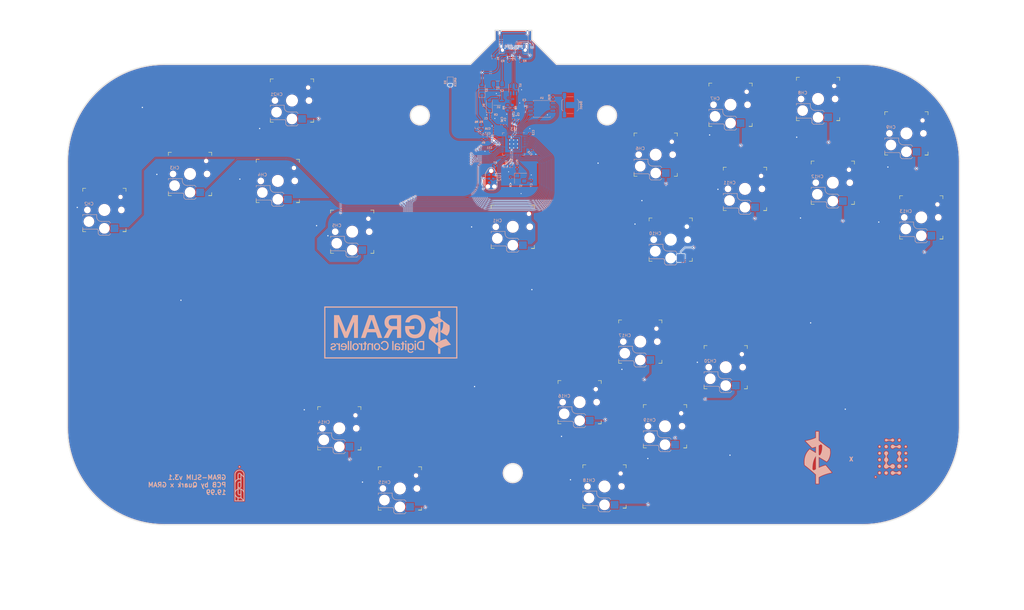
<source format=kicad_pcb>
(kicad_pcb (version 20221018) (generator pcbnew)
  (layers (0 "F.Cu" signal) (31 "B.Cu" signal) (34 "B.Paste" user) (35 "F.Paste" user) (36 "B.SilkS" user "B.Silkscreen") (37 "F.SilkS" user "F.Silkscreen") (38 "B.Mask" user) (39 "F.Mask" user) (44 "Edge.Cuts" user))
  (net 0 "")
  (net 1 "GND")
  (net 2 "+3V3")
  (net 3 "+5V")
  (net 4 "+1V1")
  (net 5 "XTAL_IN")
  (net 6 "/XTAL_O")
  (net 7 "Net-(D1-A)")
  (net 8 "3vCable")
  (net 9 "Net-(D3-A)")
  (net 10 "Net-(F1-Pad1)")
  (net 12 "Net-(J1-CC1)")
  (net 13 "DBUS+")
  (net 14 "DBUS-")
  (net 17 "DATA")
  (net 19 "Net-(J1-CC2)")
  (net 22 "Net-(J1-SHIELD)")
  (net 23 "SWD")
  (net 24 "~{RESET}")
  (net 25 "SWCLK")
  (net 27 "PICO_LED")
  (net 28 "VBUS_SENSE")
  (net 29 "D+")
  (net 30 "/D_+")
  (net 31 "D-")
  (net 32 "/D_-")
  (net 33 "/~{USB_BOOT}")
  (net 34 "CS")
  (net 35 "XTAL_OUT")
  (net 36 "START")
  (net 37 "RIGHT")
  (net 38 "DOWN")
  (net 39 "LEFT")
  (net 40 "L")
  (net 41 "M1")
  (net 42 "M2")
  (net 47 "C_UP")
  (net 48 "C_LT")
  (net 49 "A")
  (net 50 "C_DN")
  (net 51 "C_RT")
  (net 52 "UP")
  (net 53 "MS")
  (net 54 "Z")
  (net 55 "LS")
  (net 56 "X")
  (net 57 "Y")
  (net 59 "B")
  (net 60 "R")
  (net 62 "SD3")
  (net 63 "QSPI_CLK")
  (net 64 "SD0")
  (net 65 "SD2")
  (net 66 "SD1")
  (net 67 "EXTRA")
  (footprint "MicroGRAM:Kailh_socket_PG1350" (layer "F.Cu") (at 250.57 166.58)
    (fp_text reference "CH19")
    (fp_text value "choc_SW_HS")
  )
  (footprint "MicroGRAM:Kailh_socket_PG1350" (layer "F.Cu") (at 125.26 87.18)
    (fp_text reference "CH4")
    (fp_text value "choc_SW_HS")
  )
  (footprint "MicroGRAM:Kailh_socket_PG1350" (layer "F.Cu") (at 149.33 103.61)
    (fp_text reference "CH5")
    (fp_text value "choc_SW_HS")
  )
  (footprint "MicroGRAM:Kailh_socket_PG1350" (layer "F.Cu") (at 222.94 158.79)
    (fp_text reference "CH16")
    (fp_text value "choc_SW_HS")
  )
  (footprint "MicroGRAM:Kailh_socket_PG1350" (layer "F.Cu") (at 164.77 186.71)
    (fp_text reference "CH15")
    (fp_text value "choc_SW_HS")
  )
  (footprint "MicroGRAM:Kailh_socket_PG1350" (layer "F.Cu") (at 230.98 186.06)
    (fp_text reference "CH18")
    (fp_text value "choc_SW_HS")
  )
  (footprint "MicroGRAM:Kailh_socket_PG1350" (layer "F.Cu") (at 201.3 102.03)
    (fp_text reference "CH1")
    (fp_text value "choc_SW_HS")
  )
  (footprint "MicroGRAM:Kailh_socket_PG1350" (layer "F.Cu") (at 270.21 147.46)
    (fp_text reference "CH20")
    (fp_text value "choc_SW_HS")
  )
  (footprint "MicroGRAM:Kailh_socket_PG1350" (layer "F.Cu") (at 304.87 87.76)
    (fp_text reference "CH12")
    (fp_text value "choc_SW_HS")
  )
  (footprint "MicroGRAM:Kailh_socket_PG1350" (layer "F.Cu") (at 247.55 78.68)
    (fp_text reference "CH6")
    (fp_text value "choc_SW_HS")
  )
  (footprint "MicroGRAM:Kailh_socket_PG1350" (layer "F.Cu") (at 333.5 98.98)
    (fp_text reference "CH13")
    (fp_text value "choc_SW_HS")
  )
  (footprint "MicroGRAM:Kailh_socket_PG1350" (layer "F.Cu") (at 300.1 60.66)
    (fp_text reference "CH8")
    (fp_text value "choc_SW_HS")
  )
  (footprint "MicroGRAM:Kailh_socket_PG1350" (layer "F.Cu") (at 69.13 96.58)
    (fp_text reference "CH2")
    (fp_text value "choc_SW_HS")
  )
  (footprint "MicroGRAM:Kailh_socket_PG1350" (layer "F.Cu") (at 252.41 106.18)
    (fp_text reference "CH10")
    (fp_text value "choc_SW_HS")
  )
  (footprint "MicroGRAM:Kailh_socket_PG1350" (layer "F.Cu") (at 242.56 139.19)
    (fp_text reference "CH17")
    (fp_text value "choc_SW_HS")
  )
  (footprint "MicroGRAM:Kailh_socket_PG1350" (layer "F.Cu") (at 271.77 62.53)
    (fp_text reference "CH7")
    (fp_text value "choc_SW_HS")
  )
  (footprint "MicroGRAM:Kailh_socket_PG1350" (layer "F.Cu") (at 328.69 71.8)
    (fp_text reference "CH9")
    (fp_text value "choc_SW_HS")
  )
  (footprint "MicroGRAM:Kailh_socket_PG1350" (layer "F.Cu") (at 145.16 167.24)
    (fp_text reference "CH14")
    (fp_text value "choc_SW_HS")
  )
  (footprint "MicroGRAM:Kailh_socket_PG1350" (layer "F.Cu") (at 96.85 84.93)
    (fp_text reference "CH3")
    (fp_text value "choc_SW_HS")
  )
  (footprint "MicroGRAM:Kailh_socket_PG1350" (layer "F.Cu") (at 129.84 61.17)
    (fp_text reference "CH21")
    (fp_text value "choc_SW_HS")
  )
  (footprint "MicroGRAM:Kailh_socket_PG1350" (layer "F.Cu") (at 276.44 89.76)
    (fp_text reference "CH11")
    (fp_text value "choc_SW_HS")
  )
  (footprint "Capacitor_SMD:C_0402_1005Metric" (layer "B.Cu") (at 201.56887 67.18725 90)
    (fp_text reference "C10")
    (fp_text value "1uF")
  )
  (footprint "Resistor_SMD:R_0402_1005Metric" (layer "B.Cu") (at 191.81887 73.835 180)
    (fp_text reference "R4")
    (fp_text value "470")
  )
  (footprint "Capacitor_SMD:C_0402_1005Metric" (layer "B.Cu") (at 206.80412 71.521018 90)
    (fp_text reference "C13")
    (fp_text value "100nF")
  )
  (footprint "Capacitor_SMD:C_0402_1005Metric" (layer "B.Cu") (at 200.67987 82.80825 -90)
    (fp_text reference "C14")
    (fp_text value "100nF")
  )
  (footprint "Package_TO_SOT_SMD:SOT-23-6" (layer "B.Cu") (at 201.56887 57.675 -90)
    (fp_text reference "U2")
    (fp_text value "USBLC6-2SC6")
  )
  (footprint "Capacitor_SMD:C_0402_1005Metric" (layer "B.Cu") (at 205.04887 61.965 180)
    (fp_text reference "C3")
    (fp_text value "100nF")
  )
  (footprint "qw-logo:qw new logo silk + copper md" (layer "B.Cu") (at 323.71 176.92 180)
    (fp_text reference "H1" hide)
    (fp_text value "qw-logo" hide)
  )
  (footprint "MicroGRAM:GRAM_LOGO" (layer "B.Cu") (at 300.11 176.73 180)
    (fp_text reference "REF**" hide)
    (fp_text value "GRAM_LOGO" hide)
  )
  (footprint "Capacitor_SMD:C_0402_1005Metric" (layer "B.Cu") (at 195.09187 71.75925 180)
    (fp_text reference "C17")
    (fp_text value "100nF")
  )
  (footprint "Crystal:Crystal_SMD_3225-4Pin_3.2x2.5mm" (layer "B.Cu") (at 203.85487 86.36425)
    (fp_text reference "Y1")
    (fp_text value "12MHz")
  )
  (footprint "Diode_SMD:D_SOD-123" (layer "B.Cu") (at 191.31887 57.805 90)
    (fp_text reference "D2")
    (fp_text value "Schottky Diode")
  )
  (footprint "qw-footprints:RP2040-QFN-56" (layer "B.Cu") (at 201.56887 75.22 180)
    (fp_text reference "U3")
    (fp_text value "RP2040")
  )
  (footprint "Button_Switch_SMD:SW_SPST_SKQG_WithStem" (layer "B.Cu") (at 219.86 62.64 90)
    (fp_text reference "SW1" hide)
    (fp_text value "Boot")
  )
  (footprint "Capacitor_SMD:C_0402_1005Metric" (layer "B.Cu") (at 195.09187 70.23525 180)
    (fp_text reference "C16")
    (fp_text value "100nF")
  )
  (footprint "Capacitor_SMD:C_0402_1005Metric" (layer "B.Cu") (at 199.15587 82.80825 -90)
    (fp_text reference "C6")
    (fp_text value "100nF")
  )
  (footprint "Resistor_SMD:R_0603_1608Metric" (layer "B.Cu") (at 199.60887 63.465 -90)
    (fp_text reference "R9")
    (fp_text value "27")
  )
  (footprint "Package_TO_SOT_SMD:SOT-23" (layer "B.Cu") (at 196.79637 61.145)
    (fp_text reference "U1")
    (fp_text value "XC6206")
  )
  (footprint "Resistor_SMD:R_0402_1005Metric" (layer "B.Cu") (at 195.64887 82.255)
    (fp_text reference "R7")
    (fp_text value "10k")
  )
  (footprint "Capacitor_SMD:C_0402_1005Metric" (layer "B.Cu") (at 193.74 77.58 180)
    (fp_text reference "C11")
    (fp_text value "100nF")
  )
  (footprint "Resistor_SMD:R_0603_1608Metric" (layer "B.Cu") (at 191.11887 69.93 -90)
    (fp_text reference "R5")
    (fp_text value "5.6k")
  )
  (footprint "Resistor_SMD:R_0603_1608Metric" (layer "B.Cu") (at 195.11 47.57 90)
    (fp_text reference "R1")
    (fp_text value "1M")
  )
  (footprint "Capacitor_SMD:C_0402_1005Metric" (layer "B.Cu") (at 197.24887 58.905)
    (fp_text reference "C2")
    (fp_text value "1uF")
  )
  (footprint "Resistor_SMD:R_0603_1608Metric" (layer "B.Cu") (at 201.13887 63.465 -90)
    (fp_text reference "R8")
    (fp_text value "27")
  )
  (footprint "Capacitor_SMD:C_0402_1005Metric" (layer "B.Cu") (at 207.28387 86.634018 -90)
    (fp_text reference "C7")
    (fp_text value "22pF")
  )
  (footprint "Capacitor_SMD:C_0402_1005Metric" (layer "B.Cu") (at 203.09287 67.18725 90)
    (fp_text reference "C5")
    (fp_text value "100nF")
  )
  (footprint "Resistor_SMD:R_0603_1608Metric" (layer "B.Cu") (at 189.57887 69.93 90)
    (fp_text reference "R6")
    (fp_text value "10k")
  )
  (footprint "Capacitor_SMD:C_0402_1005Metric" (layer "B.Cu") (at 207.68 77.4 -45)
    (fp_text reference "C15")
    (fp_text value "100nF")
  )
  (footprint "Fuse:Fuse_1206_3216Metric" (layer "B.Cu") (at 196.43887 55.785 180)
    (fp_text reference "F1")
    (fp_text value "500 mA")
  )
  (footprint "Capacitor_SMD:C_0402_1005Metric" (layer "B.Cu") (at 198.80312 68.981018 90)
    (fp_text reference "C4")
    (fp_text value "1uF")
  )
  (footprint "Resistor_SMD:R_0402_1005Metric" (layer "B.Cu") (at 214.29887 60.045 -90)
    (fp_text reference "R10")
    (fp_text value "1k")
  )
  (footprint "Capacitor_SMD:C_0402_1005Metric" (layer "B.Cu") (at 197.78712 68.981018 90)
    (fp_text reference "C12")
    (fp_text value "100nF")
  )
  (footprint "Capacitor_SMD:C_0402_1005Metric" (layer "B.Cu") (at 200.58112 86.380018 90)
    (fp_text reference "C8")
    (fp_text value "22pF")
  )
  (footprint "Diode_SMD:D_SOD-123" (layer "B.Cu") (at 193.69887 62.735 90)
    (fp_text reference "D1")
    (fp_text value "Schottky Diode")
  )
  (footprint "qw-footprints:TYPE-C_24P_QCHT" (layer "B.Cu") (at 201.57037 40.515)
    (fp_text reference "J1")
    (fp_text value "USB C Connector")
  )
  (footprint "Capacitor_SMD:C_0402_1005Metric" (layer "B.Cu") (at 194.22887 65.75)
    (fp_text reference "C9")
    (fp_text value "10uF")
  )
  (footprint "LED_SMD:LED_0805_2012Metric" (layer "B.Cu") (at 181.07 55.23 -90)
    (fp_text reference "D3")
    (fp_text value "GREEN")
  )
  (footprint "PCM_marbastlib-various:CON_TC2030_outlined" (layer "B.Cu") (at 194.29887 86.445 -90)
    (fp_text reference "J2")
    (fp_text value "JTAG_TC2030")
  )
  (footprint "1999:1999 logo md" (layer "B.Cu") (at 113.07 185.09 180)
    (fp_text reference "H2" hide)
    (fp_text value "1999 logo" hide)
  )
  (footprint "Resistor_SMD:R_0402_1005Metric" (layer "B.Cu") (at 199.63 48.37 180)
    (fp_text reference "R3")
    (fp_text value "5.1k")
  )
  (footprint "Resistor_SMD:R_0402_1005Metric" (layer "B.Cu") (at 203.55 48.37)
    (fp_text reference "R2")
    (fp_text value "5.1k")
  )
  (footprint "Package_SO:SOIC-8_5.23x5.23mm_P1.27mm" (layer "B.Cu") (at 210.69887 63.875 180)
    (fp_text reference "U4")
    (fp_text value "W25Q128JVS")
  )
  (footprint "Capacitor_SMD:C_0402_1005Metric" (layer "B.Cu") (at 194.22887 66.95 180)
    (fp_text reference "C1")
    (fp_text value "1uF")
  )
  (footprint "Resistor_SMD:R_0402_1005Metric" (layer "B.Cu") (at 202.71187 82.80825 90)
    (fp_text reference "R11")
    (fp_text value "1k")
  )
  (gr_poly (pts (xy 177.119491 130.9288) (xy 177.868526 131.573854) (xy 177.868526 129.326748) (xy 177.119491 129.326748)) (fill solid) (layer "B.SilkS"))
  (gr_poly (pts (xy 151.566548 139.695963) (xy 151.543479 139.696529) (xy 151.518525 139.697443) (xy 151.491686 139.698679) (xy 151.465393 139.700167) (xy 151.453363 139.700986) (xy 151.442077 139.701854) (xy 151.431535 139.702772) (xy 151.421737 139.703739) (xy 151.412682 139.704756) (xy 151.404372 139.705823) (xy 151.404372 140.118837) (xy 151.411465 140.117014) (xy 151.419842 140.115116) (xy 151.429497 140.113144) (xy 151.440422 140.111098) (xy 151.466061 140.106781) (xy 151.496712 140.102168) (xy 151.513293 140.100023) (xy 151.529893 140.098153) (xy 151.546505 140.096563) (xy 151.563123 140.095255) (xy 151.579741 140.094233) (xy 151.596353 140.093498) (xy 151.612952 140.093055) (xy 151.629534 140.092907) (xy 151.64855 140.093158) (xy 151.667299 140.093912) (xy 151.685782 140.095167) (xy 151.703998 140.096925) (xy 151.721947 140.099186) (xy 151.73963 140.101948) (xy 151.757046 140.105213) (xy 151.774196 140.108981) (xy 151.791078 140.11325) (xy 151.807694 140.118022) (xy 151.824044 140.123296) (xy 151.840126 140.129072) (xy 151.855942 140.135351) (xy 151.871492 140.142132) (xy 151.886774 140.149415) (xy 151.90179 140.157201) (xy 151.916478 140.165427) (xy 151.930775 140.174032) (xy 151.944683 140.183017) (xy 151.958201 140.192382) (xy 151.97133 140.202129) (xy 151.98407 140.212258) (xy 151.996422 140.22277) (xy 152.008386 140.233665) (xy 152.019962 140.244945) (xy 152.031151 140.256611) (xy 152.041953 140.268662) (xy 152.052369 140.2811) (xy 152.062398 140.293926) (xy 152.072042 140.30714) (xy 152.081301 140.320743) (xy 152.090175 140.334736) (xy 152.098584 140.348998) (xy 152.106447 140.363509) (xy 152.113766 140.378266) (xy 152.12054 140.393271) (xy 152.12677 140.408522) (xy 152.132456 140.424019) (xy 152.137599 140.439761) (xy 152.142198 140.455749) (xy 152.146256 140.471982) (xy 152.149771 140.48846) (xy 152.152744 140.505182) (xy 152.155175 140.522147) (xy 152.157066 140.539356) (xy 152.158416 140.556808) (xy 152.159226 140.574503) (xy 152.159496 140.59244) (xy 152.159496 141.947106) (xy 152.591295 141.947106) (xy 152.591295 139.728842) (xy 152.17405 139.728842) (xy 152.17405 140.081268) (xy 152.15103 140.081268) (xy 152.143077 140.059188) (xy 152.134398 140.037699) (xy 152.124993 140.016799) (xy 152.114861 139.996489) (xy 152.104002 139.97677) (xy 152.092415 139.957642) (xy 152.080101 139.939106) (xy 152.067058 139.921161) (xy 152.053287 139.903809) (xy 152.038787 139.887049) (xy 152.023557 139.870882) (xy 152.007597 139.855309) (xy 151.990907 139.840329) (xy 151.973487 139.825943) (xy 151.955335 139.812152) (xy 151.936452 139.798956) (xy 151.917089 139.786461) (xy 151.897398 139.774772) (xy 151.87738 139.763889) (xy 151.857036 139.753812) (xy 151.836366 139.744541) (xy 151.815371 139.736076) (xy 151.794052 139.728418) (xy 151.77241 139.721566) (xy 151.750446 139.715519) (xy 151.72816 139.710279) (xy 151.705552 139.705846) (xy 151.682625 139.702218) (xy 151.659379 139.699396) (xy 151.635813 139.697381) (xy 151.611931 139.696172) (xy 151.587731 139.695769)) (fill solid) (layer "B.SilkS"))
  (gr_poly (pts (xy 177.119491 143.140644) (xy 177.868526 143.140644) (xy 177.868526 141.517423) (xy 177.119491 140.830831)) (fill solid) (layer "B.SilkS"))
  (gr_poly (pts (xy 176.762167 131.141156) (xy 176.438312 131.265911) (xy 176.106656 131.383374) (xy 175.767205 131.491832) (xy 175.419965 131.589575) (xy 175.064943 131.674891) (xy 174.884515 131.712354) (xy 174.702144 131.746068) (xy 174.517831 131.77582) (xy 174.331576 131.801395) (xy 176.120953 133.632311) (xy 176.226996 133.606949) (xy 176.341347 133.577692) (xy 176.462537 133.54454) (xy 176.5891 133.507494) (xy 176.71957 133.466554) (xy 176.85248 133.42172) (xy 176.986364 133.372991) (xy 177.119755 133.320368) (xy 177.591242 133.124311) (xy 177.606621 133.117962) (xy 177.614124 133.114787) (xy 177.621404 133.111612) (xy 177.677761 133.088063) (xy 177.711892 133.073776) (xy 177.743377 133.060547) (xy 177.75793 133.054462) (xy 177.761456 133.05292) (xy 177.764908 133.051452) (xy 177.771688 133.048641) (xy 177.796823 133.038058) (xy 177.812169 133.031707) (xy 177.831749 133.023505) (xy 177.838099 133.02086) (xy 177.838454 133.020752) (xy 177.838824 133.020628) (xy 177.839202 133.020492) (xy 177.839583 133.020347) (xy 177.839963 133.020195) (xy 177.840336 133.020041) (xy 177.841042 133.019735) (xy 177.841662 133.019454) (xy 177.842154 133.019222) (xy 177.842597 133.019007) (xy 177.851857 133.015039) (xy 177.852396 133.014819) (xy 177.852994 133.014567) (xy 177.854205 133.014047) (xy 177.855561 133.013451) (xy 177.859001 133.011864) (xy 177.859027 133.011816) (xy 177.859056 133.011771) (xy 177.859088 133.011728) (xy 177.859122 133.011689) (xy 177.859159 133.011652) (xy 177.859197 133.011618) (xy 177.859237 133.011587) (xy 177.859278 133.011558) (xy 177.85932 133.011531) (xy 177.859364 133.011507) (xy 177.859408 133.011484) (xy 177.859452 133.011464) (xy 177.859497 133.011445) (xy 177.859541 133.011429) (xy 177.859629 133.011401) (xy 177.859714 133.011379) (xy 177.859794 133.011363) (xy 177.859867 133.011351) (xy 177.859931 133.011343) (xy 177.860025 133.011336) (xy 177.860059 133.011335) (xy 177.866409 133.008688) (xy 177.867468 133.008688) (xy 177.868526 133.008159) (xy 177.953301 132.969166) (xy 178.035647 132.930173) (xy 178.115074 132.891181) (xy 178.191086 132.852188) (xy 178.263192 132.813195) (xy 178.330898 132.774202) (xy 178.393711 132.735209) (xy 178.423129 132.715712) (xy 178.451138 132.696216) (xy 178.784249 133.008159) (xy 178.781326 133.365828) (xy 178.768655 133.719587) (xy 178.756834 133.894391) (xy 178.740381 134.067486) (xy 178.718565 134.238628) (xy 178.690652 134.407574) (xy 178.655912 134.57408) (xy 178.613613 134.737901) (xy 178.563023 134.898796) (xy 178.50341 135.056518) (xy 178.434043 135.210826) (xy 178.354189 135.361474) (xy 178.263118 135.508219) (xy 178.160097 135.650818) (xy 177.98653 135.551864) (xy 177.98653 136.115691) (xy 179.991013 137.294674) (xy 179.991013 137.294675) (xy 180.083618 137.199197) (xy 180.173781 137.092719) (xy 180.261016 136.975941) (xy 180.344835 136.849563) (xy 180.424751 136.714286) (xy 180.500275 136.570812) (xy 180.57092 136.41984) (xy 180.636199 136.262072) (xy 180.695625 136.098208) (xy 180.748708 135.928949) (xy 180.794963 135.754996) (xy 180.833901 135.577049) (xy 180.865035 135.395809) (xy 180.887877 135.211978) (xy 180.90194 135.026255) (xy 180.906736 134.839341) (xy 180.906029 134.78108) (xy 180.904012 134.723237) (xy 180.896653 134.608566) (xy 180.885877 134.49485) (xy 180.872902 134.381612) (xy 180.845233 134.154657) (xy 180.832974 134.039986) (xy 180.823392 133.923883) (xy 180.447306 133.674582) (xy 180.069251 133.4121) (xy 179.691177 133.138884) (xy 179.315036 132.85738) (xy 178.942776 132.570035) (xy 178.576348 132.279294) (xy 178.217703 131.987605) (xy 177.86879 131.697414) (xy 177.119755 131.052359) (xy 177.078215 131.01082)) (fill solid) (layer "B.SilkS"))
  (gr_poly (pts (xy 144.339987 139.695963) (xy 144.316918 139.696529) (xy 144.291965 139.697443) (xy 144.265126 139.698679) (xy 144.238833 139.700167) (xy 144.226802 139.700986) (xy 144.215516 139.701854) (xy 144.204974 139.702772) (xy 144.195176 139.703739) (xy 144.186122 139.704756) (xy 144.177812 139.705823) (xy 144.177812 140.118837) (xy 144.184906 140.117014) (xy 144.193283 140.115116) (xy 144.202937 140.113144) (xy 144.213862 140.111098) (xy 144.239502 140.106781) (xy 144.270152 140.102168) (xy 144.286734 140.100023) (xy 144.303333 140.098153) (xy 144.319945 140.096563) (xy 144.336563 140.095255) (xy 144.353181 140.094233) (xy 144.369793 140.093498) (xy 144.386393 140.093055) (xy 144.402974 140.092907) (xy 144.42199 140.093158) (xy 144.440739 140.093912) (xy 144.459221 140.095167) (xy 144.477437 140.096925) (xy 144.495386 140.099186) (xy 144.513069 140.101948) (xy 144.530485 140.105213) (xy 144.547634 140.108981) (xy 144.564517 140.11325) (xy 144.581133 140.118022) (xy 144.597482 140.123296) (xy 144.613565 140.129072) (xy 144.629382 140.135351) (xy 144.644931 140.142132) (xy 144.660214 140.149415) (xy 144.675231 140.157201) (xy 144.689918 140.165427) (xy 144.704215 140.174032) (xy 144.718122 140.183017) (xy 144.73164 140.192382) (xy 144.744768 140.202129) (xy 144.757508 140.212258) (xy 144.76986 140.22277) (xy 144.781824 140.233665) (xy 144.7934 140.244945) (xy 144.804589 140.256611) (xy 144.815391 140.268662) (xy 144.825806 140.2811) (xy 144.835836 140.293926) (xy 144.84548 140.30714) (xy 144.854739 140.320743) (xy 144.863613 140.334736) (xy 144.872022 140.348998) (xy 144.879886 140.363509) (xy 144.887204 140.378266) (xy 144.893979 140.393271) (xy 144.900208 140.408522) (xy 144.905895 140.424019) (xy 144.911037 140.439761) (xy 144.915637 140.455749) (xy 144.919694 140.471982) (xy 144.923209 140.48846) (xy 144.926182 140.505182) (xy 144.928613 140.522147) (xy 144.930504 140.539356) (xy 144.931854 140.556808) (xy 144.932663 140.574503) (xy 144.932933 140.59244) (xy 144.932933 141.947106) (xy 145.364733 141.947106) (xy 145.364733 139.728841) (xy 144.947218 139.728841) (xy 144.947218 140.081265) (xy 144.924202 140.081265) (xy 144.916248 140.059186) (xy 144.907569 140.037696) (xy 144.898163 140.016797) (xy 144.888031 139.996487) (xy 144.877172 139.976768) (xy 144.865585 139.95764) (xy 144.853271 139.939104) (xy 144.840228 139.92116) (xy 144.826457 139.903807) (xy 144.811957 139.887047) (xy 144.796727 139.870881) (xy 144.780767 139.855307) (xy 144.764078 139.840327) (xy 144.746658 139.825942) (xy 144.728506 139.812151) (xy 144.709624 139.798955) (xy 144.690261 139.786459) (xy 144.67057 139.77477) (xy 144.650552 139.763887) (xy 144.630208 139.75381) (xy 144.609538 139.744539) (xy 144.588543 139.736075) (xy 144.567224 139.728416) (xy 144.545582 139.721564) (xy 144.523618 139.715518) (xy 144.501332 139.710278) (xy 144.478724 139.705844) (xy 144.455797 139.702216) (xy 144.432551 139.699395) (xy 144.408985 139.69738) (xy 144.385103 139.69617) (xy 144.361057 139.69577)) (fill solid) (layer "B.SilkS"))
  (gr_poly (pts (xy 163.899171 139.700485) (xy 163.865182 139.701936) (xy 163.830684 139.704354) (xy 163.795671 139.70774) (xy 163.760137 139.712094) (xy 163.724076 139.717414) (xy 163.687482 139.723702) (xy 163.650348 139.730958) (xy 163.63172 139.735075) (xy 163.61324 139.73959) (xy 163.594909 139.744501) (xy 163.576727 139.749809) (xy 163.558694 139.755514) (xy 163.54081 139.761616) (xy 163.523075 139.768115) (xy 163.505488 139.775011) (xy 163.48805 139.782303) (xy 163.470761 139.789993) (xy 163.453621 139.798079) (xy 163.43663 139.806562) (xy 163.419788 139.815443) (xy 163.403094 139.82472) (xy 163.38655 139.834393) (xy 163.370154 139.844464) (xy 163.370943 139.843936) (xy 163.354758 139.854481) (xy 163.338945 139.865578) (xy 163.323503 139.877225) (xy 163.308432 139.889424) (xy 163.293731 139.902172) (xy 163.279401 139.915471) (xy 163.26544 139.929319) (xy 163.251848 139.943717) (xy 163.238626 139.958663) (xy 163.225772 139.974158) (xy 163.213286 139.9902) (xy 163.201168 140.006791) (xy 163.189418 140.023928) (xy 163.178035 140.041613) (xy 163.167018 140.059844) (xy 163.156368 140.078621) (xy 163.146226 140.098024) (xy 163.136735 140.118134) (xy 163.127897 140.13895) (xy 163.11971 140.160472) (xy 163.112177 140.1827) (xy 163.105296 140.205632) (xy 163.099069 140.229269) (xy 163.093496 140.25361) (xy 163.088577 140.278655) (xy 163.084313 140.304403) (xy 163.080703 140.330855) (xy 163.077749 140.358009) (xy 163.075451 140.385865) (xy 163.073809 140.414424) (xy 163.072823 140.443683) (xy 163.072495 140.473644) (xy 163.072495 141.946844) (xy 163.49424 141.946844) (xy 163.49424 141.64363) (xy 163.511438 141.64363) (xy 163.516858 141.654086) (xy 163.522601 141.664516) (xy 163.528667 141.674923) (xy 163.535057 141.685306) (xy 163.541771 141.695666) (xy 163.548809 141.706003) (xy 163.556172 141.716318) (xy 163.56386 141.72661) (xy 163.571873 141.736881) (xy 163.580213 141.74713) (xy 163.588879 141.757359) (xy 163.597871 141.767567) (xy 163.607191 141.777755) (xy 163.616838 141.787923) (xy 163.626813 141.798071) (xy 163.637116 141.808201) (xy 163.647769 141.818213) (xy 163.658795 141.828008) (xy 163.670193 141.837588) (xy 163.681963 141.846951) (xy 163.694105 141.856098) (xy 163.706619 141.865031) (xy 163.719505 141.873749) (xy 163.732763 141.882252) (xy 163.746393 141.890542) (xy 163.760395 141.898618) (xy 163.77477 141.90648) (xy 163.789516 141.91413) (xy 163.804634 141.921568) (xy 163.820125 141.928793) (xy 163.835987 141.935807) (xy 163.852222 141.942609) (xy 163.868847 141.949096) (xy 163.885882 141.955161) (xy 163.903324 141.960806) (xy 163.921175 141.96603) (xy 163.939434 141.970833) (xy 163.9581 141.975217) (xy 163.977173 141.979182) (xy 163.996652 141.982728) (xy 164.016538 141.985855) (xy 164.036829 141.988564) (xy 164.057526 141.990855) (xy 164.078628 141.992728) (xy 164.122045 141.995225) (xy 164.167078 141.996056) (xy 164.193265 141.995749) (xy 164.219142 141.994829) (xy 164.244707 141.993294) (xy 164.269959 141.991145) (xy 164.294899 141.988382) (xy 164.319524 141.985006) (xy 164.343835 141.981015) (xy 164.36783 141.976411) (xy 164.391509 141.971192) (xy 164.414871 141.96536) (xy 164.437915 141.958914) (xy 164.460641 141.951854) (xy 164.483047 141.94418) (xy 164.505133 141.935892) (xy 164.526898 141.926991) (xy 164.548342 141.917475) (xy 164.569348 141.907373) (xy 164.589801 141.896713) (xy 164.609701 141.885494) (xy 164.629047 141.873715) (xy 164.647838 141.861377) (xy 164.666073 141.848479) (xy 164.683752 141.83502) (xy 164.700873 141.821001) (xy 164.717436 141.80642) (xy 164.733441 141.791278) (xy 164.748885 141.775574) (xy 164.763769 141.759307) (xy 164.778092 141.742478) (xy 164.791854 141.725086) (xy 164.805052 141.70713) (xy 164.817687 141.68861) (xy 164.829655 141.669547) (xy 164.840854 141.649963) (xy 164.851283 141.629855) (xy 164.860942 141.609222) (xy 164.86983 141.588064) (xy 164.877948 141.56638) (xy 164.885294 141.544168) (xy 164.891869 141.521426) (xy 164.897671 141.498154) (xy 164.902701 141.474351) (xy 164.906959 141.450016) (xy 164.910443 141.425147) (xy 164.913154 141.399743) (xy 164.91509 141.373803) (xy 164.916252 141.347326) (xy 164.916553 141.326394) (xy 164.493308 141.326394) (xy 164.492843 141.346126) (xy 164.491448 141.365239) (xy 164.489125 141.383734) (xy 164.485874 141.40161) (xy 164.481696 141.41887) (xy 164.476592 141.435513) (xy 164.473693 141.443604) (xy 164.470562 141.451541) (xy 164.467201 141.459325) (xy 164.463608 141.466954) (xy 164.459784 141.474431) (xy 164.455729 141.481754) (xy 164.451444 141.488923) (xy 164.446928 141.49594) (xy 164.442181 141.502803) (xy 164.437204 141.509513) (xy 164.431996 141.516071) (xy 164.426558 141.522475) (xy 164.42089 141.528727) (xy 164.414991 141.534827) (xy 164.402505 141.546568) (xy 164.389099 141.5577) (xy 164.374774 141.568223) (xy 164.359702 141.578077) (xy 164.34406 141.587297) (xy 164.327862 141.595885) (xy 164.311121 141.603839) (xy 164.293853 141.611158) (xy 164.276069 141.617844) (xy 164.257783 141.623894) (xy 164.23901 141.629309) (xy 164.219762 141.634089) (xy 164.200053 141.638232) (xy 164.179898 141.641739) (xy 164.159308 141.64461) (xy 164.138299 141.646843) (xy 164.116883 141.648439) (xy 164.095074 141.649396) (xy 164.072885 141.649715) (xy 164.05071 141.64944) (xy 164.028932 141.648612) (xy 164.007552 141.647232) (xy 163.98657 141.6453) (xy 163.965986 141.642817) (xy 163.945801 141.639781) (xy 163.926015 141.636194) (xy 163.906629 141.632055) (xy 163.887642 141.627364) (xy 163.869056 141.622121) (xy 163.850871 141.616326) (xy 163.833087 141.609979) (xy 163.815704 141.60308) (xy 163.798724 141.595629) (xy 163.782145 141.587626) (xy 163.76597 141.579072) (xy 163.750231 141.570068) (xy 163.734965 141.560717) (xy 163.72017 141.551019) (xy 163.705847 141.540976) (xy 163.691998 141.530587) (xy 163.678622 141.519852) (xy 163.665719 141.508773) (xy 163.65329 141.497349) (xy 163.641336 141.485581) (xy 163.629857 141.473469) (xy 163.618852 141.461014) (xy 163.608323 141.448215) (xy 163.598271 141.435075) (xy 163.588694 141.421591) (xy 163.579594 141.407766) (xy 163.570972 141.3936) (xy 163.562848 141.379151) (xy 163.555246 141.364577) (xy 163.548166 141.349879) (xy 163.541607 141.335056) (xy 163.535571 141.320107) (xy 163.530058 141.305032) (xy 163.525068 141.289831) (xy 163.520602 141.274503) (xy 163.516659 141.259048) (xy 163.513241 141.243466) (xy 163.510348 141.227756) (xy 163.50798 141.211917) (xy 163.506138 141.19595) (xy 163.504821 141.179854) (xy 163.504031 141.163628) (xy 163.503768 141.147273) (xy 163.503834 141.147338) (xy 163.503899 141.147404) (xy 163.50403 141.147537) (xy 163.50403 140.861521) (xy 163.507118 140.864386) (xy 163.51053 140.867226) (xy 163.514267 140.87004) (xy 163.51833 140.872828) (xy 163.52272 140.87559) (xy 163.527438 140.878325) (xy 163.532485 140.881033) (xy 163.537864 140.883713) (xy 163.543573 140.886366) (xy 163.549616 140.88899) (xy 163.555993 140.891586) (xy 163.562705 140.894152) (xy 163.57714 140.899196) (xy 163.592929 140.904119) (xy 163.609673 140.908883) (xy 163.626966 140.913454) (xy 163.644811 140.917839) (xy 163.66321 140.922045) (xy 163.682168 140.926077) (xy 163.701686 140.929941) (xy 163.721769 140.933644) (xy 163.74242 140.937193) (xy 163.784038 140.943939) (xy 163.825135 140.950289) (xy 163.865686 140.956242) (xy 163.905667 140.961797) (xy 164.038489 140.979789) (xy 164.069506 140.984093) (xy 164.099848 140.98907) (xy 164.129507 140.994723) (xy 164.158478 141.001055) (xy 164.186754 141.008069) (xy 164.21433 141.015768) (xy 164.241199 141.024155) (xy 164.267354 141.033234) (xy 164.280088 141.038074) (xy 164.292494 141.043168) (xy 164.304572 141.048516) (xy 164.316322 141.054116) (xy 164.327746 141.059969) (xy 164.338842 141.066075) (xy 164.349612 141.072432) (xy 164.360057 141.079041) (xy 164.370175 141.085901) (xy 164.379969 141.093012) (xy 164.389438 141.100373) (xy 164.398582 141.107984) (xy 164.407402 141.115844) (xy 164.415899 141.123954) (xy 164.424072 141.132313) (xy 164.431923 141.14092) (xy 164.439371 141.149831) (xy 164.446335 141.159102) (xy 164.452817 141.168731) (xy 164.458816 141.178719) (xy 164.464333 141.189064) (xy 164.469368 141.199768) (xy 164.473922 141.210829) (xy 164.477995 141.222247) (xy 164.481587 141.234021) (xy 164.484699 141.246152) (xy 164.487331 141.258638) (xy 164.489483 141.27148) (xy 164.491157 141.284677) (xy 164.492352 141.298229) (xy 164.493069 141.312134) (xy 164.493308 141.326394) (xy 164.916553 141.326394) (xy 164.91664 141.32031) (xy 164.916358 141.297105) (xy 164.915511 141.274421) (xy 164.914101 141.252257) (xy 164.912126 141.230612) (xy 164.909586 141.209487) (xy 164.906483 141.188881) (xy 164.902815 141.168793) (xy 164.898583 141.149224) (xy 164.893786 141.130172) (xy 164.888425 141.111638) (xy 164.8825 141.093621) (xy 164.876011 141.07612) (xy 164.868957 141.059136) (xy 164.861339 141.042668) (xy 164.853156 141.026715) (xy 164.844409 141.011277) (xy 164.835182 140.996295) (xy 164.825558 140.98171) (xy 164.815539 140.967521) (xy 164.805123 140.95373) (xy 164.794313 140.940335) (xy 164.783107 140.927338) (xy 164.771507 140.914737) (xy 164.759512 140.902533) (xy 164.747124 140.890726) (xy 164.734342 140.879316) (xy 164.721168 140.868302) (xy 164.7076 140.857686) (xy 164.693641 140.847466) (xy 164.679289 140.837644) (xy 164.664547 140.828218) (xy 164.649413 140.819189) (xy 164.618296 140.802062) (xy 164.586264 140.786004) (xy 164.553321 140.77102) (xy 164.519469 140.757111) (xy 164.484712 140.744281) (xy 164.449053 140.732533) (xy 164.412494 140.721871) (xy 164.37504 140.712296) (xy 164.337051 140.703617) (xy 164.298885 140.695442) (xy 164.260539 140.687782) (xy 164.222011 140.680646) (xy 164.183297 140.674044) (xy 164.144393 140.667983) (xy 164.105297 140.662475) (xy 164.066007 140.657528) (xy 163.885462 140.636361) (xy 163.742421 140.619163) (xy 163.72716 140.6172) (xy 163.712432 140.615083) (xy 163.698236 140.612812) (xy 163.684573 140.610386) (xy 163.671441 140.607807) (xy 163.65884 140.605075) (xy 163.646771 140.602191) (xy 163.635232 140.599154) (xy 163.624223 140.595965) (xy 163.613744 140.592625) (xy 163.603795 140.589133) (xy 163.594374 140.585491) (xy 163.585482 140.581698) (xy 163.577119 140.577755) (xy 163.569283 140.573663) (xy 163.561975 140.569421) (xy 163.555151 140.564888) (xy 163.548767 140.56002) (xy 163.542823 140.554818) (xy 163.53732 140.54928) (xy 163.532256 140.543407) (xy 163.527633 140.5372) (xy 163.523451 140.530658) (xy 163.519708 140.52378) (xy 163.516406 140.516568) (xy 163.513544 140.509022) (xy 163.511122 140.50114) (xy 163.509141 140.492923) (xy 163.5076 140.484372) (xy 163.506499 140.475486) (xy 163.505839 140.466264) (xy 163.505618 140.456709) (xy 163.505618 140.446655) (xy 163.506031 140.423326) (xy 163.507269 140.400666) (xy 163.509333 140.378676) (xy 163.512225 140.357354) (xy 163.515944 140.3367) (xy 163.520492 140.316714) (xy 163.525869 140.297395) (xy 163.532077 140.278744) (xy 163.539116 140.260759) (xy 163.546986 140.24344) (xy 163.555689 140.226787) (xy 163.565225 140.210799) (xy 163.575595 140.195477) (xy 163.5868 140.180819) (xy 163.59884 140.166826) (xy 163.611717 140.153497) (xy 163.625352 140.140905) (xy 163.639681 140.129126) (xy 163.65473 140.118159) (xy 163.670525 140.108005) (xy 163.68709 140.098663) (xy 163.704451 140.090133) (xy 163.722632 140.082416) (xy 163.74166 140.075511) (xy 163.761559 140.069418) (xy 163.782355 140.064138) (xy 163.804072 140.05967) (xy 163.826736 140.056014) (xy 163.850372 140.053171) (xy 163.875006 140.05114) (xy 163.900662 140.049922) (xy 163.927365 140.049516) (xy 163.954238 140.049891) (xy 163.980386 140.051016) (xy 164.005807 140.052892) (xy 164.030504 140.055518) (xy 164.054474 140.058895) (xy 164.077719 140.063021) (xy 164.100239 140.067899) (xy 164.122033 140.073526) (xy 164.143101 140.079904) (xy 164.163444 140.087032) (xy 164.183061 140.094911) (xy 164.201953 140.10354) (xy 164.220119 140.112919) (xy 164.23756 140.123049) (xy 164.254275 140.133929) (xy 164.270265 140.145559) (xy 164.285545 140.157645) (xy 164.300228 140.169893) (xy 164.314315 140.182303) (xy 164.327804 140.194875) (xy 164.340695 140.20761) (xy 164.352986 140.220508) (xy 164.364677 140.233569) (xy 164.375768 140.246795) (xy 164.386257 140.260185) (xy 164.396144 140.27374) (xy 164.405428 140.287459) (xy 164.414108 140.301345) (xy 164.422183 140.315396) (xy 164.429653 140.329613) (xy 164.436517 140.343998) (xy 164.442774 140.358549) (xy 164.848645 140.266209) (xy 164.839353 140.241259) (xy 164.829534 140.21691) (xy 164.819188 140.193163) (xy 164.808317 140.170017) (xy 164.79692 140.147472) (xy 164.784998 140.125529) (xy 164.772551 140.104188) (xy 164.75958 140.083448) (xy 164.746085 140.06331) (xy 164.732066 140.043773) (xy 164.717524 140.024838) (xy 164.702459 140.006504) (xy 164.686872 139.988772) (xy 164.670762 139.971641) (xy 164.654131 139.955112) (xy 164.636978 139.939185) (xy 164.619354 139.923824) (xy 164.601407 139.908997) (xy 164.583134 139.894702) (xy 164.564536 139.880939) (xy 164.545611 139.867708) (xy 164.526357 139.855008) (xy 164.506774 139.84284) (xy 164.48686 139.831201) (xy 164.466615 139.820093) (xy 164.446037 139.809515) (xy 164.425124 139.799467) (xy 164.403876 139.789947) (xy 164.382292 139.780956) (xy 164.36037 139.772493) (xy 164.33811 139.764558) (xy 164.315509 139.757151) (xy 164.269682 139.743756) (xy 164.223282 139.732148) (xy 164.176304 139.722325) (xy 164.128747 139.714288) (xy 164.080607 139.708038) (xy 164.031881 139.703573) (xy 163.982566 139.700894) (xy 163.932659 139.700001)) (fill solid) (layer "B.SilkS"))
  (gr_poly (pts (xy 152.591295 139.728842) (xy 152.591561 139.728842) (xy 152.591295 139.728841)) (fill solid) (layer "B.SilkS"))
  (gr_poly (pts (xy 146.580615 139.700246) (xy 146.55728 139.70098) (xy 146.534033 139.702202) (xy 146.510874 139.703912) (xy 146.487803 139.706108) (xy 146.464821 139.708791) (xy 146.441928 139.711959) (xy 146.419125 139.715611) (xy 146.396412 139.719747) (xy 146.373789 139.724366) (xy 146.351256 139.729467) (xy 146.328815 139.73505) (xy 146.306466 139.741113) (xy 146.284208 139.747656) (xy 146.262043 139.754678) (xy 146.239971 139.762178) (xy 146.218087 139.77024) (xy 146.196488 139.778848) (xy 146.175173 139.788003) (xy 146.154143 139.797707) (xy 146.133396 139.807959) (xy 146.112932 139.818761) (xy 146.092752 139.830113) (xy 146.072854 139.842016) (xy 146.053238 139.854471) (xy 146.033903 139.867479) (xy 146.014851 139.88104) (xy 145.996079 139.895156) (xy 145.977587 139.909827) (xy 145.959376 139.925053) (xy 145.941445 139.940836) (xy 145.923793 139.957176) (xy 145.923793 139.956648) (xy 145.906513 139.973574) (xy 145.889698 139.991114) (xy 145.873348 140.009268) (xy 145.857461 140.028035) (xy 145.842038 140.047417) (xy 145.827078 140.067413) (xy 145.812581 140.088023) (xy 145.798547 140.109246) (xy 145.784974 140.131084) (xy 145.771863 140.153535) (xy 145.759213 140.1766) (xy 145.747024 140.20028) (xy 145.735295 140.224573) (xy 145.724027 140.24948) (xy 145.713217 140.275001) (xy 145.702867 140.301135) (xy 145.693063 140.327974) (xy 145.683891 140.355509) (xy 145.675352 140.38374) (xy 145.667445 140.41267) (xy 145.660171 140.442298) (xy 145.65353 140.472627) (xy 145.647521 140.503658) (xy 145.642145 140.535391) (xy 145.633289 140.60097) (xy 145.626964 140.669374) (xy 145.623169 140.740611) (xy 145.621904 140.814692) (xy 145.621904 140.967886) (xy 147.19829 140.967886) (xy 147.197384 140.993013) (xy 147.195956 141.017693) (xy 147.194004 141.041926) (xy 147.191526 141.065711) (xy 147.188522 141.089048) (xy 147.184988 141.111937) (xy 147.180925 141.134377) (xy 147.176329 141.156368) (xy 147.171201 141.177909) (xy 147.165537 141.199) (xy 147.159337 141.219641) (xy 147.152599 141.239832) (xy 147.145322 141.259571) (xy 147.137504 141.278858) (xy 147.129143 141.297694) (xy 147.120238 141.316077) (xy 147.11017 141.335283) (xy 147.099613 141.353905) (xy 147.088564 141.371945) (xy 147.077025 141.389404) (xy 147.064994 141.406282) (xy 147.052471 141.422578) (xy 147.039456 141.438294) (xy 147.025949 141.453429) (xy 147.011948 141.467985) (xy 146.997454 141.481961) (xy 146.982467 141.495359) (xy 146.966985 141.508177) (xy 146.951009 141.520418) (xy 146.934537 141.532081) (xy 146.917571 141.543166) (xy 146.900108 141.553674) (xy 146.882215 141.563527) (xy 146.863955 141.572748) (xy 146.845327 141.581335) (xy 146.826332 141.589289) (xy 146.806967 141.596608) (xy 146.787232 141.603293) (xy 146.767127 141.609344) (xy 146.74665 141.614759) (xy 146.725802 141.619538) (xy 146.70458 141.623682) (xy 146.682985 141.627189) (xy 146.661016 141.630059) (xy 146.638671 141.632292) (xy 146.61595 141.633888) (xy 146.592852 141.634845) (xy 146.569377 141.635165) (xy 146.539054 141.634607) (xy 146.524144 141.633911) (xy 146.509401 141.632936) (xy 146.494825 141.631685) (xy 146.480417 141.630156) (xy 146.466176 141.62835) (xy 146.452103 141.626268) (xy 146.438197 141.62391) (xy 146.424458 141.621277) (xy 146.410886 141.618368) (xy 146.397482 141.615185) (xy 146.384246 141.611727) (xy 146.371176 141.607995) (xy 146.358275 141.60399) (xy 146.34554 141.599711) (xy 146.333045 141.595156) (xy 146.320761 141.590323) (xy 146.308688 141.585211) (xy 146.296826 141.579821) (xy 146.285174 141.574154) (xy 146.273733 141.56821) (xy 146.262502 141.561989) (xy 146.251483 141.555492) (xy 146.240674 141.548718) (xy 146.230076 141.54167) (xy 146.219689 141.534346) (xy 146.209513 141.526747) (xy 146.199548 141.518874) (xy 146.189794 141.510727) (xy 146.180251 141.502306) (xy 146.170918 141.493612) (xy 146.161827 141.484651) (xy 146.153009 141.47543) (xy 146.144464 141.465948) (xy 146.136191 141.456206) (xy 146.128192 141.446204) (xy 146.120465 141.435941) (xy 146.113011 141.425418) (xy 146.10583 141.414634) (xy 146.098922 141.40359) (xy 146.092286 141.392285) (xy 146.085924 141.38072) (xy 146.079834 141.368894) (xy 146.074017 141.356808) (xy 146.068474 141.344462) (xy 146.063203 141.331855) (xy 146.058205 141.318987) (xy 145.649425 141.392541) (xy 145.655834 141.414936) (xy 145.662855 141.436978) (xy 145.670488 141.458665) (xy 145.678731 141.479998) (xy 145.687584 141.500976) (xy 145.697044 141.521598) (xy 145.707112 141.541865) (xy 145.717785 141.561775) (xy 145.729063 141.581329) (xy 145.740945 141.600526) (xy 145.753429 141.619365) (xy 145.766514 141.637847) (xy 145.780199 141.65597) (xy 145.794483 141.673736) (xy 145.809365 141.691142) (xy 145.824843 141.708189) (xy 145.840867 141.724867) (xy 145.857387 141.741067) (xy 145.874404 141.75679) (xy 145.891919 141.772036) (xy 145.909931 141.786804) (xy 145.928441 141.801094) (xy 145.947449 141.814907) (xy 145.966957 141.828243) (xy 145.986963 141.841101) (xy 146.00747 141.853482) (xy 146.028476 141.865385) (xy 146.049982 141.876811) (xy 146.07199 141.887759) (xy 146.094498 141.89823) (xy 146.117508 141.908223) (xy 146.14102 141.917739) (xy 146.164988 141.926728) (xy 146.189364 141.935139) (xy 146.21415 141.942973) (xy 146.239345 141.950229) (xy 146.26495 141.956907) (xy 146.290963 141.963006) (xy 146.317387 141.968526) (xy 146.344219 141.973466) (xy 146.371461 141.977827) (xy 146.399112 141.981608) (xy 146.427172 141.984808) (xy 146.455642 141.987427) (xy 146.513809 141.990921) (xy 146.573613 141.992086) (xy 146.614277 141.991537) (xy 146.654216 141.98989) (xy 146.693432 141.987145) (xy 146.731924 141.983301) (xy 146.769694 141.978358) (xy 146.806742 141.972315) (xy 146.843069 141.965173) (xy 146.878677 141.95693) (xy 146.913565 141.947586) (xy 146.947734 141.937141) (xy 146.981186 141.925595) (xy 147.01392 141.912947) (xy 147.045939 141.899197) (xy 147.077241 141.884344) (xy 147.107829 141.868388) (xy 147.137703 141.851328) (xy 147.166799 141.833267) (xy 147.19505 141.814307) (xy 147.222458 141.794446) (xy 147.249022 141.773685) (xy 147.27474 141.752024) (xy 147.299614 141.729461) (xy 147.323641 141.705997) (xy 147.346823 141.681631) (xy 147.369158 141.656363) (xy 147.390646 141.630192) (xy 147.411287 141.603117) (xy 147.431081 141.57514) (xy 147.450026 141.546259) (xy 147.468122 141.516473) (xy 147.48537 141.485783) (xy 147.501769 141.454188) (xy 147.517244 141.421761) (xy 147.53172 141.388584) (xy 147.545198 141.35467) (xy 147.557678 141.320032) (xy 147.56916 141.284682) (xy 147.579643 141.248634) (xy 147.589127 141.211899) (xy 147.597613 141.174491) (xy 147.605101 141.136422) (xy 147.61159 141.097706) (xy 147.617081 141.058355) (xy 147.621574 141.018383) (xy 147.625068 140.9778) (xy 147.627564 140.936622) (xy 147.629062 140.894859) (xy 147.629561 140.852526) (xy 147.629062 140.810228) (xy 147.627564 140.768562) (xy 147.625068 140.727529) (xy 147.621574 140.687129) (xy 147.617081 140.64736) (xy 147.616689 140.644564) (xy 147.198027 140.644564) (xy 146.045506 140.644564) (xy 146.045776 140.623384) (xy 146.046586 140.602507) (xy 146.047936 140.581934) (xy 146.049826 140.561663) (xy 146.052258 140.541694) (xy 146.055231 140.522028) (xy 146.058746 140.502663) (xy 146.062803 140.483599) (xy 146.067402 140.464835) (xy 146.072545 140.446372) (xy 146.078231 140.428209) (xy 146.084461 140.410346) (xy 146.091235 140.392782) (xy 146.098554 140.375517) (xy 146.106418 140.35855) (xy 146.114827 140.341881) (xy 146.123723 140.325578) (xy 146.133047 140.309709) (xy 146.1428 140.294274) (xy 146.152984 140.279274) (xy 146.163599 140.264707) (xy 146.174646 140.250575) (xy 146.186125 140.236876) (xy 146.198037 140.223612) (xy 146.210384 140.210782) (xy 146.223165 140.198386) (xy 146.236382 140.186423) (xy 146.250035 140.174896) (xy 146.264126 140.163802) (xy 146.278655 140.153142) (xy 146.293622 140.142916) (xy 146.309029 140.133125) (xy 146.324777 140.123851) (xy 146.340865 140.115178) (xy 146.357293 140.107106) (xy 146.37406 140.099634) (xy 146.391164 140.092762) (xy 146.408606 140.08649) (xy 146.426384 140.080817) (xy 146.444497 140.075743) (xy 146.462945 140.071267) (xy 146.481728 140.067389) (xy 146.500843 140.064109) (xy 146.520292 140.061426) (xy 146.540071 140.05934) (xy 146.560182 140.057851) (xy 146.580623 140.056957) (xy 146.601393 140.05666) (xy 146.623934 140.057007) (xy 146.646115 140.058049) (xy 146.667935 140.059785) (xy 146.689392 140.062216) (xy 146.710487 140.065341) (xy 146.731218 140.069161) (xy 146.751585 140.073676) (xy 146.771587 140.078885) (xy 146.791223 140.084788) (xy 146.810492 140.091386) (xy 146.829394 140.098679) (xy 146.847928 140.106666) (xy 146.866092 140.115347) (xy 146.883887 140.124723) (xy 146.901311 140.134794) (xy 146.918364 140.145559) (xy 146.93499 140.156836) (xy 146.951132 140.168539) (xy 146.96679 140.180668) (xy 146.981964 140.193222) (xy 146.996655 140.206198) (xy 147.010862 140.219597) (xy 147.024585 140.233416) (xy 147.037824 140.247656) (xy 147.05058 140.262313) (xy 147.062852 140.277389) (xy 147.074641 140.29288) (xy 147.085945 140.308787) (xy 147.096766 140.325107) (xy 147.107103 140.34184) (xy 147.116956 140.358985) (xy 147.126326 140.37654) (xy 147.134093 140.392236) (xy 147.141421 140.408068) (xy 147.148309 140.424039) (xy 147.154757 140.440148) (xy 147.160767 140.456397) (xy 147.166339 140.472786) (xy 147.171472 140.489316) (xy 147.176168 140.505988) (xy 147.180427 140.522803) (xy 147.184249 140.539761) (xy 147.187634 140.556863) (xy 147.190583 140.57411) (xy 147.193097 140.591503) (xy 147.195175 140.609043) (xy 147.196818 140.626729) (xy 147.198027 140.644564) (xy 147.616689 140.644564) (xy 147.61159 140.608225) (xy 147.605101 140.569722) (xy 147.597613 140.531851) (xy 147.589127 140.494613) (xy 147.579643 140.458007) (xy 147.56916 140.422034) (xy 147.557678 140.386694) (xy 147.545198 140.351986) (xy 147.53172 140.31791) (xy 147.517244 140.284467) (xy 147.501769 140.251657) (xy 147.485394 140.21961) (xy 147.468219 140.188454) (xy 147.450243 140.158192) (xy 147.431467 140.12882) (xy 147.411889 140.100341) (xy 147.391509 140.072752) (xy 147.370327 140.046054) (xy 147.348342 140.020246) (xy 147.325555 139.995328) (xy 147.301964 139.9713) (xy 147.277569 139.948161) (xy 147.25237 139.92591) (xy 147.226366 139.904547) (xy 147.199557 139.884073) (xy 147.171943 139.864486) (xy 147.143523 139.845786) (xy 147.114395 139.828147) (xy 147.084659 139.811643) (xy 147.054314 139.796275) (xy 147.023359 139.782042) (xy 146.991794 139.768946) (xy 146.959616 139.756987) (xy 146.926827 139.746165) (xy 146.893424 139.73648) (xy 146.859408 139.727933) (xy 146.824777 139.720525) (xy 146.78953 139.714255) (xy 146.753667 139.709125) (xy 146.717187 139.705134) (xy 146.680089 139.702282) (xy 146.642372 139.700571) (xy 146.604036 139.700001)) (fill solid) (layer "B.SilkS"))
  (gr_poly (pts (xy 162.289067 141.947372) (xy 162.720867 141.947372) (xy 162.720867 138.989595) (xy 162.289067 138.989595)) (fill solid) (layer "B.SilkS"))
  (gr_poly (pts (xy 165.519893 139.728577) (xy 165.065074 139.728577) (xy 165.065074 140.075182) (xy 165.519893 140.075182) (xy 165.519893 141.295704) (xy 165.519747 141.311138) (xy 165.51931 141.326088) (xy 165.51858 141.340553) (xy 165.517557 141.354532) (xy 165.516242 141.368024) (xy 165.514633 141.381029) (xy 165.512731 141.393545) (xy 165.510534 141.405572) (xy 165.508043 141.417109) (xy 165.505256 141.428156) (xy 165.502175 141.438711) (xy 165.498797 141.448774) (xy 165.495124 141.458343) (xy 165.491154 141.46742) (xy 165.486887 141.476001) (xy 165.482323 141.484087) (xy 165.47757 141.49177) (xy 165.472637 141.499142) (xy 165.467526 141.506203) (xy 165.462235 141.512951) (xy 165.456767 141.519386) (xy 165.45112 141.525507) (xy 165.445296 141.531314) (xy 165.439295 141.536805) (xy 165.433118 141.54198) (xy 165.426763 141.546837) (xy 165.420233 141.551377) (xy 165.413527 141.555599) (xy 165.406646 141.559501) (xy 165.399591 141.563083) (xy 165.392361 141.566344) (xy 165.384957 141.569283) (xy 165.377422 141.572021) (xy 165.369801 141.574579) (xy 165.362095 141.576958) (xy 165.354302 141.579158) (xy 165.346424 141.581181) (xy 165.338462 141.583025) (xy 165.330415 141.584692) (xy 165.322284 141.586182) (xy 165.314069 141.587495) (xy 165.305771 141.588632) (xy 165.297389 141.589593) (xy 165.288926 141.590378) (xy 165.271752 141.591424) (xy 165.254253 141.591772) (xy 165.241454 141.59166) (xy 165.229055 141.591325) (xy 165.21706 141.590767) (xy 165.20547 141.589986) (xy 165.19429 141.588981) (xy 165.183522 141.587753) (xy 165.173169 141.586302) (xy 165.163236 141.584628) (xy 165.102646 141.572985) (xy 165.024594 141.929644) (xy 165.034504 141.933315) (xy 165.045388 141.93699) (xy 165.057252 141.940671) (xy 165.070102 141.944361) (xy 165.083944 141.948063) (xy 165.098785 141.951782) (xy 165.11463 141.955518) (xy 165.131485 141.959277) (xy 165.149382 141.962836) (xy 165.168349 141.965974) (xy 165.188389 141.96869) (xy 165.209504 141.970985) (xy 165.231699 141.972858) (xy 165.254975 141.974309) (xy 165.279337 141.975338) (xy 165.304787 141.975945) (xy 165.326026 141.976079) (xy 165.347079 141.975686) (xy 165.367948 141.974768) (xy 165.388631 141.973325) (xy 165.40913 141.971358) (xy 165.429445 141.968867) (xy 165.449576 141.965855) (xy 165.469523 141.96232) (xy 165.489288 141.958265) (xy 165.50887 141.953689) (xy 165.52827 141.948594) (xy 165.547488 141.942981) (xy 165.566525 141.93685) (xy 165.585381 141.930202) (xy 165.604056 141.923037) (xy 165.622551 141.915357) (xy 165.640783 141.90715) (xy 165.658569 141.898403) (xy 165.675909 141.889115) (xy 165.692803 141.879287) (xy 165.709253 141.868918) (xy 165.725258 141.858007) (xy 165.740819 141.846554) (xy 165.755936 141.83456) (xy 165.770609 141.822022) (xy 165.78484 141.808942) (xy 165.798628 141.795319) (xy 165.811974 141.781151) (xy 165.824878 141.76644) (xy 165.83734 141.751183) (xy 165.849361 141.735382) (xy 165.860942 141.719036) (xy 165.871949 141.702153) (xy 165.882248 141.684743) (xy 165.89184 141.666805) (xy 165.900724 141.648339) (xy 165.908899 141.629344) (xy 165.916366 141.60982) (xy 165.923123 141.589766) (xy 165.929171 141.569183) (xy 165.934508 141.548069) (xy 165.939135 141.526425) (xy 165.943052 141.50425) (xy 165.946257 141.481544) (xy 165.94875 141.458306) (xy 165.950532 141.434535) (xy 165.951601 141.410232) (xy 165.951958 141.385397) (xy 165.951694 141.385134) (xy 165.951694 140.075182) (xy 166.276602 140.075182) (xy 166.276602 139.728577) (xy 165.951694 139.728577) (xy 165.951694 139.197029) (xy 165.519893 139.197029)) (fill solid) (layer "B.SilkS"))
  (gr_poly (pts (xy 169.493172 130.507993) (xy 169.343653 130.516364) (xy 169.19672 130.530317) (xy 169.052376 130.549851) (xy 168.981176 130.56171) (xy 168.910624 130.574965) (xy 168.840721 130.589616) (xy 168.771468 130.605661) (xy 168.702864 130.623102) (xy 168.634909 130.641938) (xy 168.567605 130.662169) (xy 168.500952 130.683796) (xy 168.435083 130.706706) (xy 168.370132 130.730788) (xy 168.306097 130.756043) (xy 168.242979 130.782469) (xy 168.180777 130.810067) (xy 168.119491 130.838838) (xy 168.059121 130.86878) (xy 167.999665 130.899894) (xy 167.941125 130.932181) (xy 167.883498 130.965639) (xy 167.826786 131.00027) (xy 167.770987 131.036072) (xy 167.716101 131.073046) (xy 167.662128 131.111193) (xy 167.609067 131.150511) (xy 167.556918 131.191002) (xy 167.505799 131.232556) (xy 167.455827 131.275066) (xy 167.407 131.318531) (xy 167.35932 131.362952) (xy 167.312786 131.40833) (xy 167.267397 131.454665) (xy 167.223153 131.501957) (xy 167.180053 131.550207) (xy 167.138098 131.599415) (xy 167.097286 131.649581) (xy 167.057617 131.700707) (xy 167.019092 131.752791) (xy 166.981709 131.805835) (xy 166.945468 131.859839) (xy 166.910369 131.914804) (xy 166.876412 131.970729) (xy 166.843744 132.027501) (xy 166.812515 132.085004) (xy 166.782725 132.14324) (xy 166.754373 132.202207) (xy 166.72746 132.261905) (xy 166.701986 132.322336) (xy 166.67795 132.383498) (xy 166.655353 132.445392) (xy 166.634194 132.508018) (xy 166.614475 132.571375) (xy 166.596193 132.635464) (xy 166.579351 132.700285) (xy 166.563947 132.765837) (xy 166.549982 132.832122) (xy 166.537455 132.899138) (xy 166.526367 132.966885) (xy 167.890824 132.966885) (xy 167.914476 132.894703) (xy 167.940193 132.824399) (xy 167.967981 132.755968) (xy 167.982654 132.722453) (xy 167.997847 132.689404) (xy 168.013561 132.656819) (xy 168.029796 132.624699) (xy 168.046554 132.593043) (xy 168.063836 132.56185) (xy 168.081641 132.531118) (xy 168.099971 132.500848) (xy 168.118826 132.471038) (xy 168.138208 132.441687) (xy 168.158092 132.412827) (xy 168.178454 132.384488) (xy 168.199293 132.356671) (xy 168.22061 132.329376) (xy 168.242404 132.302603) (xy 168.264676 132.276353) (xy 168.287425 132.250627) (xy 168.310651 132.225424) (xy 168.334355 132.200745) (xy 168.358537 132.17659) (xy 168.383196 132.15296) (xy 168.408332 132.129855) (xy 168.433946 132.107276) (xy 168.460037 132.085223) (xy 168.486606 132.063696) (xy 168.513652 132.042696) (xy 168.541232 132.022275) (xy 168.569302 132.002487) (xy 168.597861 131.983332) (xy 168.626911 131.964809) (xy 168.65645 131.946919) (xy 168.686479 131.929661) (xy 168.716998 131.913036) (xy 168.748008 131.897043) (xy 168.779507 131.881683) (xy 168.811495 131.866955) (xy 168.843974 131.852859) (xy 168.876943 131.839397) (xy 168.910401 131.826566) (xy 168.94435 131.814369) (xy 168.978788 131.802804) (xy 169.013716 131.791871) (xy 169.084856 131.771965) (xy 169.157584 131.754713) (xy 169.231899 131.740116) (xy 169.307801 131.728172) (xy 169.385291 131.718883) (xy 169.464368 131.712248) (xy 169.545032 131.708266) (xy 169.627284 131.706939) (xy 169.701239 131.708108) (xy 169.774178 131.711616) (xy 169.846099 131.717461) (xy 169.917003 131.725646) (xy 169.98689 131.736171) (xy 170.05576 131.749035) (xy 170.123613 131.764239) (xy 170.190449 131.781784) (xy 170.256269 131.801669) (xy 170.321071 131.823896) (xy 170.384856 131.848465) (xy 170.447624 131.875376) (xy 170.509376 131.904629) (xy 170.57011 131.936225) (xy 170.629827 131.970165) (xy 170.688528 132.006448) (xy 170.745982 132.044995) (xy 170.801862 132.085724) (xy 170.856169 132.128638) (xy 170.908905 132.173735) (xy 170.96007 132.221017) (xy 171.009666 132.270483) (xy 171.057694 132.322135) (xy 171.104155 132.375972) (xy 171.14905 132.431995) (xy 171.192381 132.490204) (xy 171.234148 132.5506) (xy 171.274353 132.613183) (xy 171.312996 132.677954) (xy 171.35008 132.744912) (xy 171.385605 132.814059) (xy 171.419572 132.885394) (xy 171.451722 132.958751) (xy 171.481795 133.033977) (xy 171.509791 133.111093) (xy 171.535712 133.19012) (xy 171.559556 133.271078) (xy 171.581325 133.353989) (xy 171.601019 133.438873) (xy 171.618638 133.525752) (xy 171.634183 133.614646) (xy 171.647654 133.705576) (xy 171.659051 133.798564) (xy 171.668375 133.89363) (xy 171.675627 133.990795) (xy 171.680806 134.09008) (xy 171.683913 134.191506) (xy 171.684949 134.295094) (xy 171.683919 134.398771) (xy 171.680831 134.500451) (xy 171.675684 134.600132) (xy 171.668479 134.697814) (xy 171.659214 134.793497) (xy 171.647891 134.887178) (xy 171.634509 134.978859) (xy 171.619068 135.068537) (xy 171.601568 135.156212) (xy 171.58201 135.241883) (xy 171.560393 135.32555) (xy 171.536716 135.407212) (xy 171.510982 135.486867) (xy 171.483188 135.564516) (xy 171.453336 135.640157) (xy 171.421424 135.713789) (xy 171.387678 135.785373) (xy 171.352319 135.854767) (xy 171.31535 135.921972) (xy 171.276771 135.986988) (xy 171.236583 136.049815) (xy 171.194787 136.110453) (xy 171.151383 136.168902) (xy 171.106371 136.225162) (xy 171.059754 136.279234) (xy 171.011532 136.331116) (xy 170.961705 136.380809) (xy 170.910274 136.428313) (xy 170.85724 136.473628) (xy 170.802604 136.516754) (xy 170.746366 136.557691) (xy 170.688528 136.596439) (xy 170.629297 136.632917) (xy 170.568882 136.667045) (xy 170.507281 136.698822) (xy 170.444495 136.728247) (xy 170.380523 136.755321) (xy 170.315365 136.780042) (xy 170.249019 136.802411) (xy 170.181487 136.822426) (xy 170.112767 136.840089) (xy 170.042859 136.855398) (xy 169.971763 136.868352) (xy 169.899478 136.878952) (xy 169.826004 136.887197) (xy 169.75134 136.893087) (xy 169.675487 136.896622) (xy 169.598444 136.8978) (xy 169.52868 136.896953) (xy 169.460083 136.894414) (xy 169.392651 136.890182) (xy 169.326386 136.884256) (xy 169.261286 136.876638) (xy 169.197352 136.867327) (xy 169.134583 136.856323) (xy 169.072981 136.843626) (xy 169.012544 136.829236) (xy 168.953274 136.813154) (xy 168.895169 136.795378) (xy 168.83823 136.775909) (xy 168.782456 136.754748) (xy 168.727849 136.731893) (xy 168.674407 136.707346) (xy 168.622132 136.681106) (xy 168.571226 136.653309) (xy 168.521797 136.624092) (xy 168.473844 136.593453) (xy 168.427369 136.561394) (xy 168.382371 136.527913) (xy 168.338851 136.49301) (xy 168.296809 136.456685) (xy 168.256245 136.418936) (xy 168.217161 136.379765) (xy 168.179556 136.33917) (xy 168.143431 136.297151) (xy 168.108786 136.253708) (xy 168.075621 136.20884) (xy 168.043937 136.162547) (xy 168.013735 136.114829) (xy 167.985015 136.065685) (xy 167.959031 136.017514) (xy 167.934659 135.968351) (xy 167.911895 135.918196) (xy 167.89074 135.867049) (xy 167.87119 135.814909) (xy 167.853245 135.761778) (xy 167.836903 135.707654) (xy 167.822163 135.652538) (xy 167.809022 135.59643) (xy 167.79748 135.539329) (xy 167.787535 135.481237) (xy 167.779185 135.422152) (xy 167.772428 135.362075) (xy 167.767264 135.301006) (xy 167.76369 135.238945) (xy 167.761705 135.175891) (xy 169.464829 135.175891) (xy 169.464829 134.1292) (xy 166.465247 134.1292) (xy 166.465247 135.017141) (xy 166.466825 135.134852) (xy 166.47156 135.250553) (xy 166.479452 135.364247) (xy 166.490502 135.475932) (xy 166.50471 135.58561) (xy 166.522076 135.693281) (xy 166.542601 135.798945) (xy 166.566285 135.902602) (xy 166.593129 136.004253) (xy 166.623132 136.103899) (xy 166.656296 136.201539) (xy 166.69262 136.297174) (xy 166.732105 136.390805) (xy 166.774752 136.482432) (xy 166.820561 136.572055) (xy 166.869531 136.659674) (xy 166.921265 136.745092) (xy 166.975362 136.828011) (xy 167.031823 136.908431) (xy 167.090649 136.986352) (xy 167.15184 137.061773) (xy 167.215399 137.134696) (xy 167.281324 137.20512) (xy 167.349618 137.273044) (xy 167.42028 137.33847) (xy 167.493313 137.401396) (xy 167.568715 137.461823) (xy 167.646489 137.519752) (xy 167.726635 137.575181) (xy 167.809153 137.628111) (xy 167.894045 137.678542) (xy 167.981311 137.726474) (xy 168.070537 137.771699) (xy 168.161405 137.814009) (xy 168.253914 137.853404) (xy 168.348065 137.889883) (xy 168.443856 137.923446) (xy 168.541287 137.954093) (xy 168.640356 137.981822) (xy 168.741063 138.006635) (xy 168.843407 138.028529) (xy 168.947387 138.047506) (xy 169.053003 138.063564) (xy 169.160253 138.076704) (xy 169.269138 138.086924) (xy 169.379656 138.094225) (xy 169.491806 138.098605) (xy 169.605588 138.100066) (xy 169.732303 138.098267) (xy 169.857058 138.092872) (xy 169.979854 138.083881) (xy 170.10069 138.071292) (xy 170.219566 138.055107) (xy 170.336483 138.035325) (xy 170.451441 138.011947) (xy 170.564438 137.984972) (xy 170.675477 137.9544) (xy 170.784555 137.920232) (xy 170.891674 137.882466) (xy 170.996834 137.841105) (xy 171.100034 137.796146) (xy 171.201274 137.747591) (xy 171.300555 137.695439) (xy 171.397876 137.63969) (xy 171.397875 137.639691) (xy 171.492889 137.580669) (xy 171.58525 137.518595) (xy 171.674957 137.453472) (xy 171.762012 137.385299) (xy 171.846413 137.314076) (xy 171.928163 137.239805) (xy 172.007261 137.162484) (xy 172.083708 137.082116) (xy 172.157503 136.998699) (xy 172.228648 136.912235) (xy 172.297143 136.822724) (xy 172.362988 136.730166) (xy 172.426183 136.634562) (xy 172.48673 136.535912) (xy 172.544627 136.434216) (xy 172.599877 136.329475) (xy 172.652115 136.221966) (xy 172.700981 136.111962) (xy 172.746474 135.999466) (xy 172.788595 135.884475) (xy 172.827344 135.76699) (xy 172.862721 135.64701) (xy 172.894727 135.524534) (xy 172.923363 135.399564) (xy 172.948628 135.272097) (xy 172.970523 135.142134) (xy 172.989049 135.009674) (xy 173.004205 134.874717) (xy 173.015993 134.737263) (xy 173.024412 134.59731) (xy 173.029463 134.45486) (xy 173.031147 134.309911) (xy 173.030152 134.198742) (xy 173.027167 134.089073) (xy 173.022191 133.980904) (xy 173.015227 133.874233) (xy 173.006273 133.769059) (xy 172.995331 133.665382) (xy 172.9824 133.563202) (xy 172.967482 133.462516) (xy 172.950576 133.363325) (xy 172.931683 133.265628) (xy 172.910803 133.169424) (xy 172.887937 133.074711) (xy 172.863086 132.981491) (xy 172.836248 132.88976) (xy 172.807426 132.79952) (xy 172.776618 132.710769) (xy 172.744022 132.623589) (xy 172.709832 132.538065) (xy 172.674048 132.454195) (xy 172.63667 132.371978) (xy 172.597699 132.291414) (xy 172.557134 132.212502) (xy 172.514975 132.13524) (xy 172.471223 132.059629) (xy 172.425876 131.985668) (xy 172.378937 131.913355) (xy 172.330403 131.84269) (xy 172.280276 131.773673) (xy 172.228555 131.706301) (xy 172.175241 131.640576) (xy 172.120333 131.576495) (xy 172.063831 131.514058) (xy 172.005909 131.453361) (xy 171.946741 131.3945) (xy 171.886328 131.337474) (xy 171.824672 131.282283) (xy 171.761772 131.228928) (xy 171.697629 131.177409) (xy 171.632245 131.127725) (xy 171.56562 131.079877) (xy 171.497754 131.033864) (xy 171.428649 130.989687) (xy 171.358306 130.947346) (xy 171.286724 130.90684) (xy 171.213906 130.868169) (xy 171.139851 130.831334) (xy 171.06456 130.796335) (xy 170.988035 130.763171) (xy 170.910468 130.731932) (xy 170.832051 130.702709) (xy 170.752786 130.675502) (xy 170.672672 130.65031) (xy 170.59171 130.627133) (xy 170.509901 130.605971) (xy 170.427245 130.586825) (xy 170.343741 130.569694) (xy 170.259391 130.554579) (xy 170.174195 130.541479) (xy 170.088154 130.530394) (xy 170.001267 130.521325) (xy 169.913535 130.514271) (xy 169.824959 130.509233) (xy 169.735539 130.50621) (xy 169.645275 130.505202)) (fill solid) (layer "B.SilkS"))
  (gr_poly (pts (xy 171.599354 138.990022) (xy 171.546465 138.992096) (xy 171.494532 138.995553) (xy 171.443554 139.000393) (xy 171.393533 139.006616) (xy 171.344469 139.014222) (xy 171.296363 139.023211) (xy 171.249214 139.033582) (xy 171.203023 139.045337) (xy 171.15779 139.058474) (xy 171.113517 139.072994) (xy 171.070202 139.088897) (xy 171.027848 139.106182) (xy 170.986453 139.124851) (xy 170.946019 139.144903) (xy 170.906545 139.166337) (xy 170.906545 139.166073) (xy 170.868073 139.188794) (xy 170.830742 139.212707) (xy 170.79455 139.237811) (xy 170.759499 139.264109) (xy 170.725587 139.291601) (xy 170.692814 139.320287) (xy 170.66118 139.350168) (xy 170.630684 139.381245) (xy 170.601326 139.41352) (xy 170.573105 139.446991) (xy 170.546022 139.481661) (xy 170.520076 139.517531) (xy 170.495265 139.5546) (xy 170.471591 139.59287) (xy 170.449053 139.632341) (xy 170.427649 139.673015) (xy 170.407464 139.71479) (xy 170.388582 139.757567) (xy 170.371001 139.80135) (xy 170.354723 139.846143) (xy 170.339748 139.89195) (xy 170.326074 139.938775) (xy 170.313703 139.986621) (xy 170.302634 140.035494) (xy 170.292867 140.085395) (xy 170.284402 140.13633) (xy 170.27724 140.188302) (xy 170.27138 140.241314) (xy 170.266822 140.295372) (xy 170.263567 140.350479) (xy 170.261613 140.406638) (xy 170.260962 140.463854) (xy 170.261619 140.521093) (xy 170.263591 140.577322) (xy 170.266878 140.632539) (xy 170.271479 140.686744) (xy 170.277395 140.739937) (xy 170.284626 140.792117) (xy 170.293171 140.843284) (xy 170.303031 140.893438) (xy 170.314205 140.942577) (xy 170.326694 140.990703) (xy 170.340498 141.037813) (xy 170.355616 141.083909) (xy 170.372049 141.128989) (xy 170.389797 141.173053) (xy 170.408859 141.216101) (xy 170.429236 141.258132) (xy 170.450853 141.299057) (xy 170.473637 141.338784) (xy 170.497587 141.377312) (xy 170.522705 141.414642) (xy 170.548989 141.450771) (xy 170.576441 141.4857) (xy 170.605062 141.519428) (xy 170.634851 141.551953) (xy 170.665808 141.583275) (xy 170.697936 141.613393) (xy 170.731232 141.642306) (xy 170.765699 141.670015) (xy 170.801337 141.696517) (xy 170.838145 141.721812) (xy 170.876125 141.745899) (xy 170.915276 141.768778) (xy 170.955531 141.790358) (xy 170.996821 141.810549) (xy 171.039147 141.829349) (xy 171.082509 141.84676) (xy 171.126906 141.862779) (xy 171.172339 141.877408) (xy 171.218808 141.890646) (xy 171.266312 141.902491) (xy 171.314852 141.912945) (xy 171.364427 141.922006) (xy 171.415038 141.929674) (xy 171.466684 141.935948) (xy 171.519366 141.940829) (xy 171.573084 141.944316) (xy 171.627837 141.946409) (xy 171.683626 141.947106) (xy 172.641153 141.947106) (xy 172.641153 139.379327) (xy 172.194801 139.379327) (xy 172.194801 141.557378) (xy 171.707968 141.557378) (xy 171.666194 141.556879) (xy 171.625307 141.555382) (xy 171.585308 141.552886) (xy 171.546196 141.549391) (xy 171.507973 141.544898) (xy 171.470638 141.539407) (xy 171.434193 141.532917) (xy 171.398637 141.525429) (xy 171.363971 141.516943) (xy 171.330195 141.507458) (xy 171.29731 141.496975) (xy 171.265316 141.485493) (xy 171.234213 141.473013) (xy 171.204002 141.459535) (xy 171.174683 141.445058) (xy 171.146257 141.429583) (xy 171.118718 141.413156) (xy 171.092059 141.395824) (xy 171.066281 141.377588) (xy 171.041383 141.358447) (xy 171.017366 141.338403) (xy 170.994229 141.317455) (xy 170.971973 141.295604) (xy 170.950598 141.27285) (xy 170.930103 141.249194) (xy 170.910489 141.224637) (xy 170.891755 141.199177) (xy 170.873902 141.172817) (xy 170.856929 141.145556) (xy 170.840837 141.117394) (xy 170.825626 141.088333) (xy 170.811295 141.058372) (xy 170.811031 141.058373) (xy 170.797574 141.027521) (xy 170.784986 140.99579) (xy 170.773265 140.963189) (xy 170.762413 140.929728) (xy 170.752429 140.895413) (xy 170.743314 140.860255) (xy 170.735066 140.824261) (xy 170.727687 140.78744) (xy 170.721176 140.7498) (xy 170.715532 140.71135) (xy 170.710758 140.672099) (xy 170.706851 140.632055) (xy 170.703812 140.591226) (xy 170.701642 140.549622) (xy 170.70034 140.50725) (xy 170.699906 140.464119) (xy 170.70034 140.421021) (xy 170.701641 140.378743) (xy 170.703809 140.337284) (xy 170.706843 140.296646) (xy 170.710741 140.25683) (xy 170.715505 140.217837) (xy 170.721131 140.179666) (xy 170.727621 140.14232) (xy 170.734972 140.105798) (xy 170.743184 140.070102) (xy 170.752257 140.035232) (xy 170.76219 140.001189) (xy 170.772981 139.967974) (xy 170.784631 139.935588) (xy 170.797138 139.904031) (xy 170.810501 139.873305) (xy 170.824761 139.843449) (xy 170.839858 139.814505) (xy 170.855792 139.786473) (xy 170.872563 139.759352) (xy 170.890171 139.733143) (xy 170.908616 139.707845) (xy 170.927899 139.683459) (xy 170.948019 139.659984) (xy 170.968975 139.637422) (xy 170.990769 139.61577) (xy 171.013401 139.59503) (xy 171.036869 139.575202) (xy 171.061174 139.556286) (xy 171.086317 139.53828) (xy 171.112297 139.521187) (xy 171.139114 139.505005) (xy 171.166808 139.489772) (xy 171.195322 139.475524) (xy 171.224655 139.462261) (xy 171.254807 139.449984) (xy 171.28578 139.43869) (xy 171.317573 139.428381) (xy 171.350187 139.419056) (xy 171.383622 139.410714) (xy 171.417879 139.403354) (xy 171.452958 139.396977) (xy 171.488859 139.391583) (xy 171.525584 139.38717) (xy 171.563131 139.383738) (xy 171.601502 139.381288) (xy 171.640697 139.379817) (xy 171.680716 139.379327) (xy 172.194801 139.379327) (xy 172.641153 139.379327) (xy 172.641153 138.98933) (xy 171.653199 138.98933)) (fill solid) (layer "B.SilkS"))
  (gr_poly (pts (xy 157.337866 139.700824) (xy 157.299802 139.702498) (xy 157.262359 139.705288) (xy 157.225537 139.709195) (xy 157.189334 139.714218) (xy 157.153752 139.720357) (xy 157.118789 139.727613) (xy 157.084447 139.735984) (xy 157.050725 139.745472) (xy 157.017624 139.756076) (xy 156.985142 139.767796) (xy 156.95328 139.780633) (xy 156.922039 139.794585) (xy 156.891418 139.809654) (xy 156.861417 139.825839) (xy 156.832036 139.84314) (xy 156.803371 139.861499) (xy 156.775518 139.880757) (xy 156.748477 139.900914) (xy 156.722249 139.92197) (xy 156.696834 139.943925) (xy 156.67223 139.966779) (xy 156.648439 139.990533) (xy 156.625461 140.015186) (xy 156.603295 140.040738) (xy 156.581941 140.067189) (xy 156.5614 140.094539) (xy 156.541671 140.122788) (xy 156.522754 140.151937) (xy 156.50465 140.181985) (xy 156.487358 140.212932) (xy 156.470879 140.244778) (xy 156.455308 140.27747) (xy 156.440741 140.310852) (xy 156.42718 140.344922) (xy 156.414622 140.379674) (xy 156.40307 140.415106) (xy 156.392522 140.451212) (xy 156.382978 140.48799) (xy 156.374439 140.525435) (xy 156.366905 140.563544) (xy 156.360375 140.602312) (xy 156.35485 140.641736) (xy 156.35033 140.681812) (xy 156.346814 140.722536) (xy 156.344302 140.763904) (xy 156.342795 140.805913) (xy 156.342293 140.848557) (xy 156.342795 140.891181) (xy 156.344302 140.933129) (xy 156.346814 140.974401) (xy 156.35033 141.014997) (xy 156.35485 141.054916) (xy 156.360375 141.094161) (xy 156.366905 141.132729) (xy 156.374439 141.170621) (xy 156.382978 141.207837) (xy 156.392522 141.244377) (xy 156.40307 141.280242) (xy 156.414622 141.31543) (xy 156.42718 141.349943) (xy 156.440741 141.38378) (xy 156.455308 141.416941) (xy 156.470879 141.449426) (xy 156.487359 141.481126) (xy 156.504651 141.511933) (xy 156.522756 141.541848) (xy 156.541672 141.570869) (xy 156.561402 141.598998) (xy 156.581943 141.626233) (xy 156.603297 141.652576) (xy 156.625463 141.678025) (xy 156.648442 141.702582) (xy 156.672233 141.726246) (xy 156.696836 141.749017) (xy 156.722251 141.770895) (xy 156.748479 141.791879) (xy 156.775519 141.811971) (xy 156.803371 141.83117) (xy 156.832036 141.849476) (xy 156.861417 141.866777) (xy 156.891419 141.882962) (xy 156.92204 141.898031) (xy 156.953282 141.911984) (xy 156.985143 141.92482) (xy 157.017625 141.936541) (xy 157.050727 141.947145) (xy 157.084448 141.956632) (xy 157.11879 141.965004) (xy 157.153752 141.97226) (xy 157.189335 141.978399) (xy 157.225537 141.983422) (xy 157.26236 141.987329) (xy 157.299803 141.990119) (xy 157.337866 141.991793) (xy 157.376549 141.992352) (xy 157.415232 141.991793) (xy 157.453295 141.990119) (xy 157.490738 141.987328) (xy 157.527561 141.983422) (xy 157.563763 141.978398) (xy 157.599345 141.972259) (xy 157.634308 141.965004) (xy 157.668649 141.956632) (xy 157.702371 141.947144) (xy 157.735473 141.93654) (xy 157.767955 141.92482) (xy 157.799816 141.911983) (xy 157.831058 141.898031) (xy 157.861679 141.882962) (xy 157.89168 141.866777) (xy 157.921062 141.849476) (xy 157.949727 141.83117) (xy 157.97758 141.811971) (xy 158.00462 141.791879) (xy 158.030848 141.770895) (xy 158.056264 141.749017) (xy 158.080867 141.726246) (xy 158.104658 141.702582) (xy 158.127636 141.678025) (xy 158.149802 141.652576) (xy 158.171156 141.626233) (xy 158.191697 141.598998) (xy 158.211426 141.570869) (xy 158.230343 141.541848) (xy 158.248447 141.511933) (xy 158.265739 141.481126) (xy 158.282219 141.449426) (xy 158.29779 141.416952) (xy 158.312356 141.383824) (xy 158.325918 141.350034) (xy 158.338476 141.31558) (xy 158.350028 141.280456) (xy 158.360577 141.244657) (xy 158.37012 141.20818) (xy 158.378659 141.171018) (xy 158.386194 141.133169) (xy 158.392724 141.094626) (xy 158.398249 141.055386) (xy 158.40277 141.015443) (xy 158.406286 140.974794) (xy 158.408797 140.933433) (xy 158.410304 140.891356) (xy 158.410806 140.848557) (xy 158.410788 140.84697) (xy 157.974504 140.84697) (xy 157.974253 140.873521) (xy 157.9735 140.899792) (xy 157.972244 140.925784) (xy 157.970486 140.951497) (xy 157.968226 140.976931) (xy 157.965463 141.002086) (xy 157.962198 141.026962) (xy 157.958431 141.051559) (xy 157.954162 141.075876) (xy 157.94939 141.099915) (xy 157.944116 141.123675) (xy 157.938339 141.147156) (xy 157.932061 141.170357) (xy 157.92528 141.19328) (xy 157.917997 141.215924) (xy 157.910211 141.238288) (xy 157.901905 141.26019) (xy 157.893059 141.281546) (xy 157.883672 141.302355) (xy 157.873745 141.322616) (xy 157.863276 141.342328) (xy 157.852266 141.36149) (xy 157.840715 141.380102) (xy 157.828621 141.398163) (xy 157.815984 141.415672) (xy 157.802805 141.432628) (xy 157.789082 141.449031) (xy 157.774815 141.46488) (xy 157.760005 141.480174) (xy 157.744649 141.494911) (xy 157.728749 141.509093) (xy 157.712303 141.522717) (xy 157.695301 141.535646) (xy 157.677732 141.547744) (xy 157.659602 141.55901) (xy 157.640916 141.569444) (xy 157.621678 141.579045) (xy 157.601892 141.587814) (xy 157.581564 141.59575) (xy 157.560698 141.602851) (xy 157.539298 141.609119) (xy 157.51737 141.614552) (xy 157.494918 141.619151) (xy 157.471946 141.622914) (xy 157.44846 141.625842) (xy 157.424463 141.627934) (xy 157.399962 141.629189) (xy 157.374959 141.629607) (xy 157.349978 141.629189) (xy 157.325536 141.627934) (xy 157.301634 141.625842) (xy 157.278271 141.622914) (xy 157.255448 141.619151) (xy 157.233164 141.614552) (xy 157.21142 141.609119) (xy 157.190215 141.602851) (xy 157.16955 141.59575) (xy 157.149424 141.587814) (xy 157.129837 141.579045) (xy 157.110791 141.569444) (xy 157.092283 141.55901) (xy 157.074315 141.547744) (xy 157.056887 141.535646) (xy 157.039998 141.522717) (xy 157.023649 141.509096) (xy 157.007838 141.494922) (xy 156.992567 141.480196) (xy 156.977834 141.464917) (xy 156.963638 141.449085) (xy 156.949981 141.432698) (xy 156.93686 141.415758) (xy 156.924276 141.398262) (xy 156.912229 141.380212) (xy 156.900717 141.361607) (xy 156.889741 141.342445) (xy 156.879301 141.322728) (xy 156.869395 141.302454) (xy 156.860023 141.281623) (xy 156.851186 141.260234) (xy 156.842882 141.238288) (xy 156.835096 141.215959) (xy 156.827813 141.193324) (xy 156.821033 141.170388) (xy 156.814754 141.147156) (xy 156.808978 141.123633) (xy 156.803704 141.099823) (xy 156.794663 141.051361) (xy 156.787631 141.001807) (xy 156.782609 140.951199) (xy 156.779595 140.899575) (xy 156.778591 140.84697) (xy 156.778842 140.820563) (xy 156.779595 140.794421) (xy 156.780851 140.768545) (xy 156.782609 140.742935) (xy 156.784869 140.71759) (xy 156.787631 140.69251) (xy 156.790896 140.667694) (xy 156.794663 140.643142) (xy 156.798932 140.618853) (xy 156.803704 140.594828) (xy 156.808978 140.571065) (xy 156.814754 140.547565) (xy 156.821033 140.524327) (xy 156.827813 140.50135) (xy 156.835096 140.478635) (xy 156.842882 140.456181) (xy 156.851189 140.434132) (xy 156.860034 140.412635) (xy 156.869418 140.39169) (xy 156.879338 140.371295) (xy 156.889795 140.35145) (xy 156.900787 140.332156) (xy 156.912314 140.313411) (xy 156.924376 140.295215) (xy 156.93697 140.277568) (xy 156.950097 140.260469) (xy 156.963756 140.243919) (xy 156.977946 140.227916) (xy 156.992665 140.21246) (xy 157.007915 140.197551) (xy 157.023692 140.183189) (xy 157.039998 140.169373) (xy 157.056832 140.156254) (xy 157.074196 140.143984) (xy 157.092094 140.132564) (xy 157.11053 140.121991) (xy 157.129507 140.112267) (xy 157.149028 140.10339) (xy 157.169097 140.095361) (xy 157.189718 140.088178) (xy 157.210894 140.081842) (xy 157.232629 140.076352) (xy 157.254925 140.071708) (xy 157.277787 140.067909) (xy 157.301218 140.064955) (xy 157.325221 140.062845) (xy 157.3498 140.06158) (xy 157.374959 140.061158) (xy 157.400136 140.06158) (xy 157.424767 140.062845) (xy 157.448853 140.064955) (xy 157.472393 140.067909) (xy 157.495387 140.071708) (xy 157.517835 140.076352) (xy 157.539738 140.081842) (xy 157.561095 140.088178) (xy 157.581906 140.095361) (xy 157.602171 140.10339) (xy 157.621891 140.112267) (xy 157.641065 140.121991) (xy 157.659693 140.132564) (xy 157.677776 140.143984) (xy 157.695312 140.156254) (xy 157.712303 140.169373) (xy 157.728749 140.183192) (xy 157.744649 140.197562) (xy 157.760005 140.212483) (xy 157.774815 140.227953) (xy 157.789082 140.243972) (xy 157.802805 140.260539) (xy 157.815984 140.277653) (xy 157.828621 140.295314) (xy 157.840715 140.313521) (xy 157.852266 140.332272) (xy 157.863276 140.351568) (xy 157.873745 140.371406) (xy 157.883672 140.391788) (xy 157.893059 140.412711) (xy 157.901905 140.434176) (xy 157.910211 140.456181) (xy 157.917997 140.478626) (xy 157.92528 140.501318) (xy 157.932061 140.524259) (xy 157.938339 140.547453) (xy 157.944116 140.570905) (xy 157.94939 140.594618) (xy 157.958431 140.642844) (xy 157.965463 140.692161) (xy 157.970486 140.7426) (xy 157.9735 140.794193) (xy 157.974504 140.84697) (xy 158.410788 140.84697) (xy 158.410304 140.805735) (xy 158.408797 140.763589) (xy 158.406286 140.72212) (xy 158.40277 140.681328) (xy 158.398249 140.641214) (xy 158.392724 140.601777) (xy 158.386194 140.563018) (xy 158.378659 140.524939) (xy 158.37012 140.487538) (xy 158.360577 140.450817) (xy 158.350028 140.414775) (xy 158.338476 140.379414) (xy 158.325918 140.344733) (xy 158.312356 140.310733) (xy 158.29779 140.277415) (xy 158.282219 140.244778) (xy 158.265739 140.212885) (xy 158.248447 140.181898) (xy 158.230342 140.151816) (xy 158.211426 140.12264) (xy 158.191696 140.094369) (xy 158.171155 140.067003) (xy 158.149801 140.040543) (xy 158.127635 140.014988) (xy 158.104657 139.990338) (xy 158.080866 139.966594) (xy 158.056263 139.943755) (xy 158.030847 139.921821) (xy 158.00462 139.900793) (xy 157.977579 139.88067) (xy 157.949727 139.861453) (xy 157.921062 139.84314) (xy 157.89168 139.825839) (xy 157.861679 139.809654) (xy 157.831058 139.794585) (xy 157.799816 139.780633) (xy 157.767955 139.767796) (xy 157.735473 139.756076) (xy 157.702371 139.745472) (xy 157.668649 139.735984) (xy 157.634308 139.727613) (xy 157.599345 139.720357) (xy 157.563763 139.714218) (xy 157.527561 139.709195) (xy 157.490738 139.705288) (xy 157.453295 139.702498) (xy 157.415232 139.700824) (xy 157.376549 139.700266)) (fill solid) (layer "B.SilkS"))
  (gr_poly (pts (xy 177.867468 133.106585) (xy 177.86641 133.106585) (xy 177.86006 133.109231) (xy 177.859002 133.109231) (xy 177.855562 133.110818) (xy 177.855099 133.111038) (xy 177.854537 133.111289) (xy 177.853925 133.111553) (xy 177.853313 133.11181) (xy 177.851858 133.112405) (xy 177.842597 133.116374) (xy 177.842349 133.11643) (xy 177.8421 133.116497) (xy 177.84185 133.116574) (xy 177.841597 133.116659) (xy 177.841081 133.116853) (xy 177.840547 133.117069) (xy 177.839988 133.117297) (xy 177.839398 133.117527) (xy 177.83877 133.117752) (xy 177.838441 133.117859) (xy 177.838099 133.117962) (xy 177.831749 133.120607) (xy 177.81217 133.128545) (xy 177.796824 133.134631) (xy 177.771689 133.144685) (xy 177.765107 133.147595) (xy 177.763377 133.148338) (xy 177.761606 133.149075) (xy 177.759791 133.1498) (xy 177.757931 133.150505) (xy 177.743378 133.156326) (xy 177.73578 133.15939) (xy 177.728033 133.162577) (xy 177.720087 133.165814) (xy 177.711893 133.169026) (xy 177.711364 133.169555) (xy 177.703129 133.172821) (xy 177.694695 133.176235) (xy 177.677233 133.183313) (xy 177.423134 133.285971) (xy 177.119227 133.407679) (xy 177.119227 139.197027) (xy 177.135366 139.18909) (xy 177.44311 139.039269) (xy 177.775658 138.879527) (xy 177.820902 138.857831) (xy 177.862971 138.837458) (xy 177.863022 138.83741) (xy 177.863076 138.837365) (xy 177.863132 138.837323) (xy 177.863191 138.837284) (xy 177.863251 138.837247) (xy 177.863313 138.837213) (xy 177.863377 138.837181) (xy 177.863442 138.837152) (xy 177.863507 138.837126) (xy 177.863573 138.837101) (xy 177.863705 138.837058) (xy 177.863836 138.837023) (xy 177.863963 138.836995) (xy 177.864083 138.836974) (xy 177.864195 138.836957) (xy 177.864296 138.836946) (xy 177.864384 138.836938) (xy 177.864511 138.83693) (xy 177.864558 138.836929) (xy 177.865616 138.836401) (xy 177.865666 138.836375) (xy 177.865715 138.836348) (xy 177.865764 138.83632) (xy 177.865813 138.836291) (xy 177.86591 138.836229) (xy 177.866005 138.836165) (xy 177.866096 138.836099) (xy 177.866183 138.836033) (xy 177.866266 138.835968) (xy 177.866344 138.835905) (xy 177.866415 138.835844) (xy 177.866479 138.835788) (xy 177.866583 138.835694) (xy 177.866674 138.835607) (xy 177.868527 138.834813) (xy 177.868527 133.106055)) (fill solid) (layer "B.SilkS"))
  (gr_poly (pts (xy 169.532828 141.947106) (xy 169.964629 141.947106) (xy 169.964629 139.728841) (xy 169.532828 139.728841)) (fill solid) (layer "B.SilkS"))
  (gr_poly (pts (xy 144.361057 139.69577) (xy 144.361171 139.695769) (xy 144.360903 139.695767)) (fill solid) (layer "B.SilkS"))
  (gr_poly (pts (xy 140.273088 144.666496) (xy 183.369478 144.666496) (xy 183.369478 128.197506) (xy 182.986626 128.197506) (xy 182.986626 144.269621) (xy 140.65594 144.269621) (xy 140.65594 128.197506) (xy 182.986626 128.197506) (xy 183.369478 128.197506) (xy 183.369478 127.800631) (xy 140.273088 127.800631)) (fill solid) (layer "B.SilkS"))
  (gr_poly (pts (xy 175.339943 134.160585) (xy 175.206603 134.301601) (xy 175.0765 134.451398) (xy 174.950516 134.610464) (xy 174.829535 134.779286) (xy 174.71444 134.958351) (xy 174.606114 135.148147) (xy 174.505441 135.34916) (xy 174.413304 135.561878) (xy 174.330586 135.786787) (xy 174.258171 136.024376) (xy 174.196941 136.275131) (xy 174.14778 136.539539) (xy 174.111572 136.818089) (xy 174.089199 137.111265) (xy 174.081545 137.419557) (xy 174.082525 137.515979) (xy 174.08546 137.61675) (xy 174.090349 137.720418) (xy 174.097189 137.825527) (xy 174.105975 137.930624) (xy 174.116706 138.034255) (xy 174.129377 138.134964) (xy 174.143987 138.231299) (xy 174.466418 138.470832) (xy 174.819575 138.746943) (xy 175.195169 139.051337) (xy 175.584908 139.375721) (xy 176.373655 140.051281) (xy 177.119491 140.70727) (xy 177.868526 141.393864) (xy 177.869055 141.393867) (xy 177.910595 141.414768) (xy 178.086522 141.310888) (xy 178.270559 141.210067) (xy 178.462035 141.112425) (xy 178.660279 141.018083) (xy 178.864621 140.927162) (xy 179.074389 140.83978) (xy 179.507521 140.676118) (xy 179.954307 140.528057) (xy 180.409382 140.39656) (xy 180.867377 140.282588) (xy 181.322926 140.187101) (xy 179.699972 138.272841) (xy 179.465996 138.338049) (xy 179.232507 138.40889) (xy 178.999991 138.485121) (xy 178.768936 138.566495) (xy 178.539828 138.652768) (xy 178.313154 138.743696) (xy 178.089401 138.839032) (xy 177.869055 138.938532) (xy 177.867203 138.939327) (xy 177.867148 138.939379) (xy 177.867082 138.939437) (xy 177.867007 138.939498) (xy 177.866926 138.939562) (xy 177.866752 138.939694) (xy 177.866575 138.939823) (xy 177.86641 138.939939) (xy 177.866273 138.940033) (xy 177.866145 138.94012) (xy 177.865087 138.940649) (xy 177.865036 138.94065) (xy 177.864982 138.940655) (xy 177.864925 138.940662) (xy 177.864867 138.940671) (xy 177.864744 138.940697) (xy 177.864615 138.940731) (xy 177.864484 138.940771) (xy 177.864352 138.940816) (xy 177.864221 138.940864) (xy 177.864095 138.940913) (xy 177.863862 138.94101) (xy 177.863673 138.941095) (xy 177.863499 138.941177) (xy 177.821431 138.962344) (xy 177.776187 138.984834) (xy 177.760047 138.992771) (xy 177.734382 139.005735) (xy 177.706601 139.019493) (xy 177.704529 139.02041) (xy 177.702476 139.02137) (xy 177.700434 139.022368) (xy 177.698399 139.023396) (xy 177.690197 139.027696) (xy 177.14886 139.298628) (xy 177.135631 139.305243) (xy 177.119491 139.313445) (xy 176.557781 139.604487) (xy 176.224671 139.375623) (xy 176.220991 139.075624) (xy 176.224601 138.791598) (xy 176.23545 138.522682) (xy 176.253486 138.268011) (xy 176.278655 138.026722) (xy 176.310907 137.797951) (xy 176.35019 137.580836) (xy 176.396452 137.374513) (xy 176.44964 137.178117) (xy 176.509703 136.990786) (xy 176.576588 136.811656) (xy 176.650245 136.639864) (xy 176.73062 136.474546) (xy 176.817663 136.314838) (xy 176.911321 136.159877) (xy 177.011542 136.0088) (xy 177.011542 134.962637) (xy 177.013923 134.962637) (xy 175.475636 134.027864)) (fill solid) (layer "B.SilkS"))
  (gr_poly (pts (xy 159.750773 138.950434) (xy 159.693388 138.953593) (xy 159.63697 138.958854) (xy 159.581519 138.966215) (xy 159.527036 138.975671) (xy 159.47352 138.98722) (xy 159.447124 138.993779) (xy 159.420971 139.000859) (xy 159.395059 139.008461) (xy 159.369389 139.016585) (xy 159.344002 139.025211) (xy 159.318937 139.034321) (xy 159.294194 139.043915) (xy 159.269774 139.053995) (xy 159.245676 139.064559) (xy 159.2219 139.075609) (xy 159.198448 139.087146) (xy 159.175317 139.099168) (xy 159.152509 139.111678) (xy 159.130024 139.124674) (xy 159.107861 139.138158) (xy 159.08602 139.15213) (xy 159.064502 139.166591) (xy 159.043307 139.18154) (xy 159.022434 139.196978) (xy 159.001883 139.212906) (xy 158.98171 139.229296) (xy 158.961973 139.24612) (xy 158.94267 139.263381) (xy 158.923805 139.281077) (xy 158.905376 139.299211) (xy 158.887386 139.317783) (xy 158.869834 139.336794) (xy 158.852722 139.356244) (xy 158.836051 139.376134) (xy 158.81982 139.396466) (xy 158.804031 139.417239) (xy 158.788685 139.438455) (xy 158.773782 139.460114) (xy 158.759323 139.482218) (xy 158.74531 139.504766) (xy 158.731741 139.52776) (xy 158.718667 139.551182) (xy 158.706131 139.575013) (xy 158.694135 139.599253) (xy 158.682678 139.623903) (xy 158.671761 139.648962) (xy 158.661384 139.67443) (xy 158.651545 139.700308) (xy 158.642247 139.726594) (xy 158.633488 139.75329) (xy 158.625268 139.780396) (xy 158.617588 139.80791) (xy 158.610447 139.835834) (xy 158.603846 139.864167) (xy 158.597784 139.89291) (xy 158.592262 139.922061) (xy 158.587279 139.951622) (xy 159.037865 139.951622) (xy 159.041313 139.933701) (xy 159.045108 139.916052) (xy 159.04925 139.898675) (xy 159.05374 139.88157) (xy 159.058576 139.864736) (xy 159.06376 139.848173) (xy 159.069292 139.831881) (xy 159.07517 139.815858) (xy 159.081396 139.800106) (xy 159.08797 139.784622) (xy 159.09489 139.769408) (xy 159.102158 139.754463) (xy 159.109773 139.739785) (xy 159.117735 139.725375) (xy 159.126045 139.711233) (xy 159.134702 139.697358) (xy 159.143659 139.683793) (xy 159.15287 139.670483) (xy 159.162333 139.657427) (xy 159.172049 139.644627) (xy 159.182015 139.632083) (xy 159.192232 139.619795) (xy 159.202699 139.607764) (xy 159.213414 139.59599) (xy 159.224378 139.584473) (xy 159.235589 139.573213) (xy 159.247046 139.562212) (xy 159.258749 139.551469) (xy 159.270697 139.540986) (xy 159.282889 139.530761) (xy 159.295325 139.520796) (xy 159.308003 139.511092) (xy 159.320899 139.501663) (xy 159.333986 139.492526) (xy 159.347263 139.483681) (xy 159.36073 139.475129) (xy 159.374387 139.46687) (xy 159.388232 139.458904) (xy 159.402264 139.451232) (xy 159.416483 139.443854) (xy 159.430888 139.436771) (xy 159.445479 139.429983) (xy 159.460254 139.42349) (xy 159.475213 139.417293) (xy 159.490354 139.411391) (xy 159.505678 139.405787) (xy 159.521183 139.400479) (xy 159.536868 139.395468) (xy 159.568744 139.386352) (xy 159.601071 139.378452) (xy 159.633858 139.371767) (xy 159.66711 139.366298) (xy 159.700833 139.362044) (xy 159.735034 139.359006) (xy 159.769718 139.357183) (xy 159.804892 139.356575) (xy 159.83663 139.357077) (xy 159.867946 139.358584) (xy 159.89884 139.361096) (xy 159.929313 139.364612) (xy 159.959363 139.369132) (xy 159.988993 139.374657) (xy 160.0182 139.381187) (xy 160.046986 139.388722) (xy 160.07535 139.397261) (xy 160.103293 139.406804) (xy 160.130814 139.417352) (xy 160.157913 139.428905) (xy 160.18459 139.441462) (xy 160.210846 139.455024) (xy 160.23668 139.469591) (xy 160.262093 139.485162) (xy 160.28696 139.501703) (xy 160.311157 139.519181) (xy 160.334686 139.537596) (xy 160.357545 139.556946) (xy 160.379737 139.577233) (xy 160.401261 139.598457) (xy 160.422118 139.620617) (xy 160.442307 139.643713) (xy 160.46183 139.667746) (xy 160.480687 139.692715) (xy 160.498878 139.71862) (xy 160.516403 139.745462) (xy 160.533263 139.77324) (xy 160.549459 139.801955) (xy 160.56499 139.831606) (xy 160.579857 139.862193) (xy 160.593937 139.893656) (xy 160.607106 139.92594) (xy 160.619364 139.959053) (xy 160.630711 139.993004) (xy 160.641149 140.027802) (xy 160.650677 140.063455) (xy 160.659295 140.099971) (xy 160.667005 140.137359) (xy 160.673806 140.175628) (xy 160.679699 140.214786) (xy 160.684685 140.254842) (xy 160.688763 140.295804) (xy 160.691934 140.33768) (xy 160.694199 140.38048) (xy 160.695557 140.424211) (xy 160.69601 140.468883) (xy 160.695557 140.513587) (xy 160.694199 140.557411) (xy 160.691934 140.600354) (xy 160.688763 140.642416) (xy 160.684685 140.683598) (xy 160.679699 140.7239) (xy 160.673806 140.76332) (xy 160.667005 140.801861) (xy 160.659295 140.83952) (xy 160.650677 140.8763) (xy 160.641149 140.912198) (xy 160.630711 140.947216) (xy 160.619364 140.981354) (xy 160.607106 141.014611) (xy 160.593937 141.046987) (xy 160.579857 141.078483) (xy 160.564987 141.109064) (xy 160.549446 141.138696) (xy 160.533235 141.16738) (xy 160.516353 141.195115) (xy 160.4988 141.2219) (xy 160.480575 141.247738) (xy 160.461678 141.272626) (xy 160.442109 141.296565) (xy 160.421867 141.319556) (xy 160.400951 141.341598) (xy 160.379362 141.362692) (xy 160.357099 141.382836) (xy 160.334162 141.402032) (xy 160.31055 141.420279) (xy 160.286262 141.437577) (xy 160.261299 141.453927) (xy 160.235803 141.469306) (xy 160.209916 141.483692) (xy 160.183637 141.497087) (xy 160.156966 141.509489) (xy 160.129904 141.520899) (xy 160.102448 141.531317) (xy 160.0746 141.540743) (xy 160.046358 141.549176) (xy 160.017723 141.556618) (xy 159.988693 141.563067) (xy 159.959269 141.568524) (xy 159.92945 141.572988) (xy 159.899236 141.576461) (xy 159.868626 141.578941) (xy 159.837619 141.58043) (xy 159.806217 141.580926) (xy 159.771414 141.580319) (xy 159.737052 141.578503) (xy 159.703124 141.575484) (xy 159.669625 141.571269) (xy 159.636547 141.565862) (xy 159.603884 141.559271) (xy 159.571631 141.551502) (xy 159.539781 141.542561) (xy 159.524095 141.537606) (xy 159.50859 141.532366) (xy 159.493266 141.526841) (xy 159.478124 141.521031) (xy 159.463165 141.514935) (xy 159.44839 141.508554) (xy 159.4338 141.501888) (xy 159.419394 141.494937) (xy 159.405175 141.4877) (xy 159.391143 141.480178) (xy 159.377298 141.472371) (xy 159.363642 141.464278) (xy 159.350174 141.4559) (xy 159.336897 141.447237) (xy 159.32381 141.438289) (xy 159.310915 141.429055) (xy 159.29819 141.419546) (xy 159.285713 141.409769) (xy 159.273483 141.399727) (xy 159.2615 141.389417) (xy 159.249763 141.378841) (xy 159.238273 141.367998) (xy 159.227028 141.356889) (xy 159.216029 141.345513) (xy 159.205274 141.33387) (xy 159.194764 141.321961) (xy 159.184499 141.309785) (xy 159.174477 141.297342) (xy 159.164698 141.284633) (xy 159.155163 141.271657) (xy 159.14587 141.258414) (xy 159.13682 141.244904) (xy 159.12806 141.231138) (xy 159.119643 141.217122) (xy 159.111567 141.202857) (xy 159.103833 141.188342) (xy 159.096442 141.173575) (xy 159.089394 141.158557) (xy 159.08269 141.143285) (xy 159.076329 141.127761) (xy 159.070312 141.111982) (xy 159.06464 141.095948) (xy 159.059313 141.079658) (xy 159.054331 141.063111) (xy 159.049695 141.046308) (xy 159.045405 141.029246) (xy 159.041462 141.011925) (xy 159.037865 140.994344) (xy 158.587279 140.995667) (xy 158.592057 141.022813) (xy 158.597362 141.049679) (xy 158.603193 141.076267) (xy 158.60955 141.102575) (xy 158.616433 141.128605) (xy 158.62384 141.154355) (xy 158.631773 141.179826) (xy 158.64023 141.205018) (xy 158.649211 141.229932) (xy 158.658715 141.254566) (xy 158.668743 141.278921) (xy 158.679293 141.302997) (xy 158.690366 141.326794) (xy 158.701961 141.350312) (xy 158.714077 141.373551) (xy 158.726715 141.396511) (xy 158.73984 141.419136) (xy 158.753417 141.44137) (xy 158.767447 141.463212) (xy 158.78193 141.484663) (xy 158.796866 141.505722) (xy 158.812254 141.526387) (xy 158.828095 141.54666) (xy 158.844388 141.566539) (xy 158.861134 141.586025) (xy 158.878333 141.605116) (xy 158.895985 141.623813) (xy 158.914089 141.642115) (xy 158.932647 141.660022) (xy 158.951656 141.677533) (xy 158.971119 141.694647) (xy 158.991034 141.711366) (xy 159.011352 141.72765) (xy 159.032024 141.743463) (xy 159.053049 141.758805) (xy 159.074427 141.773678) (xy 159.096159 141.788081) (xy 159.118245 141.802015) (xy 159.140684 141.815479) (xy 159.163476 141.828476) (xy 159.186622 141.841004) (xy 159.210121 141.853064) (xy 159.233974 141.864657) (xy 159.25818 141.875782) (xy 159.28274 141.886442) (xy 159.307653 141.896634) (xy 159.33292 141.906361) (xy 159.35854 141.915623) (xy 159.384486 141.92437) (xy 159.410729 141.932552) (xy 159.464105 141.947224) (xy 159.518666 141.959639) (xy 159.574408 141.969796) (xy 159.631328 141.977696) (xy 159.689423 141.983339) (xy 159.74869 141.986725) (xy 159.809126 141.987853) (xy 159.85682 141.987137) (xy 159.903856 141.984989) (xy 159.950235 141.981411) (xy 159.995959 141.976402) (xy 160.041027 141.969964) (xy 160.085439 141.962097) (xy 160.129197 141.952803) (xy 160.1723 141.942081) (xy 160.214748 141.929933) (xy 160.256543 141.91636) (xy 160.297685 141.901362) (xy 160.338173 141.88494) (xy 160.378009 141.867094) (xy 160.417192 141.847827) (xy 160.455724 141.827137) (xy 160.493604 141.805027) (xy 160.530659 141.781543) (xy 160.566716 141.756831) (xy 160.601774 141.730889) (xy 160.635834 141.703717) (xy 160.668896 141.675314) (xy 160.700959 141.645679) (xy 160.732024 141.614812) (xy 160.76209 141.582711) (xy 160.791158 141.549377) (xy 160.819227 141.514807) (xy 160.846299 141.479002) (xy 160.872371 141.441961) (xy 160.897446 141.403683) (xy 160.921521 141.364166) (xy 160.944599 141.323412) (xy 160.966678 141.281417) (xy 160.987583 141.238303) (xy 161.007136 141.194185) (xy 161.025337 141.149058) (xy 161.042189 141.102919) (xy 161.057689 141.05576) (xy 161.07184 141.007578) (xy 161.084642 140.958367) (xy 161.096094 140.908123) (xy 161.106197 140.85684) (xy 161.114952 140.804513) (xy 161.122359 140.751138) (xy 161.128418 140.696708) (xy 161.133131 140.64122) (xy 161.136496 140.584668) (xy 161.138515 140.527047) (xy 161.139188 140.468352) (xy 161.138512 140.409642) (xy 161.136484 140.35198) (xy 161.133103 140.295365) (xy 161.128369 140.239797) (xy 161.122281 140.185276) (xy 161.11484 140.1318) (xy 161.106045 140.07937) (xy 161.095895 140.027986) (xy 161.08439 139.977646) (xy 161.07153 139.928351) (xy 161.057314 139.8801) (xy 161.041742 139.832893) (xy 161.024814 139.786729) (xy 161.006529 139.741608) (xy 160.986886 139.69753) (xy 160.965886 139.654494) (xy 160.943711 139.612592) (xy 160.920543 139.571919) (xy 160.896383 139.532475) (xy 160.871231 139.494259) (xy 160.845087 139.457273) (xy 160.817951 139.421517) (xy 160.789822 139.386991) (xy 160.760701 139.353695) (xy 160.730588 139.321631) (xy 160.699483 139.290797) (xy 160.667386 139.261196) (xy 160.634297 139.232826) (xy 160.600215 139.205689) (xy 160.565141 139.179785) (xy 160.529075 139.155114) (xy 160.492017 139.131677) (xy 160.492149 139.131942) (xy 160.492281 139.132208) (xy 160.454404 139.110054) (xy 160.415883 139.089332) (xy 160.376717 139.070042) (xy 160.336908 139.052183) (xy 160.296456 139.035756) (xy 160.25536 139.020758) (xy 160.213622 139.007191) (xy 160.171242 138.995054) (xy 160.12822 138.984346) (xy 160.084556 138.975067) (xy 160.040251 138.967217) (xy 159.995306 138.960795) (xy 159.949721 138.9558) (xy 159.903495 138.952234) (xy 159.85663 138.950094) (xy 159.809126 138.949381)) (fill solid) (layer "B.SilkS"))
  (gr_poly (pts (xy 143.15847 139.700609) (xy 143.115311 139.702432) (xy 143.073343 139.705469) (xy 143.032569 139.709721) (xy 142.992988 139.715186) (xy 142.954602 139.721865) (xy 142.917411 139.729758) (xy 142.881416 139.738862) (xy 142.846618 139.74918) (xy 142.813018 139.760709) (xy 142.780616 139.773449) (xy 142.749414 139.787401) (xy 142.719411 139.802564) (xy 142.690609 139.818937) (xy 142.663009 139.83652) (xy 142.636611 139.855312) (xy 142.611313 139.875119) (xy 142.587114 139.895744) (xy 142.564012 139.917187) (xy 142.542007 139.93945) (xy 142.521101 139.96253) (xy 142.501291 139.98643) (xy 142.482579 140.011147) (xy 142.464965 140.036684) (xy 142.448449 140.063039) (xy 142.433029 140.090212) (xy 142.418708 140.118204) (xy 142.405484 140.147015) (xy 142.393358 140.176644) (xy 142.382329 140.207092) (xy 142.372397 140.238358) (xy 142.363564 140.270443) (xy 142.754881 140.339764) (xy 142.758066 140.330416) (xy 142.761468 140.321123) (xy 142.765088 140.311887) (xy 142.768926 140.302706) (xy 142.772983 140.293581) (xy 142.777259 140.284512) (xy 142.781754 140.275498) (xy 142.786468 140.266541) (xy 142.791403 140.257639) (xy 142.796558 140.248793) (xy 142.801935 140.240003) (xy 142.807532 140.231269) (xy 142.813351 140.22259) (xy 142.819393 140.213967) (xy 142.825656 140.205401) (xy 142.832143 140.19689) (xy 142.838883 140.188502) (xy 142.845909 140.180307) (xy 142.853221 140.172305) (xy 142.86082 140.164494) (xy 142.868706 140.156876) (xy 142.876878 140.14945) (xy 142.885339 140.142216) (xy 142.894087 140.135175) (xy 142.903124 140.128326) (xy 142.91245 140.121669) (xy 142.922065 140.115204) (xy 142.931969 140.108931) (xy 142.942163 140.102851) (xy 142.952648 140.096963) (xy 142.963423 140.091267) (xy 142.974489 140.085764) (xy 142.985874 140.080524) (xy 142.997607 140.075619) (xy 143.009687 140.07105) (xy 143.022114 140.066817) (xy 143.034888 140.06292) (xy 143.048009 140.059361) (xy 143.061478 140.056138) (xy 143.075294 140.053253) (xy 143.089457 140.050706) (xy 143.103968 140.048497) (xy 143.118825 140.046627) (xy 143.13403 140.045096) (xy 143.149583 140.043905) (xy 143.165482 140.043054) (xy 143.181729 140.042543) (xy 143.198323 140.042372) (xy 143.221007 140.042689) (xy 143.243219 140.043638) (xy 143.26496 140.045222) (xy 143.286227 140.04744) (xy 143.307022 140.050295) (xy 143.327344 140.053785) (xy 143.347192 140.057913) (xy 143.366566 140.062679) (xy 143.385465 140.068083) (xy 143.40389 140.074127) (xy 143.42184 140.080811) (xy 143.439313 140.088136) (xy 143.456311 140.096103) (xy 143.472833 140.104713) (xy 143.488878 140.113966) (xy 143.504445 140.123863) (xy 143.519297 140.134219) (xy 143.533193 140.144947) (xy 143.546134 140.156045) (xy 143.558119 140.167515) (xy 143.569147 140.179355) (xy 143.579218 140.191566) (xy 143.588332 140.204146) (xy 143.596488 140.217096) (xy 143.603687 140.230414) (xy 143.609926 140.244101) (xy 143.615207 140.258157) (xy 143.619529 140.27258) (xy 143.62289 140.28737) (xy 143.625292 140.302528) (xy 143.626734 140.318052) (xy 143.627214 140.333942) (xy 143.626892 140.347666) (xy 143.625925 140.361053) (xy 143.624314 140.374106) (xy 143.622059 140.386822) (xy 143.61916 140.399202) (xy 143.615619 140.411244) (xy 143.611435 140.42295) (xy 143.606609 140.434318) (xy 143.601141 140.445349) (xy 143.595032 140.456041) (xy 143.588281 140.466394) (xy 143.58089 140.476408) (xy 143.572859 140.486082) (xy 143.564187 140.495417) (xy 143.554877 140.504411) (xy 143.544927 140.513065) (xy 143.53426 140.521452) (xy 143.522801 140.529647) (xy 143.510549 140.53765) (xy 143.497504 140.54546) (xy 143.483666 140.553078) (xy 143.469038 140.560504) (xy 143.453617 140.567738) (xy 143.437406 140.574779) (xy 143.420404 140.581629) (xy 143.402612 140.588286) (xy 143.38403 140.59475) (xy 143.364659 140.601023) (xy 143.323549 140.612991) (xy 143.279286 140.624191) (xy 142.92686 140.705152) (xy 142.889219 140.714283) (xy 142.852794 140.724016) (xy 142.817584 140.734349) (xy 142.783589 140.745282) (xy 142.75081 140.756816) (xy 142.719246 140.768949) (xy 142.688898 140.781681) (xy 142.659765 140.795012) (xy 142.631847 140.808941) (xy 142.605145 140.823468) (xy 142.579658 140.838593) (xy 142.555386 140.854316) (xy 142.53233 140.870635) (xy 142.51049 140.88755) (xy 142.489864 140.905062) (xy 142.470455 140.92317) (xy 142.452242 140.941965) (xy 142.435206 140.961444) (xy 142.419349 140.981605) (xy 142.404668 141.002449) (xy 142.391164 141.023977) (xy 142.378836 141.046189) (xy 142.367685 141.069086) (xy 142.357709 141.092668) (xy 142.348907 141.116935) (xy 142.341281 141.141887) (xy 142.334829 141.167526) (xy 142.329551 141.193851) (xy 142.325447 141.220862) (xy 142.322515 141.248561) (xy 142.320757 141.276948) (xy 142.320171 141.306022) (xy 142.32062 141.330755) (xy 142.321969 141.355147) (xy 142.324215 141.379197) (xy 142.32736 141.402905) (xy 142.331402 141.42627) (xy 142.336342 141.449292) (xy 142.342178 141.471971) (xy 142.348911 141.494306) (xy 142.35654 141.516296) (xy 142.365064 141.537943) (xy 142.374484 141.559244) (xy 142.384799 141.5802) (xy 142.396008 141.60081) (xy 142.408111 141.621075) (xy 142.421109 141.640992) (xy 142.434999 141.660563) (xy 142.449687 141.6797) (xy 142.465075 141.698315) (xy 142.481164 141.716409) (xy 142.497954 141.733981) (xy 142.515444 141.751031) (xy 142.533635 141.767557) (xy 142.552527 141.78356) (xy 142.57212 141.79904) (xy 142.592413 141.813996) (xy 142.613408 141.828427) (xy 142.635103 141.842333) (xy 142.657498 141.855715) (xy 142.680594 141.86857) (xy 142.704392 141.8809) (xy 142.728889 141.892704) (xy 142.754088 141.90398) (xy 142.779888 141.914649) (xy 142.80619 141.92463) (xy 142.832995 141.933923) (xy 142.860302 141.942527) (xy 142.888111 141.950442) (xy 142.916422 141.95767) (xy 142.945236 141.964209) (xy 142.974552 141.97006) (xy 143.00437 141.975222) (xy 143.034691 141.979696) (xy 143.065514 141.983482) (xy 143.096839 141.986579) (xy 143.128666 141.988989) (xy 143.160996 141.990709) (xy 143.193828 141.991742) (xy 143.227162 141.992086) (xy 143.273209 141.991463) (xy 143.318183 141.989593) (xy 143.362084 141.986477) (xy 143.404913 141.982115) (xy 143.446668 141.976506) (xy 143.487351 141.96965) (xy 143.526961 141.961548) (xy 143.565498 141.9522) (xy 143.602963 141.941605) (xy 143.639354 141.929764) (xy 143.674673 141.916676) (xy 143.708919 141.902342) (xy 143.742093 141.886762) (xy 143.774193 141.869935) (xy 143.805221 141.851862) (xy 143.835176 141.832542) (xy 143.863884 141.812069) (xy 143.891173 141.790536) (xy 143.917041 141.767945) (xy 143.941489 141.744295) (xy 143.964517 141.719589) (xy 143.986125 141.693825) (xy 144.006313 141.667006) (xy 144.025081 141.639132) (xy 144.042429 141.610204) (xy 144.058357 141.580222) (xy 144.072864 141.549187) (xy 144.085952 141.517101) (xy 144.09762 141.483964) (xy 144.107867 141.449776) (xy 144.116694 141.414539) (xy 144.124101 141.378252) (xy 143.706587 141.314751) (xy 143.7014 141.334874) (xy 143.695563 141.354365) (xy 143.689077 141.373224) (xy 143.681943 141.391452) (xy 143.674163 141.409049) (xy 143.665737 141.426015) (xy 143.656668 141.442351) (xy 143.646955 141.458057) (xy 143.636601 141.473133) (xy 143.625606 141.487581) (xy 143.613972 141.5014) (xy 143.601699 141.514591) (xy 143.588789 141.527153) (xy 143.575243 141.539089) (xy 143.561062 141.550397) (xy 143.546248 141.561079) (xy 143.530826 141.571125) (xy 143.514823 141.580525) (xy 143.498237 141.58928) (xy 143.481071 141.597389) (xy 143.463326 141.604852) (xy 143.445001 141.611667) (xy 143.426097 141.617835) (xy 143.406617 141.623356) (xy 143.386559 141.628228) (xy 143.365926 141.632452) (xy 143.344717 141.636027) (xy 143.322934 141.638954) (xy 143.300578 141.64123) (xy 143.277648 141.642857) (xy 143.254147 141.643833) (xy 143.230074 141.644158) (xy 143.203864 141.643808) (xy 143.178319 141.642758) (xy 143.153438 141.64101) (xy 143.129222 141.638565) (xy 143.105671 141.635424) (xy 143.082785 141.631587) (xy 143.060566 141.627057) (xy 143.039012 141.621835) (xy 143.018125 141.615921) (xy 142.997906 141.609316) (xy 142.978353 141.602023) (xy 142.959468 141.594041) (xy 142.941252 141.585373) (xy 142.923704 141.576019) (xy 142.906824 141.565981) (xy 142.890614 141.555259) (xy 142.875235 141.544038) (xy 142.860848 141.532501) (xy 142.847454 141.520649) (xy 142.835051 141.508481) (xy 142.823641 141.495999) (xy 142.813223 141.483202) (xy 142.803797 141.470092) (xy 142.795363 141.456668) (xy 142.787921 141.442931) (xy 142.781472 141.428881) (xy 142.776015 141.414519) (xy 142.77155 141.399844) (xy 142.768077 141.384858) (xy 142.765597 141.369561) (xy 142.764109 141.353953) (xy 142.763613 141.338035) (xy 142.763913 141.325165) (xy 142.764816 141.312549) (xy 142.766321 141.30019) (xy 142.768429 141.288087) (xy 142.77114 141.276241) (xy 142.774455 141.264654) (xy 142.778373 141.253325) (xy 142.782895 141.242256) (xy 142.788022 141.231448) (xy 142.793754 141.220901) (xy 142.800092 141.210616) (xy 142.807035 141.200593) (xy 142.814584 141.190834) (xy 142.822739 141.18134) (xy 142.831501 141.17211) (xy 142.840871 141.163146) (xy 142.850864 141.154449) (xy 142.861496 141.146019) (xy 142.872766 141.137856) (xy 142.884673 141.129962) (xy 142.897217 141.122335) (xy 142.910398 141.114977) (xy 142.924216 141.107888) (xy 142.938669 141.101068) (xy 142.953758 141.094518) (xy 142.969483 141.088239) (xy 142.985842 141.082229) (xy 143.002835 141.076491) (xy 143.020463 141.071024) (xy 143.038725 141.065828) (xy 143.057619 141.060905) (xy 143.077147 141.056254) (xy 143.45259 140.973969) (xy 143.490751 140.964764) (xy 143.527648 140.954907) (xy 143.563278 140.944399) (xy 143.597643 140.93324) (xy 143.63074 140.92143) (xy 143.662571 140.908969) (xy 143.693135 140.895857) (xy 143.722431 140.882093) (xy 143.750458 140.867679) (xy 143.777217 140.852613) (xy 143.802707 140.836896) (xy 143.826928 140.820529) (xy 143.849879 140.803509) (xy 143.87156 140.785839) (xy 143.891971 140.767518) (xy 143.91111 140.748545) (xy 143.929034 140.728924) (xy 143.945799 140.708659) (xy 143.961406 140.687749) (xy 143.975853 140.666193) (xy 143.989143 140.643993) (xy 144.001275 140.621148) (xy 144.01225 140.597658) (xy 144.022068 140.573523) (xy 144.03073 140.548743) (xy 144.038235 140.523318) (xy 144.044585 140.497248) (xy 144.049779 140.470534) (xy 144.053818 140.443174) (xy 144.056703 140.41517) (xy 144.058434 140.38652) (xy 144.05901 140.357226) (xy 144.058583 140.332861) (xy 144.057298 140.308882) (xy 144.055158 140.285286) (xy 144.05216 140.262075) (xy 144.048306 140.239249) (xy 144.043593 140.216807) (xy 144.038023 140.194749) (xy 144.031593 140.173076) (xy 144.024306 140.151787) (xy 144.016158 140.130883) (xy 144.007151 140.110364) (xy 143.997284 140.090228) (xy 143.986557 140.070478) (xy 143.974969 140.051111) (xy 143.962519 140.03213) (xy 143.949208 140.013532) (xy 143.949474 140.013533) (xy 143.935453 139.995333) (xy 143.920775 139.97764) (xy 143.905439 139.960455) (xy 143.889447 139.943778) (xy 143.872797 139.927608) (xy 143.855489 139.911944) (xy 143.837525 139.896786) (xy 143.818903 139.882134) (xy 143.799624 139.867988) (xy 143.779687 139.854346) (xy 143.759093 139.84121) (xy 143.737842 139.828577) (xy 143.715933 139.816448) (xy 143.693367 139.804823) (xy 143.670144 139.793701) (xy 143.646263 139.783081) (xy 143.621837 139.773035) (xy 143.596975 139.763635) (xy 143.571678 139.75488) (xy 143.545945 139.746771) (xy 143.519774 139.739309) (xy 143.493165 139.732493) (xy 143.466118 139.726325) (xy 143.438631 139.720804) (xy 143.410704 139.715932) (xy 143.382336 139.711708) (xy 143.353526 139.708132) (xy 143.324273 139.705206) (xy 143.294577 139.70293) (xy 143.264437 139.701303) (xy 143.233852 139.700327) (xy 143.202822 139.700002)) (fill solid) (layer "B.SilkS"))
  (gr_poly (pts (xy 154.960838 139.700374) (xy 154.933163 139.701489) (xy 154.905924 139.703347) (xy 154.879121 139.705946) (xy 154.852755 139.709287) (xy 154.826828 139.713368) (xy 154.801339 139.718189) (xy 154.776289 139.723748) (xy 154.75168 139.730045) (xy 154.727512 139.737079) (xy 154.703785 139.74485) (xy 154.680501 139.753356) (xy 154.657661 139.762597) (xy 154.635265 139.772573) (xy 154.613313 139.783281) (xy 154.591808 139.794722) (xy 154.591875 139.794656) (xy 154.591942 139.79459) (xy 154.592009 139.794524) (xy 154.592076 139.794458) (xy 154.571091 139.806671) (xy 154.550702 139.819598) (xy 154.530908 139.833237) (xy 154.511709 139.84759) (xy 154.493105 139.862655) (xy 154.475097 139.878434) (xy 154.457684 139.894926) (xy 154.440867 139.912131) (xy 154.424645 139.93005) (xy 154.409018 139.948681) (xy 154.393986 139.968026) (xy 154.37955 139.988083) (xy 154.365709 140.008854) (xy 154.352463 140.030338) (xy 154.339813 140.052535) (xy 154.327757 140.075446) (xy 154.316369 140.09906) (xy 154.305718 140.123367) (xy 154.295804 140.148368) (xy 154.286627 140.174061) (xy 154.278186 140.200445) (xy 154.270481 140.22752) (xy 154.263512 140.255285) (xy 154.257279 140.283739) (xy 154.25178 140.312881) (xy 154.247015 140.342711) (xy 154.242985 140.373228) (xy 154.239688 140.40443) (xy 154.237125 140.436318) (xy 154.235294 140.46889) (xy 154.234196 140.502147) (xy 154.23383 140.536086) (xy 154.23383 141.947108) (xy 154.665627 141.947108) (xy 154.665627 140.587944) (xy 154.666117 140.558238) (xy 154.667587 140.529344) (xy 154.670037 140.501263) (xy 154.673469 140.473996) (xy 154.677882 140.447543) (xy 154.683276 140.421904) (xy 154.689653 140.397079) (xy 154.697012 140.37307) (xy 154.705355 140.349876) (xy 154.71468 140.327498) (xy 154.724989 140.305936) (xy 154.736283 140.285191) (xy 154.74856 140.265263) (xy 154.761823 140.246152) (xy 154.776071 140.227859) (xy 154.791304 140.210384) (xy 154.807396 140.193851) (xy 154.824221 140.178386) (xy 154.841776 140.163987) (xy 154.860064 140.150654) (xy 154.879083 140.138388) (xy 154.898834 140.127189) (xy 154.919316 140.117056) (xy 154.940531 140.10799) (xy 154.962477 140.099991) (xy 154.985154 140.093058) (xy 155.008564 140.087191) (xy 155.032705 140.082392) (xy 155.057578 140.078658) (xy 155.083182 140.075992) (xy 155.109518 140.074392) (xy 155.136586 140.073859) (xy 155.155208 140.074113) (xy 155.173569 140.074876) (xy 155.191669 140.076147) (xy 155.209507 140.077927) (xy 155.227083 140.080215) (xy 155.244397 140.083012) (xy 155.261448 140.086317) (xy 155.278236 140.090131) (xy 155.29476 140.094453) (xy 155.311021 140.099284) (xy 155.327017 140.104623) (xy 155.342748 140.110471) (xy 155.358215 140.116827) (xy 155.373416 140.123691) (xy 155.388351 140.131064) (xy 155.40302 140.138946) (xy 155.417364 140.147314) (xy 155.431323 140.156148) (xy 155.444898 140.165448) (xy 155.458088 140.175214) (xy 155.470894 140.185447) (xy 155.483315 140.196147) (xy 155.495352 140.207314) (xy 155.507004 140.218949) (xy 155.518272 140.231053) (xy 155.529155 140.243624) (xy 155.539653 140.256665) (xy 155.549767 140.270175) (xy 155.559497 140.284155) (xy 155.568842 140.298605) (xy 155.577802 140.313526) (xy 155.586379 140.328917) (xy 155.594503 140.344742) (xy 155.602105 140.360965) (xy 155.609186 140.377585) (xy 155.615745 140.394604) (xy 155.621781 140.412021) (xy 155.627294 140.429836) (xy 155.632284 140.448051) (xy 155.636751 140.466666) (xy 155.640693 140.48568) (xy 155.644111 140.505095) (xy 155.647004 140.52491) (xy 155.649372 140.545127) (xy 155.651214 140.565745) (xy 155.652531 140.586766) (xy 155.653321 140.608188) (xy 155.653584 140.630013) (xy 155.653584 141.947108) (xy 156.085384 141.947108) (xy 156.085384 139.728842) (xy 155.670778 139.728842) (xy 155.670778 140.089998) (xy 155.64326 140.089998) (xy 155.633345 140.068241) (xy 155.622748 140.047024) (xy 155.611468 140.026348) (xy 155.599506 140.006212) (xy 155.586862 139.986617) (xy 155.573536 139.967563) (xy 155.559528 139.949052) (xy 155.544837 139.931082) (xy 155.529465 139.913656) (xy 155.51341 139.896772) (xy 155.496673 139.880431) (xy 155.479254 139.864635) (xy 155.461153 139.849382) (xy 155.44237 139.834675) (xy 155.422905 139.820512) (xy 155.402757 139.806894) (xy 155.381934 139.793965) (xy 155.36044 139.781866) (xy 155.338275 139.7706) (xy 155.31544 139.760166) (xy 155.291933 139.750564) (xy 155.267755 139.741795) (xy 155.242905 139.73386) (xy 155.217383 139.726758) (xy 155.191187 139.72049) (xy 155.164319 139.715057) (xy 155.136776 139.710458) (xy 155.10856 139.706695) (xy 155.07967 139.703767) (xy 155.050105 139.701675) (xy 155.019864 139.70042) (xy 154.988948 139.700002)) (fill solid) (layer "B.SilkS"))
  (gr_poly (pts (xy 147.886739 141.947372) (xy 148.318538 141.947372) (xy 148.318538 138.989595) (xy 147.886739 138.989595)) (fill solid) (layer "B.SilkS"))
  (gr_poly (pts (xy 169.732649 138.871359) (xy 169.718942 138.872252) (xy 169.705489 138.873739) (xy 169.69229 138.87582) (xy 169.679345 138.878495) (xy 169.666654 138.881763) (xy 169.654218 138.885625) (xy 169.642036 138.890079) (xy 169.630108 138.895125) (xy 169.618434 138.900763) (xy 169.607015 138.906992) (xy 169.59585 138.913813) (xy 169.584939 138.921224) (xy 169.574282 138.929225) (xy 169.563879 138.937816) (xy 169.553731 138.946997) (xy 169.544023 138.956576) (xy 169.534941 138.966364) (xy 169.526486 138.976367) (xy 169.518657 138.98659) (xy 169.511454 138.997037) (xy 169.504878 139.007714) (xy 169.498928 139.018626) (xy 169.493604 139.029778) (xy 169.488907 139.041175) (xy 169.484835 139.052822) (xy 169.481391 139.064724) (xy 169.478572 139.076887) (xy 169.47638 139.089314) (xy 169.474814 139.102011) (xy 169.473874 139.114984) (xy 169.473561 139.128236) (xy 169.473874 139.141507) (xy 169.474814 139.15453) (xy 169.47638 139.167306) (xy 169.478572 139.179835) (xy 169.481391 139.192117) (xy 169.484835 139.204153) (xy 169.488907 139.215944) (xy 169.493604 139.227489) (xy 169.498928 139.238789) (xy 169.504878 139.249844) (xy 169.511454 139.260656) (xy 169.518657 139.271224) (xy 169.526486 139.281548) (xy 169.534941 139.291629) (xy 169.544023 139.301468) (xy 169.553731 139.311064) (xy 169.563879 139.320245) (xy 169.574281 139.328836) (xy 169.584938 139.336838) (xy 169.595849 139.344249) (xy 169.607014 139.351069) (xy 169.618433 139.357299) (xy 169.630107 139.362937) (xy 169.642035 139.367983) (xy 169.654217 139.372437) (xy 169.666653 139.376298) (xy 169.679344 139.379566) (xy 169.692289 139.382241) (xy 169.705488 139.384322) (xy 169.718942 139.385809) (xy 169.732649 139.386702) (xy 169.746611 139.387) (xy 169.760573 139.386702) (xy 169.774281 139.385809) (xy 169.787735 139.384322) (xy 169.800934 139.382241) (xy 169.813879 139.379566) (xy 169.82657 139.376298) (xy 169.839007 139.372437) (xy 169.851189 139.367983) (xy 169.863117 139.362937) (xy 169.87479 139.357299) (xy 169.88621 139.351069) (xy 169.897375 139.344249) (xy 169.908286 139.336838) (xy 169.918942 139.328836) (xy 169.929345 139.320245) (xy 169.939493 139.311064) (xy 169.949201 139.301486) (xy 169.958282 139.291697) (xy 169.966738 139.281694) (xy 169.974567 139.271472) (xy 169.981769 139.261024) (xy 169.988346 139.250347) (xy 169.994296 139.239435) (xy 169.99962 139.228283) (xy 170.004317 139.216885) (xy 170.008389 139.205238) (xy 170.011833 139.193336) (xy 170.014652 139.181174) (xy 170.016844 139.168747) (xy 170.01841 139.156049) (xy 170.019349 139.143077) (xy 170.019663 139.129824) (xy 170.019349 139.116553) (xy 170.01841 139.103531) (xy 170.016844 139.090755) (xy 170.014652 139.078226) (xy 170.011833 139.065944) (xy 170.008389 139.053908) (xy 170.004317 139.042117) (xy 169.99962 139.030572) (xy 169.994296 139.019272) (xy 169.988346 139.008217) (xy 169.981769 138.997405) (xy 169.974567 138.986838) (xy 169.966738 138.976513) (xy 169.958282 138.966432) (xy 169.949201 138.956594) (xy 169.939493 138.946997) (xy 169.929345 138.937816) (xy 169.918942 138.929225) (xy 169.908286 138.921224) (xy 169.897375 138.913813) (xy 169.88621 138.906992) (xy 169.87479 138.900763) (xy 169.863117 138.895125) (xy 169.851189 138.890079) (xy 169.839007 138.885625) (xy 169.82657 138.881763) (xy 169.813879 138.878495) (xy 169.800934 138.87582) (xy 169.787735 138.873739) (xy 169.774281 138.872252) (xy 169.760573 138.871359) (xy 169.746611 138.871062)) (fill solid) (layer "B.SilkS"))
  (gr_poly (pts (xy 150.359744 139.700559) (xy 150.321681 139.702233) (xy 150.284239 139.705024) (xy 150.247416 139.70893) (xy 150.211214 139.713953) (xy 150.175632 139.720093) (xy 150.14067 139.727348) (xy 150.106328 139.73572) (xy 150.072606 139.745207) (xy 150.039504 139.755811) (xy 150.007023 139.767532) (xy 149.975162 139.780368) (xy 149.94392 139.794321) (xy 149.913299 139.809389) (xy 149.883298 139.825574) (xy 149.853917 139.842876) (xy 149.825252 139.861234) (xy 149.797399 139.880492) (xy 149.770359 139.900649) (xy 149.74413 139.921705) (xy 149.718715 139.94366) (xy 149.694112 139.966514) (xy 149.670321 139.990268) (xy 149.647342 140.01492) (xy 149.625176 140.040472) (xy 149.603822 140.066924) (xy 149.583281 140.094274) (xy 149.563552 140.122523) (xy 149.544635 140.151672) (xy 149.526531 140.18172) (xy 149.509239 140.212667) (xy 149.49276 140.244513) (xy 149.477188 140.277205) (xy 149.462622 140.310588) (xy 149.449059 140.344657) (xy 149.436502 140.379409) (xy 149.424949 140.414841) (xy 149.414401 140.450947) (xy 149.404857 140.487725) (xy 149.396318 140.52517) (xy 149.388783 140.563278) (xy 149.382254 140.602047) (xy 149.376728 140.641471) (xy 149.372208 140.681547) (xy 149.368692 140.722271) (xy 149.36618 140.763639) (xy 149.364673 140.805647) (xy 149.364171 140.848292) (xy 149.364673 140.890916) (xy 149.36618 140.932864) (xy 149.368692 140.974136) (xy 149.372208 141.014732) (xy 149.376728 141.054652) (xy 149.382254 141.093896) (xy 149.388783 141.132464) (xy 149.396318 141.170357) (xy 149.404857 141.207573) (xy 149.414401 141.244113) (xy 149.424949 141.279978) (xy 149.436502 141.315166) (xy 149.449059 141.349679) (xy 149.462622 141.383516) (xy 149.477188 141.416677) (xy 149.49276 141.449162) (xy 149.509239 141.480862) (xy 149.526531 141.511669) (xy 149.544635 141.541584) (xy 149.563552 141.570605) (xy 149.583281 141.598734) (xy 149.603822 141.625969) (xy 149.625176 141.652312) (xy 149.647342 141.677761) (xy 149.670321 141.702318) (xy 149.694112 141.725982) (xy 149.718715 141.748752) (xy 149.74413 141.77063) (xy 149.770359 141.791615) (xy 149.797399 141.811706) (xy 149.825252 141.830905) (xy 149.853917 141.84921) (xy 149.883298 141.866512) (xy 149.913299 141.882697) (xy 149.94392 141.897766) (xy 149.975162 141.911719) (xy 150.007023 141.924555) (xy 150.039504 141.936276) (xy 150.072606 141.94688) (xy 150.106328 141.956368) (xy 150.14067 141.964739) (xy 150.175632 141.971994) (xy 150.211214 141.978134) (xy 150.247416 141.983156) (xy 150.284239 141.987063) (xy 150.321681 141.989854) (xy 150.359744 141.991528) (xy 150.398427 141.992086) (xy 150.43711 141.991528) (xy 150.475172 141.989854) (xy 150.512615 141.987063) (xy 150.549437 141.983156) (xy 150.58564 141.978133) (xy 150.621222 141.971994) (xy 150.656184 141.964739) (xy 150.690526 141.956367) (xy 150.724248 141.946879) (xy 150.757349 141.936275) (xy 150.789831 141.924555) (xy 150.821692 141.911718) (xy 150.852934 141.897766) (xy 150.883555 141.882697) (xy 150.913556 141.866512) (xy 150.942937 141.84921) (xy 150.971602 141.830905) (xy 150.999455 141.811706) (xy 151.026495 141.791615) (xy 151.052723 141.77063) (xy 151.078139 141.748752) (xy 151.102742 141.725982) (xy 151.126533 141.702318) (xy 151.149512 141.677761) (xy 151.171678 141.652312) (xy 151.193032 141.625969) (xy 151.213573 141.598734) (xy 151.233302 141.570605) (xy 151.252219 141.541584) (xy 151.270323 141.511669) (xy 151.287615 141.480862) (xy 151.304094 141.449162) (xy 151.319666 141.416688) (xy 151.334232 141.383559) (xy 151.347795 141.34977) (xy 151.360352 141.315315) (xy 151.371905 141.280191) (xy 151.382453 141.244392) (xy 151.391997 141.207914) (xy 151.400536 141.170753) (xy 151.408071 141.132903) (xy 151.4146 141.094361) (xy 151.420126 141.055121) (xy 151.424646 141.015178) (xy 151.428162 140.974529) (xy 151.430674 140.933167) (xy 151.432181 140.89109) (xy 151.432683 140.848292) (xy 151.432667 140.84697) (xy 150.996385 140.84697) (xy 150.996134 140.873521) (xy 150.995381 140.899792) (xy 150.994125 140.925784) (xy 150.992367 140.951497) (xy 150.990106 140.976931) (xy 150.987344 141.002086) (xy 150.984079 141.026962) (xy 150.980311 141.051559) (xy 150.976042 141.075876) (xy 150.97127 141.099915) (xy 150.965996 141.123675) (xy 150.960219 141.147156) (xy 150.953941 141.170357) (xy 150.94716 141.19328) (xy 150.939876 141.215924) (xy 150.932091 141.238288) (xy 150.923784 141.26019) (xy 150.914937 141.281546) (xy 150.90555 141.302355) (xy 150.895623 141.322616) (xy 150.885154 141.342328) (xy 150.874145 141.36149) (xy 150.862593 141.380102) (xy 150.850499 141.398163) (xy 150.837863 141.415672) (xy 150.824683 141.432628) (xy 150.81096 141.449031) (xy 150.796694 141.46488) (xy 150.781883 141.480174) (xy 150.766528 141.494911) (xy 150.750627 141.509093) (xy 150.734181 141.522717) (xy 150.717179 141.535646) (xy 150.69961 141.547744) (xy 150.681481 141.55901) (xy 150.662795 141.569444) (xy 150.643556 141.579045) (xy 150.623771 141.587814) (xy 150.603443 141.59575) (xy 150.582577 141.602851) (xy 150.561177 141.609119) (xy 150.539249 141.614552) (xy 150.516797 141.619151) (xy 150.493825 141.622914) (xy 150.470339 141.625842) (xy 150.446342 141.627934) (xy 150.42184 141.629189) (xy 150.396837 141.629607) (xy 150.371855 141.629189) (xy 150.347413 141.627934) (xy 150.323511 141.625842) (xy 150.300148 141.622914) (xy 150.277324 141.619151) (xy 150.25504 141.614552) (xy 150.233296 141.609119) (xy 150.212091 141.602851) (xy 150.191426 141.59575) (xy 150.1713 141.587814) (xy 150.151714 141.579045) (xy 150.132667 141.569444) (xy 150.11416 141.55901) (xy 150.096192 141.547744) (xy 150.078764 141.535646) (xy 150.061876 141.522717) (xy 150.045527 141.509096) (xy 150.029716 141.494922) (xy 150.014445 141.480196) (xy 149.999712 141.464917) (xy 149.985516 141.449085) (xy 149.971859 141.432698) (xy 149.958738 141.415758) (xy 149.946154 141.398262) (xy 149.934107 141.380212) (xy 149.922595 141.361607) (xy 149.911619 141.342445) (xy 149.901179 141.322728) (xy 149.891273 141.302454) (xy 149.881901 141.281623) (xy 149.873064 141.260234) (xy 149.86476 141.238288) (xy 149.856974 141.215958) (xy 149.849691 141.193323) (xy 149.84291 141.170387) (xy 149.836632 141.147155) (xy 149.830855 141.123632) (xy 149.825581 141.099822) (xy 149.81654 141.051359) (xy 149.809507 141.001806) (xy 149.804484 140.951198) (xy 149.80147 140.899573) (xy 149.800466 140.846969) (xy 149.800717 140.820561) (xy 149.80147 140.79442) (xy 149.802726 140.768544) (xy 149.804484 140.742934) (xy 149.806745 140.717589) (xy 149.809507 140.692509) (xy 149.812772 140.667693) (xy 149.81654 140.643141) (xy 149.820809 140.618852) (xy 149.825581 140.594827) (xy 149.830855 140.571064) (xy 149.836632 140.547564) (xy 149.84291 140.524326) (xy 149.849691 140.50135) (xy 149.856974 140.478634) (xy 149.86476 140.45618) (xy 149.873067 140.434131) (xy 149.881912 140.412635) (xy 149.891295 140.391689) (xy 149.901215 140.371294) (xy 149.911672 140.351449) (xy 149.922664 140.332155) (xy 149.934191 140.31341) (xy 149.946251 140.295214) (xy 149.958846 140.277567) (xy 149.971973 140.260468) (xy 149.985631 140.243918) (xy 149.999821 140.227915) (xy 150.014541 140.212459) (xy 150.029791 140.19755) (xy 150.045569 140.183188) (xy 150.061876 140.169372) (xy 150.07871 140.156253) (xy 150.096075 140.143983) (xy 150.113973 140.132563) (xy 150.132409 140.12199) (xy 150.151386 140.112266) (xy 150.170907 140.103389) (xy 150.190977 140.09536) (xy 150.211598 140.088178) (xy 150.232773 140.081841) (xy 150.254508 140.076351) (xy 150.276804 140.071707) (xy 150.299666 140.067908) (xy 150.323096 140.064954) (xy 150.347099 140.062844) (xy 150.371679 140.061579) (xy 150.396837 140.061157) (xy 150.422014 140.061579) (xy 150.446645 140.062844) (xy 150.470731 140.064954) (xy 150.494271 140.067908) (xy 150.517265 140.071707) (xy 150.539713 140.076351) (xy 150.561616 140.081841) (xy 150.582973 140.088178) (xy 150.603784 140.09536) (xy 150.624049 140.103389) (xy 150.643769 140.112266) (xy 150.662943 140.12199) (xy 150.681571 140.132563) (xy 150.699654 140.143983) (xy 150.71719 140.156253) (xy 150.734181 140.169372) (xy 150.750627 140.183191) (xy 150.766528 140.197561) (xy 150.781883 140.212482) (xy 150.796694 140.227952) (xy 150.81096 140.243971) (xy 150.824683 140.260538) (xy 150.837863 140.277653) (xy 150.850499 140.295313) (xy 150.862593 140.31352) (xy 150.874145 140.332271) (xy 150.885154 140.351567) (xy 150.895623 140.371406) (xy 150.90555 140.391787) (xy 150.914937 140.412711) (xy 150.923784 140.434175) (xy 150.932091 140.45618) (xy 150.932091 140.456181) (xy 150.939876 140.478626) (xy 150.94716 140.501318) (xy 150.953941 140.524259) (xy 150.960219 140.547453) (xy 150.965996 140.570905) (xy 150.97127 140.594618) (xy 150.980311 140.642844) (xy 150.987344 140.692161) (xy 150.992367 140.7426) (xy 150.995381 140.794193) (xy 150.996385 140.84697) (xy 151.432667 140.84697) (xy 151.432181 140.80547) (xy 151.430674 140.763324) (xy 151.428162 140.721855) (xy 151.424646 140.681063) (xy 151.420126 140.640948) (xy 151.4146 140.601512) (xy 151.408071 140.562753) (xy 151.400536 140.524674) (xy 151.391997 140.487273) (xy 151.382453 140.450552) (xy 151.371905 140.41451) (xy 151.360352 140.379149) (xy 151.347795 140.344468) (xy 151.334232 140.310468) (xy 151.319666 140.27715) (xy 151.304094 140.244513) (xy 151.287615 140.21262) (xy 151.270323 140.181633) (xy 151.252219 140.151551) (xy 151.233302 140.122375) (xy 151.213573 140.094104) (xy 151.193032 140.066738) (xy 151.171678 140.040278) (xy 151.149512 140.014722) (xy 151.126533 139.990073) (xy 151.102742 139.966329) (xy 151.078139 139.94349) (xy 151.052723 139.921556) (xy 151.026495 139.900528) (xy 150.999455 139.880405) (xy 150.971602 139.861188) (xy 150.942937 139.842876) (xy 150.913556 139.825574) (xy 150.883555 139.809389) (xy 150.852934 139.794321) (xy 150.821692 139.780368) (xy 150.789831 139.767532) (xy 150.757349 139.755811) (xy 150.724248 139.745207) (xy 150.690526 139.73572) (xy 150.656184 139.727348) (xy 150.621222 139.720093) (xy 150.58564 139.713953) (xy 150.549437 139.70893) (xy 150.512615 139.705024) (xy 150.475172 139.702233) (xy 150.43711 139.700559) (xy 150.398427 139.700001)) (fill solid) (layer "B.SilkS"))
  (gr_poly (pts (xy 162.291886 130.607165) (xy 162.188614 130.610635) (xy 162.08747 130.616417) (xy 161.988453 130.624513) (xy 161.891562 130.634922) (xy 161.796799 130.647643) (xy 161.704163 130.662678) (xy 161.613654 130.680026) (xy 161.525271 130.699687) (xy 161.439016 130.721661) (xy 161.354888 130.745948) (xy 161.272886 130.772547) (xy 161.193012 130.80146) (xy 161.115265 130.832686) (xy 161.039645 130.866225) (xy 160.966152 130.902078) (xy 160.894822 130.940007) (xy 160.825695 130.979779) (xy 160.758768 131.021395) (xy 160.694044 131.064854) (xy 160.63152 131.110158) (xy 160.571198 131.157308) (xy 160.513078 131.206305) (xy 160.457159 131.257148) (xy 160.403441 131.30984) (xy 160.351925 131.36438) (xy 160.302611 131.42077) (xy 160.255497 131.47901) (xy 160.210585 131.539101) (xy 160.167875 131.601044) (xy 160.127366 131.664839) (xy 160.089058 131.730488) (xy 160.052967 131.797673) (xy 160.019207 131.866183) (xy 159.987778 131.936029) (xy 159.95868 132.007221) (xy 159.931912 132.07977) (xy 159.907473 132.153685) (xy 159.885364 132.228978) (xy 159.865584 132.305659) (xy 159.848132 132.383738) (xy 159.833008 132.463226) (xy 159.820212 132.544133) (xy 159.809744 132.62647) (xy 159.801603 132.710247) (xy 159.795788 132.795475) (xy 159.792299 132.882164) (xy 159.791136 132.970325) (xy 159.792314 133.058484) (xy 159.795849 133.145161) (xy 159.801739 133.230356) (xy 159.809984 133.314068) (xy 159.820584 133.396299) (xy 159.833538 133.477048) (xy 159.848847 133.556314) (xy 159.86651 133.634099) (xy 159.886525 133.710401) (xy 159.908894 133.785221) (xy 159.933616 133.858559) (xy 159.960689 133.930415) (xy 159.990114 134.000789) (xy 160.021891 134.069681) (xy 160.056019 134.137091) (xy 160.092497 134.203019) (xy 160.131261 134.267276) (xy 160.172243 134.329672) (xy 160.215444 134.390207) (xy 160.260863 134.448883) (xy 160.308499 134.505698) (xy 160.35835 134.560653) (xy 160.410418 134.613747) (xy 160.464699 134.664981) (xy 160.521195 134.714355) (xy 160.579904 134.761868) (xy 160.640825 134.807521) (xy 160.703957 134.851314) (xy 160.7693 134.893246) (xy 160.836853 134.933318) (xy 160.906615 134.97153) (xy 160.978586 135.007881) (xy 161.013165 135.024302) (xy 161.048239 135.040227) (xy 161.083809 135.055655) (xy 161.119875 135.070587) (xy 159.520203 137.998731) (xy 161.014569 137.998731) (xy 162.467395 135.291514) (xy 163.830264 135.291514) (xy 163.830267 135.291515) (xy 163.830267 137.998731) (xy 165.169588 137.998731) (xy 165.169588 134.18) (xy 163.83 134.18) (xy 162.595455 134.18) (xy 162.533902 134.179457) (xy 162.473762 134.177829) (xy 162.415035 134.175116) (xy 162.357719 134.171318) (xy 162.301813 134.166434) (xy 162.247318 134.160466) (xy 162.194232 134.153412) (xy 162.142554 134.145273) (xy 162.092284 134.136049) (xy 162.043421 134.125739) (xy 161.995964 134.114344) (xy 161.949913 134.101865) (xy 161.905265 134.0883) (xy 161.862022 134.073649) (xy 161.820182 134.057914) (xy 161.779744 134.041093) (xy 161.740698 134.023221) (xy 161.702936 134.004333) (xy 161.666456 133.984427) (xy 161.631259 133.963504) (xy 161.597344 133.941564) (xy 161.564711 133.918608) (xy 161.533359 133.894634) (xy 161.503288 133.869643) (xy 161.474497 133.843636) (xy 161.446987 133.816611) (xy 161.420756 133.788569) (xy 161.395805 133.75951) (xy 161.372133 133.729435) (xy 161.349739 133.698342) (xy 161.328624 133.666233) (xy 161.308786 133.633106) (xy 161.290189 133.598984) (xy 161.272794 133.563889) (xy 161.256601 133.527821) (xy 161.241611 133.490781) (xy 161.227822 133.452768) (xy 161.215234 133.413784) (xy 161.203847 133.373829) (xy 161.19366 133.332903) (xy 161.184673 133.291006) (xy 161.176885 133.24814) (xy 161.170297 133.204303) (xy 161.164907 133.159498) (xy 161.160716 133.113723) (xy 161.157723 133.06698) (xy 161.155927 133.019268) (xy 161.155329 132.970589) (xy 161.155936 132.92187) (xy 161.157759 132.874037) (xy 161.160796 132.827091) (xy 161.165048 132.781032) (xy 161.170513 132.735859) (xy 161.177192 132.691574) (xy 161.185084 132.648175) (xy 161.194189 132.605663) (xy 161.204506 132.564037) (xy 161.216035 132.523299) (xy 161.228776 132.483447) (xy 161.242728 132.444482) (xy 161.25789 132.406404) (xy 161.274263 132.369212) (xy 161.291846 132.332907) (xy 161.310639 132.297489) (xy 161.330671 132.263036) (xy 161.351975 132.229624) (xy 161.374549 132.197255) (xy 161.398393 132.165929) (xy 161.423507 132.135647) (xy 161.44989 132.106408) (xy 161.477542 132.078213) (xy 161.506463 132.051063) (xy 161.536652 132.024957) (xy 161.568108 131.999897) (xy 161.600832 131.975883) (xy 161.634823 131.952915) (xy 161.670081 131.930993) (xy 161.706604 131.910118) (xy 161.744394 131.89029) (xy 161.783449 131.87151) (xy 161.823902 131.853778) (xy 161.865788 131.837192) (xy 161.909107 131.821753) (xy 161.95386 131.80746) (xy 162.000047 131.794313) (xy 162.047669 131.782311) (xy 162.096725 131.771454) (xy 162.147216 131.761741) (xy 162.199143 131.753172) (xy 162.252507 131.745748) (xy 162.307306 131.739466) (xy 162.363542 131.734328) (xy 162.421216 131.730332) (xy 162.480327 131.727478) (xy 162.602863 131.725195) (xy 162.602597 131.72546) (xy 163.83 131.72546) (xy 163.83 134.18) (xy 165.169588 134.18) (xy 165.169588 130.606009) (xy 162.397284 130.606009)) (fill solid) (layer "B.SilkS"))
  (gr_poly (pts (xy 148.675462 141.947372) (xy 149.107262 141.947372) (xy 149.107262 138.989595) (xy 148.675462 138.989595)) (fill solid) (layer "B.SilkS"))
  (gr_poly (pts (xy 153.299053 139.728842) (xy 152.844237 139.728842) (xy 152.844237 140.075446) (xy 153.299053 140.075446) (xy 153.299053 141.295969) (xy 153.298904 141.311404) (xy 153.298458 141.326354) (xy 153.297717 141.340819) (xy 153.29668 141.354798) (xy 153.295348 141.36829) (xy 153.293723 141.381294) (xy 153.291805 141.393811) (xy 153.289594 141.405838) (xy 153.287092 141.417375) (xy 153.2843 141.428422) (xy 153.281217 141.438977) (xy 153.277846 141.44904) (xy 153.274185 141.45861) (xy 153.270238 141.467686) (xy 153.266003 141.476267) (xy 153.261482 141.484353) (xy 153.256729 141.492036) (xy 153.251796 141.499408) (xy 153.246685 141.506468) (xy 153.241394 141.513217) (xy 153.235925 141.519652) (xy 153.230279 141.525773) (xy 153.224455 141.531579) (xy 153.218453 141.53707) (xy 153.212275 141.542245) (xy 153.205921 141.547102) (xy 153.199391 141.551642) (xy 153.192685 141.555864) (xy 153.185804 141.559766) (xy 153.178748 141.563347) (xy 153.171517 141.566608) (xy 153.164113 141.569547) (xy 153.156579 141.572285) (xy 153.148959 141.574843) (xy 153.141253 141.577223) (xy 153.133461 141.579423) (xy 153.125583 141.581446) (xy 153.117621 141.58329) (xy 153.109574 141.584957) (xy 153.101443 141.586447) (xy 153.093228 141.587761) (xy 153.08493 141.588898) (xy 153.076549 141.589858) (xy 153.068085 141.590644) (xy 153.050911 141.591689) (xy 153.033412 141.592037) (xy 153.020614 141.591926) (xy 153.008216 141.59159) (xy 152.99622 141.591032) (xy 152.98463 141.59025) (xy 152.97345 141.589245) (xy 152.962682 141.588017) (xy 152.95233 141.586566) (xy 152.942397 141.584892) (xy 152.942128 141.584629) (xy 152.881539 141.572987) (xy 152.803487 141.929646) (xy 152.813398 141.933317) (xy 152.824282 141.936991) (xy 152.836146 141.940672) (xy 152.848996 141.944362) (xy 152.862838 141.948065) (xy 152.877679 141.951783) (xy 152.893524 141.95552) (xy 152.910381 141.959278) (xy 152.928278 141.962838) (xy 152.947244 141.965975) (xy 152.967284 141.968692) (xy 152.9884 141.970986) (xy 153.010595 141.972859) (xy 153.033872 141.97431) (xy 153.058234 141.975339) (xy 153.083684 141.975947) (xy 153.104923 141.976081) (xy 153.125976 141.975688) (xy 153.146844 141.97477) (xy 153.167527 141.973326) (xy 153.188026 141.971359) (xy 153.208341 141.968869) (xy 153.228472 141.965856) (xy 153.24842 141.962322) (xy 153.268185 141.958266) (xy 153.287767 141.953691) (xy 153.307167 141.948596) (xy 153.326385 141.942983) (xy 153.345422 141.936851) (xy 153.364278 141.930203) (xy 153.382953 141.923039) (xy 153.401448 141.915359) (xy 153.419679 141.907151) (xy 153.437464 141.898404) (xy 153.454804 141.889116) (xy 153.471698 141.879288) (xy 153.488147 141.868919) (xy 153.504152 141.858008) (xy 153.519713 141.846556) (xy 153.534829 141.834561) (xy 153.549503 141.822024) (xy 153.563734 141.808944) (xy 153.577522 141.79532) (xy 153.590868 141.781153) (xy 153.603772 141.766441) (xy 153.616234 141.751185) (xy 153.628256 141.735384) (xy 153.639836 141.719038) (xy 153.650843 141.702155) (xy 153.661143 141.684745) (xy 153.670735 141.666807) (xy 153.679619 141.64834) (xy 153.687794 141.629345) (xy 153.69526 141.609821) (xy 153.702018 141.589768) (xy 153.708065 141.569184) (xy 153.713403 141.548071) (xy 153.71803 141.526427) (xy 153.721946 141.504252) (xy 153.725151 141.481545) (xy 153.727645 141.458307) (xy 153.729426 141.434537) (xy 153.730495 141.410234) (xy 153.730852 141.385398) (xy 153.730852 140.075446) (xy 154.05576 140.075446) (xy 154.05576 139.728842) (xy 153.730852 139.728842) (xy 153.730852 139.197294) (xy 153.299053 139.197294)) (fill solid) (layer "B.SilkS"))
  (gr_poly (pts (xy 168.317243 139.700532) (xy 168.292368 139.701333) (xy 168.268108 139.702667) (xy 168.244465 139.704536) (xy 168.221439 139.70694) (xy 168.19903 139.709879) (xy 168.17724 139.713354) (xy 168.15607 139.717364) (xy 168.135519 139.721911) (xy 168.11559 139.726995) (xy 168.096282 139.732616) (xy 168.077596 139.738775) (xy 168.059534 139.745471) (xy 168.042096 139.752706) (xy 168.025282 139.76048) (xy 168.009094 139.768793) (xy 167.99339 139.777462) (xy 167.978125 139.786305) (xy 167.9633 139.795322) (xy 167.948914 139.804512) (xy 167.934966 139.813875) (xy 167.921457 139.823413) (xy 167.908386 139.833124) (xy 167.895752 139.843008) (xy 167.883556 139.853067) (xy 167.871797 139.863299) (xy 167.860474 139.873704) (xy 167.849587 139.884283) (xy 167.839135 139.895036) (xy 167.829119 139.905963) (xy 167.819538 139.917063) (xy 167.810391 139.928336) (xy 167.792953 139.950723) (xy 167.776554 139.972439) (xy 167.76119 139.993486) (xy 167.746858 140.013863) (xy 167.733556 140.033571) (xy 167.721281 140.052608) (xy 167.710028 140.070976) (xy 167.699796 140.088674) (xy 167.668578 140.088674) (xy 167.668578 139.729634) (xy 167.245509 139.729634) (xy 167.245509 141.997114) (xy 167.246027 142.032436) (xy 167.247581 142.066963) (xy 167.250172 142.100695) (xy 167.253799 142.13363) (xy 167.258463 142.165769) (xy 167.264164 142.197111) (xy 167.270904 142.227654) (xy 167.278682 142.257397) (xy 167.287499 142.286341) (xy 167.297355 142.314484) (xy 167.30825 142.341826) (xy 167.320185 142.368365) (xy 167.33316 142.394101) (xy 167.347176 142.419033) (xy 167.362233 142.443161) (xy 167.378331 142.466483) (xy 167.39527 142.489031) (xy 167.412945 142.510834) (xy 167.431355 142.531894) (xy 167.450501 142.552209) (xy 167.470379 142.57178) (xy 167.49099 142.590607) (xy 167.512331 142.60869) (xy 167.534403 142.626028) (xy 167.557203 142.642623) (xy 167.58073 142.658473) (xy 167.604984 142.673579) (xy 167.629963 142.687941) (xy 167.655666 142.701559) (xy 167.682091 142.714432) (xy 167.709239 142.726561) (xy 167.737106 142.737946) (xy 167.76556 142.748616) (xy 167.794466 142.758597) (xy 167.823823 142.767889) (xy 167.853631 142.776494) (xy 167.883887 142.784409) (xy 167.914593 142.791637) (xy 167.945747 142.798176) (xy 167.977348 142.804027) (xy 168.009395 142.80919) (xy 168.041889 142.813664) (xy 168.074827 142.81745) (xy 168.108209 142.820547) (xy 168.176303 142.824677) (xy 168.246164 142.826054) (xy 168.311078 142.824974) (xy 168.342662 142.823624) (xy 168.373664 142.821733) (xy 168.404085 142.819302) (xy 168.433924 142.816329) (xy 168.463183 142.812814) (xy 168.491862 142.808756) (xy 168.519962 142.804157) (xy 168.547481 142.799014) (xy 168.574422 142.793328) (xy 168.600784 142.787098) (xy 168.626568 142.780324) (xy 168.651774 142.773005) (xy 168.676402 142.765142) (xy 168.700453 142.756733) (xy 168.723941 142.747924) (xy 168.746876 142.738762) (xy 168.769261 142.729246) (xy 168.791094 142.719377) (xy 168.812377 142.709155) (xy 168.833111 142.698578) (xy 168.853294 142.687649) (xy 168.872929 142.676366) (xy 168.892015 142.664729) (xy 168.910552 142.652739) (xy 168.928541 142.640396) (xy 168.945983 142.627699) (xy 168.962877 142.614649) (xy 168.979225 142.601245) (xy 168.995026 142.587488) (xy 169.010282 142.573377) (xy 169.025028 142.559053) (xy 169.039303 142.544555) (xy 169.053105 142.529884) (xy 169.066435 142.515041) (xy 169.079293 142.500025) (xy 169.091677 142.484838) (xy 169.103587 142.46948) (xy 169.115024 142.453951) (xy 169.125986 142.438251) (xy 169.136473 142.422381) (xy 169.146485 142.406341) (xy 169.156022 142.390132) (xy 169.165082 142.373754) (xy 169.173666 142.357208) (xy 169.181774 142.340493) (xy 169.189404 142.323611) (xy 168.818193 142.170417) (xy 168.807972 142.186416) (xy 168.796947 142.202663) (xy 168.785111 142.219158) (xy 168.772453 142.235901) (xy 168.758963 142.252892) (xy 168.744634 142.270131) (xy 168.729455 142.287618) (xy 168.713417 142.305354) (xy 168.704999 142.314202) (xy 168.696214 142.32289) (xy 168.687062 142.331415) (xy 168.677541 142.339778) (xy 168.667652 142.347978) (xy 168.657392 142.356015) (xy 168.646763 142.363888) (xy 168.635762 142.371598) (xy 168.624388 142.379143) (xy 168.612643 142.386524) (xy 168.600523 142.393739) (xy 168.588029 142.400789) (xy 168.57516 142.407673) (xy 168.561915 142.414391) (xy 168.548293 142.420942) (xy 168.534294 142.427326) (xy 168.519895 142.433431) (xy 168.504976 142.439145) (xy 168.489538 142.444467) (xy 168.473581 142.449398) (xy 168.457106 142.453936) (xy 168.440114 142.458082) (xy 168.422606 142.461834) (xy 168.404582 142.465194) (xy 168.386044 142.468159) (xy 168.366992 142.470731) (xy 168.347426 142.472908) (xy 168.327349 142.47469) (xy 168.285659 142.477067) (xy 168.24193 142.47786) (xy 168.211556 142.477395) (xy 168.181852 142.476) (xy 168.152817 142.473675) (xy 168.12445 142.470419) (xy 168.096752 142.466233) (xy 168.069721 142.461117) (xy 168.043358 142.455071) (xy 168.017662 142.448095) (xy 167.992632 142.440189) (xy 167.968269 142.431352) (xy 167.944571 142.421585) (xy 167.921539 142.410889) (xy 167.899172 142.399261) (xy 167.87747 142.386704) (xy 167.856432 142.373217) (xy 167.836058 142.358799) (xy 167.816642 142.343364) (xy 167.798479 142.326826) (xy 167.781569 142.309185) (xy 167.765911 142.290441) (xy 167.751505 142.270595) (xy 167.738353 142.249647) (xy 167.726453 142.227597) (xy 167.715805 142.204447) (xy 167.70641 142.180195) (xy 167.698268 142.154844) (xy 167.691379 142.128393) (xy 167.685742 142.100842) (xy 167.681357 142.072191) (xy 167.678226 142.042443) (xy 167.676347 142.011595) (xy 167.67572 141.97965) (xy 167.67572 141.543353) (xy 167.703237 141.543353) (xy 167.713493 141.561273) (xy 167.724817 141.579708) (xy 167.737207 141.598652) (xy 167.750663 141.618098) (xy 167.765186 141.63804) (xy 167.780776 141.658472) (xy 167.797432 141.679387) (xy 167.815155 141.700781) (xy 167.824494 141.711552) (xy 167.834255 141.722138) (xy 167.844438 141.732538) (xy 167.855042 141.742754) (xy 167.866067 141.752785) (xy 167.877515 141.762632) (xy 167.889384 141.772296) (xy 167.901674 141.781776) (xy 167.914387 141.791073) (xy 167.92752 141.800188) (xy 167.941076 141.80912) (xy 167.955053 141.817871) (xy 167.969452 141.82644) (xy 167.984273 141.834828) (xy 167.999515 141.843035) (xy 168.01518 141.851063) (xy 168.031356 141.858752) (xy 168.048132 141.865946) (xy 168.06551 141.872643) (xy 168.083488 141.878845) (xy 168.102066 141.88455) (xy 168.121244 141.889759) (xy 168.14102 141.894472) (xy 168.161396 141.898689) (xy 168.182369 141.902409) (xy 168.203941 141.905634) (xy 168.226111 141.908363) (xy 168.248877 141.910595) (xy 168.272241 141.912331) (xy 168.296201 141.913572) (xy 168.320757 141.914316) (xy 168.345909 141.914564) (xy 168.378593 141.91408) (xy 168.410861 141.91263) (xy 168.442713 141.910212) (xy 168.47415 141.906829) (xy 168.505172 141.90248) (xy 168.535777 141.897165) (xy 168.565968 141.890885) (xy 168.595743 141.883641) (xy 168.625102 141.875432) (xy 168.654046 141.866259) (xy 168.682575 141.856123) (xy 168.710688 141.845024) (xy 168.738386 141.832962) (xy 168.765668 141.819938) (xy 168.792534 141.805952) (xy 168.818985 141.791004) (xy 168.844887 141.775114) (xy 168.870106 141.758299) (xy 168.894641 141.740559) (xy 168.918492 141.721894) (xy 168.941658 141.702303) (xy 168.964138 141.681787) (xy 168.985931 141.660344) (xy 169.007037 141.637975) (xy 169.027454 141.614679) (xy 169.047182 141.590455) (xy 169.06622 141.565303) (xy 169.084568 141.539224) (xy 169.102224 141.512215) (xy 169.119188 141.484278) (xy 169.135459 141.455411) (xy 169.151036 141.425614) (xy 169.165792 141.394918) (xy 169.179598 141.363354) (xy 169.192455 141.330919) (xy 169.204362 141.297614) (xy 169.215319 141.263437) (xy 169.225325 141.228389) (xy 169.234379 141.192468) (xy 169.242483 141.155673) (xy 169.249634 141.118004) (xy 169.255833 141.079459) (xy 169.26108 141.040039) (xy 169.265373 140.999742) (xy 169.268713 140.958568) (xy 169.271099 140.916515) (xy 169.272531 140.873584) (xy 169.273009 140.829772) (xy 169.272943 140.823686) (xy 168.836446 140.823686) (xy 168.836185 140.85076) (xy 168.835404 140.877413) (xy 168.834103 140.903645) (xy 168.832283 140.929457) (xy 168.829942 140.954849) (xy 168.827083 140.97982) (xy 168.823706 141.004373) (xy 168.81981 141.028506) (xy 168.815396 141.052221) (xy 168.810465 141.075518) (xy 168.805017 141.098397) (xy 168.799052 141.120858) (xy 168.792571 141.142903) (xy 168.785574 141.16453) (xy 168.778062 141.185742) (xy 168.770035 141.206538) (xy 168.761496 141.226843) (xy 168.75245 141.246585) (xy 168.742896 141.265762) (xy 168.732836 141.284375) (xy 168.722271 141.302423) (xy 168.711202 141.319907) (xy 168.699628 141.336827) (xy 168.687551 141.353183) (xy 168.674973 141.368974) (xy 168.661892 141.384201) (xy 168.648311 141.398863) (xy 168.63423 141.412962) (xy 168.619649 141.426496) (xy 168.60457 141.439466) (xy 168.588994 141.451871) (xy 168.57292 141.463712) (xy 168.556316 141.474909) (xy 168.539158 141.48538) (xy 168.521463 141.495126) (xy 168.503248 141.504148) (xy 168.484529 141.512447) (xy 168.465322 141.520021) (xy 168.445645 141.526872) (xy 168.425514 141.533001) (xy 168.404946 141.538407) (xy 168.383958 141.54309) (xy 168.362565 141.547053) (xy 168.340785 141.550294) (xy 168.318635 141.552814) (xy 168.296131 141.554613) (xy 168.27329 141.555693) (xy 168.250128 141.556052) (xy 168.227038 141.555711) (xy 168.2044 141.554688) (xy 168.182213 141.552983) (xy 168.160476 141.550595) (xy 168.139189 141.547526) (xy 168.11835 141.543774) (xy 168.09796 141.53934) (xy 168.078017 141.534224) (xy 168.05852 141.528426) (xy 168.03947 141.521946) (xy 168.020864 141.514784) (xy 168.002702 141.506939) (xy 167.984983 141.498412) (xy 167.967708 141.489204) (xy 167.950873 141.479313) (xy 167.93448 141.46874) (xy 167.918596 141.457525) (xy 167.90319 141.44571) (xy 167.888264 141.433293) (xy 167.873817 141.420276) (xy 167.85985 141.406659) (xy 167.846365 141.392443) (xy 167.833362 141.377627) (xy 167.820843 141.362213) (xy 167.808806 141.3462) (xy 167.797254 141.329589) (xy 167.786188 141.31238) (xy 167.775607 141.294575) (xy 167.765514 141.276172) (xy 167.755907 141.257173) (xy 167.74679 141.237578) (xy 167.738161 141.217387) (xy 167.738159 141.217385) (xy 167.730036 141.196596) (xy 167.722434 141.175216) (xy 167.715353 141.153263) (xy 167.708795 141.130755) (xy 167.702759 141.107709) (xy 167.697246 141.084142) (xy 167.692256 141.060073) (xy 167.687789 141.035517) (xy 167.683847 141.010494) (xy 167.680429 140.98502) (xy 167.675168 140.932789) (xy 167.672009 140.878964) (xy 167.670955 140.823686) (xy 167.671215 140.795914) (xy 167.671996 140.768558) (xy 167.673297 140.741618) (xy 167.675118 140.715095) (xy 167.677458 140.688989) (xy 167.680318 140.6633) (xy 167.683695 140.638029) (xy 167.687591 140.613176) (xy 167.692005 140.588742) (xy 167.696936 140.564727) (xy 167.702384 140.541131) (xy 167.708349 140.517955) (xy 167.71483 140.495199) (xy 167.721826 140.472864) (xy 167.729339 140.45095) (xy 167.737366 140.429456) (xy 167.745939 140.408462) (xy 167.754991 140.388045) (xy 167.764521 140.368206) (xy 167.774532 140.348945) (xy 167.785023 140.330261) (xy 167.795995 140.312157) (xy 167.807449 140.294631) (xy 167.819387 140.277685) (xy 167.831808 140.261319) (xy 167.844713 140.245533) (xy 167.858104 140.230327) (xy 167.871981 140.215702) (xy 167.886345 140.201659) (xy 167.901196 140.188198) (xy 167.916535 140.175318) (xy 167.932364 140.163021) (xy 167.948632 140.151391) (xy 167.965302 140.140511) (xy 167.982389 140.130381) (xy 167.999911 140.121002) (xy 168.017884 140.112373) (xy 168.036325 140.104494) (xy 168.05525 140.097366) (xy 168.074676 140.090988) (xy 168.094621 140.08536) (xy 168.115099 140.080483) (xy 168.136129 140.076356) (xy 168.157727 140.07298) (xy 168.179909 140.070354) (xy 168.202692 140.068478) (xy 168.226093 140.067352) (xy 168.250128 140.066977) (xy 168.274235 140.067368) (xy 168.29784 140.06854) (xy 168.32094 140.070495) (xy 168.343535 140.073232) (xy 168.365625 140.076752) (xy 168.387209 140.081055) (xy 168.408286 140.086142) (xy 168.428855 140.092014) (xy 168.448916 140.098669) (xy 168.468467 140.106109) (xy 168.487509 140.114335) (xy 168.506039 140.123346) (xy 168.524058 140.133143) (xy 168.541565 140.143727) (xy 168.558559 140.155097) (xy 168.575038 140.167255) (xy 168.591056 140.180085) (xy 168.606566 140.193473) (xy 168.62157 140.20742) (xy 168.636067 140.221924) (xy 168.650058 140.236987) (xy 168.663545 140.252608) (xy 168.676528 140.268787) (xy 168.689008 140.285524) (xy 168.700986 140.302819) (xy 168.712462 140.320672) (xy 168.723438 140.339083) (xy 168.733913 140.358053) (xy 168.743889 140.37758) (xy 168.753367 140.397666) (xy 168.762347 140.418309) (xy 168.77083 140.439511) (xy 168.778761 140.461106) (xy 168.786183 140.482942) (xy 168.793096 140.505036) (xy 168.7995 140.527406) (xy 168.805393 140.550069) (xy 168.810776 140.573042) (xy 168.815648 140.596343) (xy 168.820009 140.619989) (xy 168.823858 140.643998) (xy 168.827195 140.668388) (xy 168.83002 140.693175) (xy 168.832332 140.718377) (xy 168.834131 140.744012) (xy 168.835417 140.770096) (xy 168.836446 140.823686) (xy 169.272943 140.823686) (xy 169.272538 140.785918) (xy 169.271124 140.742856) (xy 169.268767 140.700588) (xy 169.265468 140.659112) (xy 169.261226 140.618429) (xy 169.256042 140.578537) (xy 169.249915 140.539436) (xy 169.242846 140.501127) (xy 169.234834 140.463608) (xy 169.22588 140.42688) (xy 169.215983 140.390941) (xy 169.205143 140.355792) (xy 169.193361 140.321432) (xy 169.180636 140.287861) (xy 169.166969 140.255078) (xy 169.152359 140.223083) (xy 169.136924 140.191941) (xy 169.120783 140.161717) (xy 169.103935 140.132411) (xy 169.086382 140.104024) (xy 169.068123 140.076557) (xy 169.049159 140.05001) (xy 169.029491 140.024382) (xy 169.009119 139.999675) (xy 168.988043 139.975889) (xy 168.966263 139.953024) (xy 168.94378 139.931081) (xy 168.920595 139.91006) (xy 168.896707 139.889961) (xy 168.872118 139.870785) (xy 168.846827 139.852533) (xy 168.820835 139.835204) (xy 168.794269 139.818864) (xy 168.767257 139.803578) (xy 168.739801 139.789346) (xy 168.7119 139.776168) (xy 168.683557 139.764045) (xy 168.65477 139.752976) (xy 168.625542 139.742961) (xy 168.595872 139.734) (xy 168.565763 139.726094) (xy 168.535213 139.719241) (xy 168.504225 139.713443) (xy 168.4728 139.708699) (xy 168.440937 139.70501) (xy 168.408637 139.702374) (xy 168.375902 139.700793) (xy 168.342732 139.700266)) (fill solid) (layer "B.SilkS"))
  (gr_poly (pts (xy 147.366567 135.963026) (xy 147.280049 135.963026) (xy 145.085332 130.606008) (xy 143.446501 130.606008) (xy 143.446501 137.998731) (xy 144.731584 137.998731) (xy 144.731584 132.920054) (xy 144.800108 132.920054) (xy 146.843221 137.9773) (xy 147.803395 137.9773) (xy 149.846507 132.909206) (xy 149.915032 132.909206) (xy 149.915032 137.998731) (xy 151.200115 137.998731) (xy 151.200115 130.606008) (xy 149.561284 130.606008)) (fill solid) (layer "B.SilkS"))
  (gr_poly (pts (xy 166.457576 141.947106) (xy 166.889377 141.947106) (xy 166.889377 139.728841) (xy 166.457576 139.728841)) (fill solid) (layer "B.SilkS"))
  (gr_poly (pts (xy 152.174574 137.998994) (xy 153.604119 137.998994) (xy 154.216631 136.176016) (xy 156.995546 136.176016) (xy 157.606999 137.998994) (xy 159.036543 137.998994) (xy 158.015991 135.10022) (xy 156.635188 135.10022) (xy 154.578053 135.10022) (xy 155.578703 132.122334) (xy 155.636385 132.122334) (xy 156.635188 135.10022) (xy 158.015991 135.10022) (xy 156.433837 130.606272) (xy 154.780721 130.606272)) (fill solid) (layer "B.SilkS"))
  (gr_poly (pts (xy 166.657399 138.871359) (xy 166.643691 138.872252) (xy 166.630238 138.873739) (xy 166.617039 138.87582) (xy 166.604094 138.878495) (xy 166.591403 138.881763) (xy 166.578967 138.885625) (xy 166.566784 138.890079) (xy 166.554856 138.895125) (xy 166.543183 138.900763) (xy 166.531763 138.906992) (xy 166.520598 138.913813) (xy 166.509687 138.921224) (xy 166.49903 138.929225) (xy 166.488628 138.937816) (xy 166.478479 138.946997) (xy 166.468771 138.956576) (xy 166.45969 138.966364) (xy 166.451235 138.976367) (xy 166.443406 138.98659) (xy 166.436203 138.997037) (xy 166.429627 139.007714) (xy 166.423677 139.018626) (xy 166.418353 139.029778) (xy 166.413656 139.041175) (xy 166.409585 139.052822) (xy 166.40614 139.064724) (xy 166.403322 139.076887) (xy 166.401129 139.089314) (xy 166.399564 139.102011) (xy 166.398624 139.114984) (xy 166.398311 139.128236) (xy 166.398624 139.141507) (xy 166.399564 139.15453) (xy 166.401129 139.167306) (xy 166.403322 139.179835) (xy 166.40614 139.192117) (xy 166.409585 139.204153) (xy 166.413656 139.215944) (xy 166.418353 139.227489) (xy 166.423677 139.238789) (xy 166.429627 139.249844) (xy 166.436203 139.260656) (xy 166.443406 139.271224) (xy 166.451235 139.281548) (xy 166.45969 139.291629) (xy 166.468771 139.301468) (xy 166.478479 139.311064) (xy 166.488627 139.320245) (xy 166.49903 139.328836) (xy 166.509686 139.336838) (xy 166.520597 139.344249) (xy 166.531763 139.351069) (xy 166.543182 139.357299) (xy 166.554856 139.362937) (xy 166.566784 139.367983) (xy 166.578966 139.372437) (xy 166.591403 139.376298) (xy 166.604093 139.379566) (xy 166.617038 139.382241) (xy 166.630238 139.384322) (xy 166.643691 139.385809) (xy 166.657399 139.386702) (xy 166.671361 139.387) (xy 166.685323 139.386702) (xy 166.69903 139.385809) (xy 166.712483 139.384322) (xy 166.725682 139.382241) (xy 166.738627 139.379566) (xy 166.751318 139.376298) (xy 166.763754 139.372437) (xy 166.775936 139.367983) (xy 166.787864 139.362937) (xy 166.799538 139.357299) (xy 166.810957 139.351069) (xy 166.822122 139.344249) (xy 166.833033 139.336838) (xy 166.84369 139.328836) (xy 166.854093 139.320245) (xy 166.864241 139.311064) (xy 166.873949 139.301486) (xy 166.883031 139.291697) (xy 166.891487 139.281694) (xy 166.899316 139.271472) (xy 166.906518 139.261024) (xy 166.913095 139.250347) (xy 166.919045 139.239435) (xy 166.924369 139.228283) (xy 166.929066 139.216885) (xy 166.933137 139.205238) (xy 166.936582 139.193336) (xy 166.9394 139.181174) (xy 166.941592 139.168747) (xy 166.943158 139.156049) (xy 166.944098 139.143077) (xy 166.944411 139.129824) (xy 166.944098 139.116553) (xy 166.943158 139.103531) (xy 166.941592 139.090755) (xy 166.9394 139.078226) (xy 166.936582 139.065944) (xy 166.933137 139.053908) (xy 166.929066 139.042117) (xy 166.924369 139.030572) (xy 166.919045 139.019272) (xy 166.913095 139.008217) (xy 166.906518 138.997405) (xy 166.899316 138.986838) (xy 166.891487 138.976513) (xy 166.883031 138.966432) (xy 166.873949 138.956594) (xy 166.864241 138.946997) (xy 166.854093 138.937816) (xy 166.843691 138.929225) (xy 166.833034 138.921224) (xy 166.822123 138.913813) (xy 166.810958 138.906992) (xy 166.799539 138.900763) (xy 166.787865 138.895125) (xy 166.775937 138.890079) (xy 166.763755 138.885625) (xy 166.751319 138.881763) (xy 166.738628 138.878495) (xy 166.725683 138.87582) (xy 166.712484 138.873739) (xy 166.699031 138.872252) (xy 166.685323 138.871359) (xy 166.671361 138.871062)) (fill solid) (layer "B.SilkS"))
  (gr_line (start 88.560551 198.49151) (end 314.479449 198.49151) (stroke (width 0.18)) (layer "Edge.Cuts"))
  (gr_curve (pts (xy 314.479449 198.49151) (xy 331.843161 198.49151) (xy 345.919003 184.412159) (xy 345.919003 167.048447)) (stroke (width 0.18)) (layer "Edge.Cuts"))
  (gr_curve (pts (xy 88.560551 49.389996) (xy 71.196839 49.389996) (xy 57.120997 63.469347) (xy 57.120997 80.833081)) (stroke (width 0.18)) (layer "Edge.Cuts"))
  (gr_line (start 215.465273 49.389996) (end 207.52 41.444723) (stroke (width 0.18)) (layer "Edge.Cuts"))
  (gr_line (start 206.519996 38.39) (end 196.520004 38.39) (stroke (width 0.18)) (layer "Edge.Cuts"))
  (gr_circle (center 201.302817 181.745522) (end 204.302817 181.745522) (stroke (width 0.18)) (fill none) (layer "Edge.Cuts"))
  (gr_line (start 345.919003 167.048447) (end 345.919003 80.833081) (stroke (width 0.18)) (layer "Edge.Cuts"))
  (gr_line (start 187.574727 49.389996) (end 88.560551 49.389996) (stroke (width 0.18)) (layer "Edge.Cuts"))
  (gr_line (start 195.52 41.444723) (end 187.574727 49.389996) (stroke (width 0.18)) (layer "Edge.Cuts"))
  (gr_line (start 314.479449 49.389996) (end 215.465273 49.389996) (stroke (width 0.18)) (layer "Edge.Cuts"))
  (gr_line (start 207.52 41.444723) (end 207.52 38.39) (stroke (width 0.18)) (layer "Edge.Cuts"))
  (gr_line (start 195.52 38.39) (end 195.52 41.444723) (stroke (width 0.18)) (layer "Edge.Cuts"))
  (gr_curve (pts (xy 345.919003 80.833081) (xy 345.919003 63.469347) (xy 331.843161 49.389996) (xy 314.479449 49.389996)) (stroke (width 0.18)) (layer "Edge.Cuts"))
  (gr_line (start 196.520004 38.39) (end 195.52 38.39) (stroke (width 0.18)) (layer "Edge.Cuts"))
  (gr_circle (center 231.817171 65.968822) (end 234.817171 65.968822) (stroke (width 0.18)) (fill none) (layer "Edge.Cuts"))
  (gr_curve (pts (xy 57.120997 167.048447) (xy 57.120997 184.412159) (xy 71.196839 198.49151) (xy 88.560551 198.49151)) (stroke (width 0.18)) (layer "Edge.Cuts"))
  (gr_circle (center 171.222829 65.968822) (end 174.222829 65.968822) (stroke (width 0.18)) (fill none) (layer "Edge.Cuts"))
  (gr_line (start 207.52 38.39) (end 206.519996 38.39) (stroke (width 0.18)) (layer "Edge.Cuts"))
  (gr_line (start 57.120997 80.833081) (end 57.120997 167.048447) (stroke (width 0.18)) (layer "Edge.Cuts"))
  (gr_text "GRAM-SLIM v3.1\nPCB by Quark x GRAM\n19.99" (at 108.7 188.84) (layer "B.SilkS") (effects (font (size 1.5 1.5) (thickness 0.3) bold) (justify left bottom mirror)))
  (gr_text "x" (at 310.15 178.29) (layer "B.SilkS") (effects (font (size 2 1.5) (thickness 0.3) bold) (justify left bottom)))
  (segment (start 200.29387 76.495) (end 200.29387 73.945) (width 0.635) (layer "F.Cu") (net 1))
  (segment (start 200.29387 73.945) (end 202.84387 73.945) (width 0.635) (layer "F.Cu") (net 1))
  (segment (start 201.56887 73.945) (end 201.56887 76.495) (width 0.635) (layer "F.Cu") (net 1))
  (segment (start 202.54387 76.195) (end 200.59387 76.195) (width 0.635) (layer "F.Cu") (net 1))
  (segment (start 202.84387 76.495) (end 202.84387 73.945) (width 0.635) (layer "F.Cu") (net 1))
  (segment (start 200.59387 76.195) (end 200.29387 76.495) (width 0.635) (layer "F.Cu") (net 1))
  (segment (start 202.84387 76.495) (end 202.54387 76.195) (width 0.635) (layer "F.Cu") (net 1))
  (segment (start 200.29387 75.22) (end 202.84387 75.22) (width 0.635) (layer "F.Cu") (net 1))
  (via (at 187.97 102.07) (size 0.8) (drill 0.4) (layers "F.Cu" "B.Cu") (net 1))
  (via (at 203.99375 91.28125) (size 0.6) (drill 0.3) (layers "F.Cu" "B.Cu") (net 1))
  (via (at 219.97 183.89) (size 0.8) (drill 0.4) (layers "F.Cu" "B.Cu") (net 1))
  (via (at 203.54887 61.955) (size 0.6) (drill 0.3) (layers "F.Cu" "B.Cu") (net 1))
  (via (at 188.93 153.73) (size 0.8) (drill 0.4) (layers "F.Cu" "B.Cu") (net 1))
  (via (at 192.88887 65.8) (size 0.6) (drill 0.3) (layers "F.Cu" "B.Cu") (net 1))
  (via (at 212.52137 65.79) (size 0.6) (drill 0.3) (layers "F.Cu" "B.Cu") (net 1))
  (via (at 201.24787 65.567893) (size 0.6) (drill 0.3) (layers "F.Cu" "B.Cu") (net 1))
  (via (at 236.61 148.17) (size 0.8) (drill 0.4) (layers "F.Cu" "B.Cu") (net 1))
  (via (at 217.07 169.85) (size 0.8) (drill 0.4) (layers "F.Cu" "B.Cu") (net 1))
  (via (at 199.94612 84.221018) (size 0.6) (drill 0.3) (layers "F.Cu" "B.Cu") (net 1))
  (via (at 319.74 100.5) (size 0.8) (drill 0.4) (layers "F.Cu" "B.Cu") (net 1))
  (via (at 137.8 101.66) (size 0.8) (drill 0.4) (layers "F.Cu" "B.Cu") (net 1))
  (via (at 265 72.31) (size 0.8) (drill 0.4) (layers "F.Cu" "B.Cu") (net 1))
  (via (at 197.78712 67.584018) (size 0.6) (drill 0.3) (layers "F.Cu" "B.Cu") (net 1))
  (via (at 141.47 104.92) (size 0.8) (drill 0.4) (layers "F.Cu" "B.Cu") (net 1))
  (via (at 267.69 89.9) (size 0.8) (drill 0.4) (layers "F.Cu" "B.Cu") (net 1))
  (via (at 294.41 99.18) (size 0.8) (drill 0.4) (layers "F.Cu" "B.Cu") (net 1))
  (via (at 199.34287 65.567893) (size 0.6) (drill 0.3) (layers "F.Cu" "B.Cu") (net 1))
  (via (at 202.35912 66.060018) (size 0.6) (drill 0.3) (layers "F.Cu" "B.Cu") (net 1))
  (via (at 81.43 63.4) (size 0.8) (drill 0.4) (layers "F.Cu" "B.Cu") (net 1))
  (via (at 322.69 82.69) (size 0.8) (drill 0.4) (layers "F.Cu" "B.Cu") (net 1))
  (via (at 93.91 125.8) (size 0.8) (drill 0.4) (layers "F.Cu" "B.Cu") (net 1))
  (via (at 204.14887 57.675) (size 0.6) (drill 0.3) (layers "F.Cu" "B.Cu") (net 1))
  (via (at 152.66 184.65) (size 0.8) (drill 0.4) (layers "F.Cu" "B.Cu") (net 1))
  (via (at 208.75 78.56) (size 0.6) (drill 0.3) (layers "F.Cu" "B.Cu") (net 1))
  (via (at 228.9 81.43) (size 0.8) (drill 0.4) (layers "F.Cu" "B.Cu") (net 1))
  (via (at 297.69 133.12) (size 0.8) (drill 0.4) (layers "F.Cu" "B.Cu") (net 1))
  (via (at 261.03 145.88) (size 0.8) (drill 0.4) (layers "F.Cu" "B.Cu") (net 1))
  (via (at 308.91 161.06) (size 0.8) (drill 0.4) (layers "F.Cu" "B.Cu") (net 1))
  (via (at 112.97 86.6) (size 0.8) (drill 0.4) (layers "F.Cu" "B.Cu") (net 1))
  (via (at 207.28387 85.237018) (size 0.6) (drill 0.3) (layers "F.Cu" "B.Cu") (net 1))
  (via (at 86.11 85.07) (size 0.8) (drill 0.4) (layers "F.Cu" "B.Cu") (net 1))
  (via (at 133.83 161.24) (size 0.8) (drill 0.4) (layers "F.Cu" "B.Cu") (net 1))
  (via (at 60.36 95.76) (size 0.8) (drill 0.4) (layers "F.Cu" "B.Cu") (net 1))
  (via (at 196.136131 87.715) (size 0.6) (drill 0.3) (layers "F.Cu" "B.Cu") (net 1))
  (via (at 293.18 73.03) (size 0.8) (drill 0.4) (layers "F.Cu" "B.Cu") (net 1))
  (via (at 119.38 70.22) (size 0.8) (drill 0.4) (layers "F.Cu" "B.Cu") (net 1))
  (via (at 200.58112 87.904018) (size 0.6) (drill 0.3) (layers "F.Cu" "B.Cu") (net 1))
  (via (at 195.49887 66.96) (size 0.6) (drill 0.3) (layers "F.Cu" "B.Cu") (net 1))
  (via (at 192.29 77.59) (size 0.6) (drill 0.3) (layers "F.Cu" "B.Cu") (net 1))
  (via (at 243.09 93.55) (size 0.8) (drill 0.4) (layers "F.Cu" "B.Cu") (net 1))
  (via (at 194.61212 69.395) (size 0.6) (drill 0.3) (layers "F.Cu" "B.Cu") (net 1))
  (via (at 206.80412 70.251018) (size 0.6) (drill 0.3) (layers "F.Cu" "B.Cu") (net 1))
  (via (at 195.97887 58.895) (size 0.6) (drill 0.3) (layers "F.Cu" "B.Cu") (net 1))
  (via (at 245 177.02) (size 0.8) (drill 0.4) (layers "F.Cu" "B.Cu") (net 1))
  (via (at 271.59 175.94) (size 0.8) (drill 0.4) (layers "F.Cu" "B.Cu") (net 1))
  (via (at 240.85 101.15) (size 0.8) (drill 0.4) (layers "F.Cu" "B.Cu") (net 1))
  (via (at 207.48 122.36) (size 0.8) (drill 0.4) (layers "F.Cu" "B.Cu") (net 1))
  (segment (start 198.82037 44.275) (end 198.77037 44.225) (width 0.2) (layer "B.Cu") (net 1))
  (segment (start 196.76887 58.905) (end 195.98887 58.905) (width 0.5) (layer "B.Cu") (net 1))
  (segment (start 202.876967 80.122341) (end 206.783445 84.028819) (width 0.2) (layer "B.Cu") (net 1))
  (segment (start 204.32037 45.435) (end 204.32037 44.275) (width 0.2) (layer "B.Cu") (net 1))
  (segment (start 204.56887 61.965) (end 203.55887 61.965) (width 0.5) (layer "B.Cu") (net 1))
  (segment (start 193.26 77.58) (end 192.3 77.58) (width 0.2) (layer "B.Cu") (net 1))
  (segment (start 200.58112 86.860018) (end 202.400638 86.860018) (width 0.381) (layer "B.Cu") (net 1))
  (segment (start 202.185501 57.645) (end 204.11887 57.645) (width 0.2) (layer "B.Cu") (net 1))
  (segment (start 203.001848 87.21425) (end 204.701848 85.51425) (width 0.254) (layer "B.Cu") (net 1))
  (segment (start 195.98887 58.905) (end 195.97887 58.895) (width 0.5) (layer "B.Cu") (net 1))
  (segment (start 194.61212 69.395) (end 194.61212 70.235) (width 0.381) (layer "B.Cu") (net 1))
  (segment (start 204.11887 57.645) (end 204.14887 57.675) (width 0.2) (layer "B.Cu") (net 1))
  (segment (start 198.82037 45.435) (end 198.82037 44.275) (width 0.2) (layer "B.Cu") (net 1))
  (segment (start 208.75 78.47) (end 208.019411 77.739411) (width 0.381) (layer "B.Cu") (net 1))
  (segment (start 194.93387 87.715) (end 196.136131 87.715) (width 0.25) (layer "B.Cu") (net 1))
  (segment (start 192.3 77.58) (end 192.29 77.59) (width 0.2) (layer "B.Cu") (net 1))
  (segment (start 203.09287 66.70725) (end 201.56887 66.70725) (width 0.5) (layer "B.Cu") (net 1))
  (segment (start 194.70887 65.75) (end 194.70887 66.95) (width 0.5) (layer "B.Cu") (net 1))
  (segment (start 208.75 78.56) (end 208.75 78.47) (width 0.381) (layer "B.Cu") (net 1))
  (segment (start 201.56887 56.5375) (end 201.56887 57.028369) (width 0.2) (layer "B.Cu") (net 1))
  (segment (start 200.58112 86.860018) (end 200.58112 87.904018) (width 0.381) (layer "B.Cu") (net 1))
  (segment (start 194.61187 70.23525) (end 194.61187 71.75925) (width 0.381) (layer "B.Cu") (net 1))
  (segment (start 206.80412 71.041018) (end 206.80412 70.251018) (width 0.381) (layer "B.Cu") (net 1))
  (segment (start 195.48887 66.95) (end 195.49887 66.96) (width 0.5) (layer "B.Cu") (net 1))
  (segment (start 214.26137 65.775) (end 212.53637 65.775) (width 0.5) (layer "B.Cu") (net 1))
  (segment (start 204.32037 44.275) (end 204.37037 44.225) (width 0.2) (layer "B.Cu") (net 1))
  (segment (start 197.78712 68.501018) (end 197.78712 67.584018) (width 0.2) (layer "B.Cu") (net 1))
  (segment (start 207.28387 85.237018) (end 207.28387 86.154018) (width 0.381) (layer "B.Cu") (net 1))
  (segment (start 202.56887 78.6575) (end 202.56887 79.378529) (width 0.2) (layer "B.Cu") (net 1))
  (segment (start 194.70887 66.95) (end 195.48887 66.95) (width 0.5) (layer "B.Cu") (net 1))
  (arc (start 202.185501 57.645) (mid 201.749477 57.464393) (end 201.56887 57.028369) (width 0.2) (layer "B.Cu") (net 1))
  (arc (start 202.56887 79.378529) (mid 202.648942 79.781077) (end 202.876967 80.122341) (width 0.2) (layer "B.Cu") (net 1))
  (arc (start 207.28387 85.237018) (mid 207.153814 84.583116) (end 206.783445 84.028819) (width 0.2) (layer "B.Cu") (net 1))
  (segment (start 201.21612 81.427018) (end 197.741031 84.902107) (width 0.5) (layer "F.Cu") (net 2))
  (segment (start 204.5253 65.417838) (end 201.34312 68.600018) (width 0.5) (layer "F.Cu") (net 2))
  (segment (start 197.033924 85.195) (end 195.736131 85.195) (width 0.5) (layer "F.Cu") (net 2))
  (via (at 195.736131 85.195) (size 0.6) (drill 0.3) (layers "F.Cu" "B.Cu") (net 2))
  (via (at 201.21612 81.427018) (size 0.6) (drill 0.3) (layers "F.Cu" "B.Cu") (net 2))
  (via (at 205.52887 62.995) (size 0.6) (drill 0.3) (layers "F.Cu" "B.Cu") (net 2))
  (via (at 201.34312 68.600018) (size 0.6) (drill 0.3) (layers "F.Cu" "B.Cu") (net 2))
  (arc (start 197.741031 84.902107) (mid 197.416608 85.11888) (end 197.033924 85.195) (width 0.5) (layer "F.Cu") (net 2))
  (arc (start 205.52887 62.995) (mid 205.268051 64.306232) (end 204.5253 65.417838) (width 0.5) (layer "F.Cu") (net 2))
  (segment (start 203.839102 72.62) (end 203.75612 72.537018) (width 0.2) (layer "B.Cu") (net 2))
  (segment (start 200.96887 71.7825) (end 200.96887 72.37625) (width 0.2) (layer "B.Cu") (net 2))
  (segment (start 200.67987 81.963268) (end 200.67987 82.32825) (width 0.5) (layer "B.Cu") (net 2))
  (segment (start 196.434727 72.327107) (end 195.86687 71.75925) (width 0.2) (layer "B.Cu") (net 2))
  (segment (start 198.13137 76.22) (end 196.542982 76.22) (width 0.2) (layer "B.Cu") (net 2))
  (segment (start 198.13137 72.62) (end 199.00062 72.62) (width 0.2) (layer "B.Cu") (net 2))
  (segment (start 194.22 77.58) (end 194.40955 77.58) (width 0.381) (layer "B.Cu") (net 2))
  (segment (start 201.19072 70.8674) (end 201.18787 70.87025) (width 0.2) (layer "B.Cu") (net 2))
  (segment (start 198.13137 72.62) (end 197.141834 72.62) (width 0.2) (layer "B.Cu") (net 2))
  (segment (start 201.19072 68.752418) (end 201.19072 70.8674) (width 0.2) (layer "B.Cu") (net 2))
  (segment (start 201.36887 78.6575) (end 201.36887 77.92825) (width 0.2) (layer "B.Cu") (net 2))
  (segment (start 199.36887 71.7825) (end 198.96887 71.3825) (width 0.2) (layer "B.Cu") (net 2))
  (segment (start 205.00637 76.22) (end 205.628802 76.22) (width 0.2) (layer "B.Cu") (net 2))
  (segment (start 201.21612 81.427018) (end 200.67987 81.963268) (width 0.5) (layer "B.Cu") (net 2))
  (segment (start 199.02887 72.64825) (end 199.36887 72.30825) (width 0.2) (layer "B.Cu") (net 2))
  (segment (start 195.86687 71.75925) (end 195.57187 71.75925) (width 0.381) (layer "B.Cu") (net 2))
  (segment (start 201.36887 71.216935) (end 201.36887 71.7825) (width 0.2) (layer "B.Cu") (net 2))
  (segment (start 193.69887 66.9) (end 193.74887 66.95) (width 0.5) (layer "B.Cu") (net 2))
  (segment (start 199.00062 72.62) (end 199.02887 72.64825) (width 0.2) (layer "B.Cu") (net 2))
  (segment (start 198.96887 72.58125) (end 198.90187 72.64825) (width 0.2) (layer "B.Cu") (net 2))
  (segment (start 201.086028 70.972092) (end 201.18787 70.87025) (width 0.2) (layer "B.Cu") (net 2))
  (segment (start 201.36887 71.7825) (end 201.36887 72.638268) (width 0.2) (layer "B.Cu") (net 2))
  (segment (start 193.69887 64.385) (end 193.69887 66.9) (width 0.5) (layer "B.Cu") (net 2))
  (segment (start 200.96887 71.7825) (end 200.96887 71.254935) (width 0.2) (layer "B.Cu") (net 2))
  (segment (start 197.78712 69.461018) (end 196.958379 69.461018) (width 0.5) (layer "B.Cu") (net 2))
  (segment (start 201.34312 68.600018) (end 201.34312 68.188) (width 0.2) (layer "B.Cu") (net 2))
  (segment (start 191.31887 59.455) (end 191.31887 60.355685) (width 0.5) (layer "B.Cu") (net 2))
  (segment (start 198.96887 71.7825) (end 198.96887 72.58125) (width 0.2) (layer "B.Cu") (net 2))
  (segment (start 207.370564 76.941462) (end 207.43912 77.010018) (width 0.381) (layer "B.Cu") (net 2))
  (segment (start 199.36887 72.30825) (end 199.36887 71.7825) (width 0.2) (layer "B.Cu") (net 2))
  (segment (start 205.00637 72.62) (end 203.839102 72.62) (width 0.2) (layer "B.Cu") (net 2))
  (segment (start 205.52887 61.965) (end 207.07387 61.965) (width 0.5) (layer "B.Cu") (net 2))
  (segment (start 201.21612 81.427018) (end 201.36887 81.274268) (width 0.2) (layer "B.Cu") (net 2))
  (segment (start 201.34312 68.600018) (end 201.19072 68.752418) (width 0.2) (layer "B.Cu") (net 2))
  (segment (start 201.34312 68.188) (end 201.56887 67.96225) (width 0.2) (layer "B.Cu") (net 2))
  (segment (start 193.532262 64.385) (end 193.69887 64.385) (width 0.5) (layer "B.Cu") (net 2))
  (segment (start 192.454523 63.307261) (end 193.532262 64.385) (width 0.5) (layer "B.Cu") (net 2))
  (segment (start 205.00637 72.62) (end 205.770924 72.62) (width 0.2) (layer "B.Cu") (net 2))
  (segment (start 195.38887 84.076533) (end 195.38887 82.858462) (width 0.5) (layer "B.Cu") (net 2))
  (segment (start 195.366335 68.801572) (end 193.74887 67.184107) (width 0.5) (layer "B.Cu") (net 2))
  (segment (start 198.675977 70.349875) (end 197.78712 69.461018) (width 0.2) (layer "B.Cu") (net 2))
  (segment (start 198.13137 76.22) (end 199.00387 76.22) (width 0.2) (layer "B.Cu") (net 2))
  (segment (start 204.25162 76.22) (end 204.23587 76.20425) (width 0.2) (layer "B.Cu") (net 2))
  (segment (start 201.36887 72.638268) (end 201.34312 72.664018) (width 0.2) (layer "B.Cu") (net 2))
  (segment (start 206.478031 72.327107) (end 206.80412 72.001018) (width 0.2) (layer "B.Cu") (net 2))
  (segment (start 195.736131 85.195) (end 194.95387 85.195) (width 0.5) (layer "B.Cu") (net 2))
  (segment (start 205.00637 76.22) (end 204.25162 76.22) (width 0.2) (layer "B.Cu") (net 2))
  (segment (start 198.96887 71.7825) (end 198.96887 71.056982) (width 0.2) (layer "B.Cu") (net 2))
  (segment (start 195.57187 70.23525) (end 195.57187 71.75925) (width 0.381) (layer "B.Cu") (net 2))
  (segment (start 205.52887 62.995) (end 205.52887 61.965) (width 0.5) (layer "B.Cu") (net 2))
  (segment (start 201.18787 70.87025) (end 201.251713 70.934093) (width 0.2) (layer "B.Cu") (net 2))
  (segment (start 195.116657 77.287107) (end 195.929745 76.474018) (width 0.381) (layer "B.Cu") (net 2))
  (segment (start 201.36887 81.274268) (end 201.36887 78.6575) (width 0.2) (layer "B.Cu") (net 2))
  (segment (start 193.74887 67.184107) (end 193.74887 66.95) (width 0.5) (layer "B.Cu") (net 2))
  (arc (start 201.36887 71.216935) (mid 201.338422 71.063862) (end 201.251713 70.934093) (width 0.2) (layer "B.Cu") (net 2))
  (arc (start 191.31887 60.355685) (mid 191.613176 61.936424) (end 192.454523 63.307261) (width 0.5) (layer "B.Cu") (net 2))
  (arc (start 198.675977 70.349875) (mid 198.89275 70.674298) (end 198.96887 71.056982) (width 0.2) (layer "B.Cu") (net 2))
  (arc (start 195.929745 76.474018) (mid 196.211108 76.286013) (end 196.542982 76.22) (width 0.2) (layer "B.Cu") (net 2))
  (arc (start 195.366335 68.801572) (mid 196.096771 69.289634) (end 196.958379 69.461018) (width 0.5) (layer "B.Cu") (net 2))
  (arc (start 195.116657 77.287107) (mid 194.792234 77.50388) (end 194.40955 77.58) (width 0.381) (layer "B.Cu") (net 2))
  (arc (start 195.38887 84.076533) (mid 195.270619 84.671019) (end 194.93387 85.175) (width 0.5) (layer "B.Cu") (net 2))
  (arc (start 206.478031 72.327107) (mid 206.153608 72.54388) (end 205.770924 72.62) (width 0.2) (layer "B.Cu") (net 2))
  (arc (start 207.370564 76.941462) (mid 206.571437 76.407502) (end 205.628802 76.22) (width 0.2) (layer "B.Cu") (net 2))
  (arc (start 200.96887 71.254935) (mid 200.999318 71.101861) (end 201.086028 70.972092) (width 0.2) (layer "B.Cu") (net 2))
  (arc (start 197.141834 72.62) (mid 196.759151 72.54388) (end 196.434727 72.327107) (width 0.2) (layer "B.Cu") (net 2))
  (arc (start 195.13887 82.255) (mid 195.323913 82.531905) (end 195.38887 82.858462) (width 0.5) (layer "B.Cu") (net 2))
  (segment (start 195.03887 55.785) (end 195.03887 56.655) (width 0.5) (layer "B.Cu") (net 3))
  (segment (start 201.083185 57.645) (end 196.74387 57.645) (width 0.2) (layer "B.Cu") (net 3))
  (segment (start 190.346078 66.542208) (end 190.591662 66.787792) (width 0.5) (layer "B.Cu") (net 3))
  (segment (start 196.40887 57.655) (end 190.81887 57.655) (width 0.5) (layer "B.Cu") (net 3))
  (segment (start 196.03887 57.655) (end 196.40887 57.655) (width 0.5) (layer "B.Cu") (net 3))
  (segment (start 196.74387 57.645) (end 196.73387 57.655) (width 0.2) (layer "B.Cu") (net 3))
  (segment (start 196.40887 57.655) (end 196.73387 57.655) (width 0.5) (layer "B.Cu") (net 3))
  (segment (start 189.81887 58.655) (end 189.81887 65.269416) (width 0.5) (layer "B.Cu") (net 3))
  (segment (start 197.73387 58.655) (end 197.73387 61.145) (width 0.5) (layer "B.Cu") (net 3))
  (segment (start 201.56887 58.251824) (end 201.56887 58.345) (width 0.2) (layer "B.Cu") (net 3))
  (segment (start 191.11887 68.060584) (end 191.11887 69.105) (width 0.5) (layer "B.Cu") (net 3))
  (arc (start 190.346078 66.542208) (mid 189.955887 65.958246) (end 189.81887 65.269416) (width 0.5) (layer "B.Cu") (net 3))
  (arc (start 195.03887 56.655) (mid 195.331763 57.362107) (end 196.03887 57.655) (width 0.5) (layer "B.Cu") (net 3))
  (arc (start 201.366027 57.762157) (mid 201.516161 57.986834) (end 201.56887 58.251824) (width 0.2) (layer "B.Cu") (net 3))
  (arc (start 197.73387 58.655) (mid 197.440977 57.947893) (end 196.73387 57.655) (width 0.5) (layer "B.Cu") (net 3))
  (arc (start 190.81887 57.655) (mid 190.111763 57.947893) (end 189.81887 58.655) (width 0.5) (layer "B.Cu") (net 3))
  (arc (start 201.083185 57.645) (mid 201.236258 57.675448) (end 201.366027 57.762157) (width 0.2) (layer "B.Cu") (net 3))
  (arc (start 190.591662 66.787792) (mid 190.981853 67.371754) (end 191.11887 68.060584) (width 0.5) (layer "B.Cu") (net 3))
  (segment (start 198.598888 82.316018) (end 198.29512 82.316018) (width 0.381) (layer "F.Cu") (net 4))
  (segment (start 202.20387 71.299286) (end 202.20387 69.09225) (width 0.381) (layer "F.Cu") (net 4))
  (segment (start 200.96212 77.3195) (end 200.96212 79.952786) (width 0.381) (layer "F.Cu") (net 4))
  (segment (start 200.669227 80.659893) (end 199.305995 82.023125) (width 0.381) (layer "F.Cu") (net 4))
  (segment (start 200.83512 73.08225) (end 201.910977 72.006393) (width 0.381) (layer "F.Cu") (net 4))
  (via (at 198.29512 82.316018) (size 0.6) (drill 0.3) (layers "F.Cu" "B.Cu") (net 4))
  (via (at 200.83512 73.08225) (size 0.6) (drill 0.35) (layers "F.Cu" "B.Cu") (net 4))
  (via (at 202.20387 69.09225) (size 0.6) (drill 0.3) (layers "F.Cu" "B.Cu") (net 4))
  (via (at 200.96212 77.3195) (size 0.6) (drill 0.35) (layers "F.Cu" "B.Cu") (net 4))
  (arc (start 200.669227 80.659893) (mid 200.886 80.33547) (end 200.96212 79.952786) (width 0.381) (layer "F.Cu") (net 4))
  (arc (start 201.910977 72.006393) (mid 202.12775 71.68197) (end 202.20387 71.299286) (width 0.381) (layer "F.Cu") (net 4))
  (arc (start 199.305995 82.023125) (mid 198.981572 82.239898) (end 198.598888 82.316018) (width 0.381) (layer "F.Cu") (net 4))
  (segment (start 202.20387 69.09225) (end 202.061763 69.234357) (width 0.2) (layer "B.Cu") (net 4))
  (segment (start 199.76887 71.7825) (end 199.76887 71.151287) (width 0.2) (layer "B.Cu") (net 4))
  (segment (start 199.76887 72.62625) (end 199.91787 72.77525) (width 0.2) (layer "B.Cu") (net 4))
  (segment (start 199.15587 82.281778) (end 199.15587 82.32825) (width 0.2) (layer "B.Cu") (net 4))
  (segment (start 198.307352 82.32825) (end 199.15587 82.32825) (width 0.5) (layer "B.Cu") (net 4))
  (segment (start 200.96887 78.6575) (end 200.96887 79.806036) (width 0.2) (layer "B.Cu") (net 4))
  (segment (start 201.76887 69.941464) (end 201.76887 71.7825) (width 0.2) (layer "B.Cu") (net 4))
  (segment (start 199.76887 71.7825) (end 199.76887 72.62625) (width 0.2) (layer "B.Cu") (net 4))
  (segment (start 200.675977 80.513143) (end 199.331628 81.857492) (width 0.2) (layer "B.Cu") (net 4))
  (segment (start 199.256557 69.914455) (end 198.80312 69.461018) (width 0.2) (layer "B.Cu") (net 4))
  (segment (start 198.29512 82.316018) (end 198.307352 82.32825) (width 0.5) (layer "B.Cu") (net 4))
  (segment (start 202.20387 69.09225) (end 202.922486 68.373634) (width 0.381) (layer "B.Cu") (net 4))
  (arc (start 202.061763 69.234357) (mid 201.84499 69.55878) (end 201.76887 69.941464) (width 0.2) (layer "B.Cu") (net 4))
  (arc (start 202.922486 68.373634) (mid 203.048588 68.184908) (end 203.09287 67.96225) (width 0.381) (layer "B.Cu") (net 4))
  (arc (start 200.675977 80.513143) (mid 200.89275 80.18872) (end 200.96887 79.806036) (width 0.2) (layer "B.Cu") (net 4))
  (arc (start 199.256557 69.914455) (mid 199.635724 70.481918) (end 199.76887 71.151287) (width 0.2) (layer "B.Cu") (net 4))
  (arc (start 199.331628 81.857492) (mid 199.201552 82.052161) (end 199.15587 82.281778) (width 0.2) (layer "B.Cu") (net 4))
  (segment (start 206.26787 84.781867) (end 206.26787 85.254498) (width 0.2) (layer "B.Cu") (net 5))
  (segment (start 202.463331 80.273711) (end 205.770337 83.580717) (width 0.2) (layer "B.Cu") (net 5))
  (segment (start 205.752565 86.498555) (end 205.03687 87.21425) (width 0.2) (layer "B.Cu") (net 5))
  (segment (start 207.28387 87.114018) (end 205.055102 87.114018) (width 0.2) (layer "B.Cu") (net 5))
  (segment (start 202.16887 78.6575) (end 202.16887 79.562819) (width 0.2) (layer "B.Cu") (net 5))
  (arc (start 206.26787 84.781867) (mid 206.138565 84.131809) (end 205.770337 83.580717) (width 0.2) (layer "B.Cu") (net 5))
  (arc (start 202.16887 79.562819) (mid 202.245398 79.947551) (end 202.463331 80.273711) (width 0.2) (layer "B.Cu") (net 5))
  (arc (start 206.26787 85.254498) (mid 206.133947 85.927777) (end 205.752565 86.498555) (width 0.2) (layer "B.Cu") (net 5))
  (segment (start 200.58112 85.900018) (end 202.369102 85.900018) (width 0.2) (layer "B.Cu") (net 6))
  (segment (start 202.71187 85.47125) (end 202.71187 83.31825) (width 0.2) (layer "B.Cu") (net 6))
  (segment (start 195.85887 60.195) (end 194.69887 60.195) (width 0.5) (layer "B.Cu") (net 7))
  (segment (start 193.730638 61.053232) (end 193.69887 61.085) (width 0.5) (layer "B.Cu") (net 7))
  (segment (start 193.730638 60.935563) (end 193.730638 61.053232) (width 0.5) (layer "B.Cu") (net 7))
  (arc (start 194.69887 60.195) (mid 194.090109 60.401647) (end 193.730638 60.935563) (width 0.5) (layer "B.Cu") (net 7))
  (segment (start 195.98715 42.35285) (end 192.708144 45.631856) (width 0.5) (layer "F.Cu") (net 8))
  (segment (start 206.025786 41.73) (end 197.490843 41.73) (width 0.5) (layer "F.Cu") (net 8))
  (segment (start 207.257107 42.547107) (end 206.732893 42.022893) (width 0.5) (layer "F.Cu") (net 8))
  (segment (start 191.449636 48.670163) (end 191.449636 52.089636) (width 0.5) (layer "F.Cu") (net 8))
  (segment (start 207.55 43.86) (end 207.55 43.254214) (width 0.5) (layer "F.Cu") (net 8))
  (via (at 191.449636 52.089636) (size 0.8) (drill 0.4) (layers "F.Cu" "B.Cu") (net 8))
  (via (at 207.55 43.86) (size 0.8) (drill 0.4) (layers "F.Cu" "B.Cu") (net 8))
  (arc (start 207.257107 42.547107) (mid 207.47388 42.87153) (end 207.55 43.254214) (width 0.5) (layer "F.Cu") (net 8))
  (arc (start 191.449636 48.670163) (mid 191.776712 47.025843) (end 192.708144 45.631856) (width 0.5) (layer "F.Cu") (net 8))
  (arc (start 206.732893 42.022893) (mid 206.40847 41.80612) (end 206.025786 41.73) (width 0.5) (layer "F.Cu") (net 8))
  (arc (start 195.98715 42.35285) (mid 196.67705 41.891873) (end 197.490843 41.73) (width 0.5) (layer "F.Cu") (net 8))
  (segment (start 191.449636 52.089636) (end 191.449636 56.024234) (width 0.5) (layer "B.Cu") (net 8))
  (segment (start 199.168579 46.48) (end 198.004683 46.48) (width 0.5) (layer "B.Cu") (net 8))
  (segment (start 206.29 42.43) (end 206.55 42.43) (width 0.2) (layer "B.Cu") (net 8))
  (segment (start 199.32037 46.36963) (end 199.239289 46.450711) (width 0.5) (layer "B.Cu") (net 8))
  (segment (start 203.97037 43.525) (end 203.97037 43.43) (width 0.2) (layer "B.Cu") (net 8))
  (segment (start 199.32037 46.052864) (end 199.32037 46.36963) (width 0.2) (layer "B.Cu") (net 8))
  (segment (start 204.97037 42.43) (end 206.29 42.43) (width 0.2) (layer "B.Cu") (net 8))
  (segment (start 196.74 47.744683) (end 196.74 49.874161) (width 0.5) (layer "B.Cu") (net 8))
  (segment (start 191.449636 56.024234) (end 191.31887 56.155) (width 0.5) (layer "B.Cu") (net 8))
  (segment (start 194.524525 52.089636) (end 191.449636 52.089636) (width 0.5) (layer "B.Cu") (net 8))
  (segment (start 207.55 43.43) (end 207.55 43.86) (width 0.2) (layer "B.Cu") (net 8))
  (segment (start 199.32037 45.435) (end 199.32037 46.052864) (width 0.2) (layer "B.Cu") (net 8))
  (arc (start 196.74 47.744683) (mid 197.110417 46.850417) (end 198.004683 46.48) (width 0.5) (layer "B.Cu") (net 8))
  (arc (start 203.97037 43.43) (mid 204.263263 42.722893) (end 204.97037 42.43) (width 0.2) (layer "B.Cu") (net 8))
  (arc (start 207.55 43.43) (mid 207.257107 42.722893) (end 206.55 42.43) (width 0.2) (layer "B.Cu") (net 8))
  (arc (start 199.239289 46.450711) (mid 199.206831 46.4724) (end 199.168579 46.48) (width 0.5) (layer "B.Cu") (net 8))
  (arc (start 196.74 49.874161) (mid 196.091102 51.440738) (end 194.524525 52.089636) (width 0.5) (layer "B.Cu") (net 8))
  (segment (start 190.44 73.835) (end 184.07 73.835) (width 0.2) (layer "B.Cu") (net 9))
  (segment (start 181.07 70.835) (end 181.07 56.1675) (width 0.2) (layer "B.Cu") (net 9))
  (segment (start 190.44 73.835) (end 190.13887 73.835) (width 0.2) (layer "B.Cu") (net 9))
  (segment (start 190.13887 73.835) (end 190.12887 73.825) (width 0.2) (layer "B.Cu") (net 9))
  (segment (start 191.30887 73.835) (end 190.44 73.835) (width 0.2) (layer "B.Cu") (net 9))
  (arc (start 184.07 73.835) (mid 181.94868 72.95632) (end 181.07 70.835) (width 0.2) (layer "B.Cu") (net 9))
  (segment (start 199.62887 47.227224) (end 199.671646 47.27) (width 0.5) (layer "F.Cu") (net 10))
  (segment (start 199.671646 47.27) (end 203.436094 47.27) (width 0.5) (layer "F.Cu") (net 10))
  (segment (start 203.436094 47.27) (end 203.47887 47.227224) (width 0.5) (layer "F.Cu") (net 10))
  (via (at 203.47887 47.227224) (size 0.6) (drill 0.3) (layers "F.Cu" "B.Cu") (net 10))
  (via (at 199.62887 47.227224) (size 0.6) (drill 0.3) (layers "F.Cu" "B.Cu") (net 10))
  (segment (start 200.32037 45.435) (end 200.32037 44.275) (width 0.25) (layer "B.Cu") (net 10))
  (segment (start 202.82037 45.435) (end 202.82037 44.275) (width 0.25) (layer "B.Cu") (net 10))
  (segment (start 199.225375 47.227224) (end 199.62887 47.227224) (width 0.5) (layer "B.Cu") (net 10))
  (segment (start 202.82037 45.435) (end 202.82037 45.990723) (width 0.2) (layer "B.Cu") (net 10))
  (segment (start 203.227506 46.97586) (end 203.47887 47.227224) (width 0.2) (layer "B.Cu") (net 10))
  (segment (start 199.723318 47.132776) (end 199.62887 47.227224) (width 0.2) (layer "B.Cu") (net 10))
  (segment (start 202.82037 44.275) (end 202.77037 44.225) (width 0.25) (layer "B.Cu") (net 10))
  (segment (start 200.32037 45.435) (end 200.32037 45.689141) (width 0.2) (layer "B.Cu") (net 10))
  (segment (start 200.32037 44.275) (end 200.37037 44.225) (width 0.25) (layer "B.Cu") (net 10))
  (segment (start 197.83887 55.785) (end 197.9 55.72387) (width 0.5) (layer "B.Cu") (net 10))
  (segment (start 197.9 55.72387) (end 197.9 48.540197) (width 0.5) (layer "B.Cu") (net 10))
  (arc (start 203.227506 46.973636) (mid 202.926181 46.522672) (end 202.82037 45.990723) (width 0.2) (layer "B.Cu") (net 10))
  (arc (start 198.281978 47.618022) (mid 197.999273 48.041119) (end 197.9 48.540197) (width 0.5) (layer "B.Cu") (net 10))
  (arc (start 198.281978 47.618022) (mid 198.714839 47.328777) (end 199.225375 47.227224) (width 0.5) (layer "B.Cu") (net 10))
  (arc (start 199.723318 47.130552) (mid 200.165201 46.469227) (end 200.32037 45.689141) (width 0.2) (layer "B.Cu") (net 10))
  (segment (start 200.663339 46.236345) (end 200.663713 46.23495) (width 0.2) (layer "B.Cu") (net 12))
  (segment (start 200.598695 46.728779) (end 200.598695 47.911308) (width 0.2) (layer "B.Cu") (net 12))
  (segment (start 200.82037 45.95659) (end 200.82037 45.435) (width 0.2) (layer "B.Cu") (net 12))
  (segment (start 200.761792 46.1) (end 200.715102 46.14669) (width 0.2) (layer "B.Cu") (net 12))
  (arc (start 200.715102 46.14669) (mid 200.683319 46.18811) (end 200.663339 46.236345) (width 0.2) (layer "B.Cu") (net 12))
  (arc (start 200.598695 47.911308) (mid 200.464347 48.235652) (end 200.14 48.37) (width 0.2) (layer "B.Cu") (net 12))
  (arc (start 200.82037 45.95659) (mid 200.805146 46.033126) (end 200.761792 46.098011) (width 0.2) (layer "B.Cu") (net 12))
  (arc (start 200.663713 46.23495) (mid 200.615019 46.479734) (end 200.598695 46.728779) (width 0.2) (layer "B.Cu") (net 12))
  (segment (start 201.22087 46.52) (end 201.480375 46.260495) (width 0.2) (layer "F.Cu") (net 13))
  (segment (start 201.97037 45.082542) (end 201.97037 44.225) (width 0.2) (layer "F.Cu") (net 13))
  (via (at 201.22087 46.52) (size 0.6) (drill 0.3) (layers "F.Cu" "B.Cu") (net 13))
  (arc (start 201.97037 45.082542) (mid 201.843024 45.722751) (end 201.480375 46.265495) (width 0.2) (layer "F.Cu") (net 13))
  (segment (start 200.61887 56.399214) (end 200.61887 56.5375) (width 0.2) (layer "B.Cu") (net 13))
  (segment (start 201.027477 55.576393) (end 200.911763 55.692107) (width 0.2) (layer "B.Cu") (net 13))
  (segment (start 201.32037 45.435) (end 201.32037 54.869286) (width 0.2) (layer "B.Cu") (net 13))
  (arc (start 201.32037 54.869286) (mid 201.24425 55.251969) (end 201.027477 55.576393) (width 0.2) (layer "B.Cu") (net 13))
  (arc (start 200.911763 55.692107) (mid 200.69499 56.016531) (end 200.61887 56.399214) (width 0.2) (layer "B.Cu") (net 13))
  (segment (start 201.622124 44.788254) (end 201.17037 44.3365) (width 0.2) (layer "B.Cu") (net 14))
  (segment (start 201.82037 54.842286) (end 201.82037 45.435) (width 0.2) (layer "B.Cu") (net 14))
  (segment (start 201.82037 45.435) (end 201.82037 45.400714) (width 0.2) (layer "B.Cu") (net 14))
  (segment (start 202.51887 56.5375) (end 202.51887 56.369214) (width 0.2) (layer "B.Cu") (net 14))
  (segment (start 201.17037 44.3365) (end 201.17037 44.225) (width 0.2) (layer "B.Cu") (net 14))
  (segment (start 201.82037 45.400714) (end 201.820372 45.266875) (width 0.2) (layer "B.Cu") (net 14))
  (segment (start 202.225977 55.662107) (end 202.113263 55.549393) (width 0.2) (layer "B.Cu") (net 14))
  (arc (start 201.820372 45.266875) (mid 201.768851 45.007847) (end 201.622124 44.788254) (width 0.2) (layer "B.Cu") (net 14))
  (arc (start 202.51887 56.369214) (mid 202.44275 55.986531) (end 202.225977 55.662107) (width 0.2) (layer "B.Cu") (net 14))
  (arc (start 202.113263 55.549393) (mid 201.89649 55.224969) (end 201.82037 54.842286) (width 0.2) (layer "B.Cu") (net 14))
  (segment (start 199.17037 42.93037) (end 198.872893 42.632893) (width 0.25) (layer "F.Cu") (net 17))
  (segment (start 189.148823 69.155294) (end 189.223741 69.483554) (width 0.25) (layer "F.Cu") (net 17))
  (segment (start 192.19 53.87) (end 191.10887 53.87) (width 0.25) (layer "F.Cu") (net 17))
  (segment (start 194.19 46.138427) (end 194.19 51.87) (width 0.25) (layer "F.Cu") (net 17))
  (segment (start 199.17037 42.9365) (end 199.17037 42.93037) (width 0.25) (layer "F.Cu") (net 17))
  (segment (start 190.967841 71.698252) (end 191.316815 71.942601) (width 0.25) (layer "F.Cu") (net 17))
  (segment (start 189.660157 70.389816) (end 189.870082 70.653063) (width 0.25) (layer "F.Cu") (net 17))
  (segment (start 192.472184 72.481346) (end 192.883684 72.591604) (width 0.25) (layer "F.Cu") (net 17))
  (segment (start 206.8 43.444214) (end 206.8 46.44387) (width 0.25) (layer "F.Cu") (net 17))
  (segment (start 192.883684 72.591604) (end 193.303227 72.665578) (width 0.25) (layer "F.Cu") (net 17))
  (segment (start 189.334941 69.801361) (end 189.481026 70.104721) (width 0.25) (layer "F.Cu") (net 17))
  (segment (start 206.402893 42.632893) (end 206.507107 42.737107) (width 0.25) (layer "F.Cu") (net 17))
  (segment (start 192.071859 72.335644) (end 192.472184 72.481346) (width 0.25) (layer "F.Cu") (net 17))
  (segment (start 189.481026 70.104721) (end 189.660157 70.389816) (width 0.25) (layer "F.Cu") (net 17))
  (segment (start 199.17037 42.9365) (end 199.473977 42.632893) (width 0.25) (layer "F.Cu") (net 17))
  (segment (start 190.641492 71.424418) (end 190.967841 71.698252) (width 0.25) (layer "F.Cu") (net 17))
  (segment (start 189.223741 69.483554) (end 189.334941 69.801361) (width 0.25) (layer "F.Cu") (net 17))
  (segment (start 189.987549 70.773679) (end 190.489271 71.275401) (width 0.25) (layer "F.Cu") (net 17))
  (segment (start 193.940629 72.705) (end 194.58887 72.705) (width 0.25) (layer "F.Cu") (net 17))
  (segment (start 198.165786 42.34) (end 197.574214 42.34) (width 0.25) (layer "F.Cu") (net 17))
  (segment (start 191.316815 71.942601) (end 191.685757 72.155605) (width 0.25) (layer "F.Cu") (net 17))
  (segment (start 199.17037 43.525) (end 199.17037 42.9365) (width 0.25) (layer "F.Cu") (net 17))
  (segment (start 193.727621 72.702705) (end 193.940629 72.705) (width 0.25) (layer "F.Cu") (net 17))
  (segment (start 206.8 46.44387) (end 206.755977 46.487893) (width 0.25) (layer "F.Cu") (net 17))
  (segment (start 193.303227 72.665578) (end 193.727621 72.702705) (width 0.25) (layer "F.Cu") (net 17))
  (segment (start 191.685757 72.155605) (end 192.071859 72.335644) (width 0.25) (layer "F.Cu") (net 17))
  (segment (start 189.111129 68.820709) (end 189.148823 69.155294) (width 0.25) (layer "F.Cu") (net 17))
  (segment (start 189.10887 68.652359) (end 189.111129 68.820709) (width 0.25) (layer "F.Cu") (net 17))
  (segment (start 190.489271 71.275401) (end 190.641492 71.424418) (width 0.25) (layer "F.Cu") (net 17))
  (segment (start 189.10887 55.87) (end 189.10887 68.652359) (width 0.25) (layer "F.Cu") (net 17))
  (segment (start 196.867107 42.632893) (end 194.775786 44.724214) (width 0.25) (layer "F.Cu") (net 17))
  (segment (start 200.181084 42.34) (end 205.695786 42.34) (width 0.25) (layer "F.Cu") (net 17))
  (segment (start 189.870082 70.653063) (end 189.987549 70.773679) (width 0.25) (layer "F.Cu") (net 17))
  (via (at 194.625756 72.693) (size 0.6) (drill 0.3) (layers "F.Cu" "B.Cu") (net 17))
  (via (at 206.755977 46.487893) (size 0.8) (drill 0.4) (layers "F.Cu" "B.Cu") (net 17))
  (arc (start 197.574214 42.34) (mid 197.191531 42.41612) (end 196.867107 42.632893) (width 0.25) (layer "F.Cu") (net 17))
  (arc (start 194.775786 44.724214) (mid 194.342241 45.37306) (end 194.19 46.138427) (width 0.25) (layer "F.Cu") (net 17))
  (arc (start 206.507107 42.737107) (mid 206.72388 43.06153) (end 206.8 43.444214) (width 0.25) (layer "F.Cu") (net 17))
  (arc (start 199.473977 42.632893) (mid 199.7984 42.41612) (end 200.181084 42.34) (width 0.25) (layer "F.Cu") (net 17))
  (arc (start 198.872893 42.632893) (mid 198.54847 42.41612) (end 198.165786 42.34) (width 0.25) (layer "F.Cu") (net 17))
  (arc (start 194.19 51.87) (mid 193.604214 53.284214) (end 192.19 53.87) (width 0.25) (layer "F.Cu") (net 17))
  (arc (start 191.10887 53.87) (mid 189.694656 54.455786) (end 189.10887 55.87) (width 0.25) (layer "F.Cu") (net 17))
  (arc (start 206.402893 42.632893) (mid 206.07847 42.41612) (end 205.695786 42.34) (width 0.25) (layer "F.Cu") (net 17))
  (segment (start 196.213155 73.127107) (end 196.083941 72.997893) (width 0.2) (layer "B.Cu") (net 17))
  (segment (start 204.113263 46.437286) (end 204.315977 46.64) (width 0.25) (layer "B.Cu") (net 17))
  (segment (start 205.023084 46.932893) (end 205.894656 46.932893) (width 0.25) (layer "B.Cu") (net 17))
  (segment (start 198.13137 73.42) (end 196.920262 73.42) (width 0.2) (layer "B.Cu") (net 17))
  (segment (start 206.601763 46.64) (end 206.755977 46.485786) (width 0.25) (layer "B.Cu") (net 17))
  (segment (start 195.376834 72.705) (end 194.58887 72.705) (width 0.2) (layer "B.Cu") (net 17))
  (segment (start 203.82037 45.435) (end 203.82037 45.732286) (width 0.25) (layer "B.Cu") (net 17))
  (arc (start 204.315977 46.64) (mid 204.6404 46.856773) (end 205.023084 46.932893) (width 0.25) (layer "B.Cu") (net 17))
  (arc (start 204.113263 46.439393) (mid 203.89649 46.11497) (end 203.82037 45.732286) (width 0.25) (layer "B.Cu") (net 17))
  (arc (start 195.376834 72.705) (mid 195.759517 72.78112) (end 196.083941 72.997893) (width 0.2) (layer "B.Cu") (net 17))
  (arc (start 205.894656 46.932893) (mid 206.277339 46.856773) (end 206.601763 46.64) (width 0.25) (layer "B.Cu") (net 17))
  (arc (start 196.920262 73.42) (mid 196.537579 73.34388) (end 196.213155 73.127107) (width 0.2) (layer "B.Cu") (net 17))
  (segment (start 206.872918 42.03) (end 203.37037 42.03) (width 0.2) (layer "B.Cu") (net 19))
  (segment (start 204.06 48.37) (end 206.534908 48.37) (width 0.2) (layer "B.Cu") (net 19))
  (segment (start 208.25 46.654908) (end 208.25 43.554989) (width 0.2) (layer "B.Cu") (net 19))
  (segment (start 202.37037 43.03) (end 202.37037 43.525) (width 0.2) (layer "B.Cu") (net 19))
  (arc (start 203.37037 42.03) (mid 202.663263 42.322893) (end 202.37037 43.03) (width 0.2) (layer "B.Cu") (net 19))
  (arc (start 206.534908 48.37) (mid 207.747661 47.867661) (end 208.25 46.654908) (width 0.2) (layer "B.Cu") (net 19))
  (arc (start 207.772703 42.402703) (mid 207.359878 42.126862) (end 206.872918 42.03) (width 0.2) (layer "B.Cu") (net 19))
  (arc (start 208.25 43.554989) (mid 208.125957 42.931381) (end 207.772703 42.402703) (width 0.2) (layer "B.Cu") (net 19))
  (segment (start 197.51537 43.625) (end 197.51537 43.86963) (width 0.5) (layer "B.Cu") (net 22))
  (segment (start 195.11 46.275) (end 195.11 46.745) (width 0.5) (layer "B.Cu") (net 22))
  (segment (start 197.51537 39.67) (end 197.51537 43.625) (width 0.5) (layer "B.Cu") (net 22))
  (segment (start 197.51537 43.86963) (end 195.11 46.275) (width 0.5) (layer "B.Cu") (net 22))
  (segment (start 206.06037 39.235) (end 197.08037 39.235) (width 0.5) (layer "B.Cu") (net 22))
  (segment (start 197.08037 39.235) (end 197.51537 39.67) (width 0.5) (layer "B.Cu") (net 22))
  (segment (start 199.043806 80.448058) (end 198.921703 80.448058) (width 0.2) (layer "B.Cu") (net 23))
  (segment (start 200.16887 78.6575) (end 200.16887 79.380068) (width 0.2) (layer "B.Cu") (net 23))
  (segment (start 192.705731 89.801861) (end 192.021741 89.117871) (width 0.2) (layer "B.Cu") (net 23))
  (segment (start 199.875979 80.087173) (end 199.848388 80.114764) (width 0.2) (layer "B.Cu") (net 23))
  (segment (start 197.908314 80.867818) (end 197.235011 81.541121) (width 0.2) (layer "B.Cu") (net 23))
  (segment (start 192.353084 85.305) (end 193.68887 85.305) (width 0.2) (layer "B.Cu") (net 23))
  (segment (start 191.20887 87.155427) (end 191.20887 86.386016) (width 0.2) (layer "B.Cu") (net 23))
  (segment (start 191.457076 85.786794) (end 191.645977 85.597893) (width 0.2) (layer "B.Cu") (net 23))
  (segment (start 194.98185 90.435) (end 194.234263 90.435) (width 0.2) (layer "B.Cu") (net 23))
  (segment (start 196.735631 82.746731) (end 196.735631 89.113971) (width 0.2) (layer "B.Cu") (net 23))
  (segment (start 196.442738 89.821132) (end 196.427804 89.836066) (width 0.2) (layer "B.Cu") (net 23))
  (arc (start 199.875979 80.087173) (mid 200.09275 79.76275) (end 200.16887 79.380068) (width 0.2) (layer "B.Cu") (net 23))
  (arc (start 192.021741 89.117871) (mid 191.420129 88.217494) (end 191.20887 87.155427) (width 0.2) (layer "B.Cu") (net 23))
  (arc (start 196.427804 89.836066) (mid 195.764395 90.279342) (end 194.98185 90.435) (width 0.2) (layer "B.Cu") (net 23))
  (arc (start 196.735631 89.113971) (mid 196.659505 89.496694) (end 196.442738 89.821132) (width 0.2) (layer "B.Cu") (net 23))
  (arc (start 198.921703 80.448058) (mid 198.373261 80.55715) (end 197.908314 80.867818) (width 0.2) (layer "B.Cu") (net 23))
  (arc (start 197.235011 81.541121) (mid 196.865416 82.09426) (end 196.735631 82.746731) (width 0.2) (layer "B.Cu") (net 23))
  (arc (start 199.848388 80.114764) (mid 199.479247 80.361437) (end 199.043806 80.448058) (width 0.2) (layer "B.Cu") (net 23))
  (arc (start 191.645977 85.597893) (mid 191.970401 85.38112) (end 192.353084 85.305) (width 0.2) (layer "B.Cu") (net 23))
  (arc (start 191.20887 86.386016) (mid 191.273377 86.061719) (end 191.457076 85.786794) (width 0.2) (layer "B.Cu") (net 23))
  (arc (start 194.234263 90.435) (mid 193.407027 90.270453) (end 192.705731 89.801861) (width 0.2) (layer "B.Cu") (net 23))
  (segment (start 196.159895 86.180736) (end 196.071367 86.269264) (width 0.2) (layer "B.Cu") (net 24))
  (segment (start 195.647103 86.445) (end 194.93387 86.445) (width 0.2) (layer "B.Cu") (net 24))
  (segment (start 197.687745 80.476125) (end 196.813323 81.350547) (width 0.2) (layer "B.Cu") (net 24))
  (segment (start 199.76887 78.6575) (end 199.76887 79.100933) (width 0.2) (layer "B.Cu") (net 24))
  (segment (start 199.571013 79.578603) (end 199.37054 79.779076) (width 0.2) (layer "B.Cu") (net 24))
  (segment (start 196.335631 82.503798) (end 196.335631 85.756472) (width 0.2) (layer "B.Cu") (net 24))
  (arc (start 198.720002 80.048538) (mid 199.072071 79.978507) (end 199.37054 79.779076) (width 0.2) (layer "B.Cu") (net 24))
  (arc (start 196.335631 85.756472) (mid 196.289959 85.986082) (end 196.159895 86.180736) (width 0.2) (layer "B.Cu") (net 24))
  (arc (start 198.720002 80.048538) (mid 198.161361 80.159664) (end 197.687745 80.476125) (width 0.2) (layer "B.Cu") (net 24))
  (arc (start 199.76887 79.100933) (mid 199.717449 79.359446) (end 199.571013 79.578603) (width 0.2) (layer "B.Cu") (net 24))
  (arc (start 196.335631 82.503798) (mid 196.459779 81.879663) (end 196.813323 81.350547) (width 0.2) (layer "B.Cu") (net 24))
  (arc (start 196.071367 86.269264) (mid 195.876713 86.399328) (end 195.647103 86.445) (width 0.2) (layer "B.Cu") (net 24))
  (segment (start 191.80837 89.7455) (end 191.804959 89.748911) (width 0.2) (layer "F.Cu") (net 25))
  (segment (start 191.80837 86.415) (end 191.80837 89.7455) (width 0.2) (layer "F.Cu") (net 25))
  (via (at 191.804959 89.748911) (size 0.6) (drill 0.3) (layers "F.Cu" "B.Cu") (net 25))
  (via (at 191.80837 86.415) (size 0.6) (drill 0.3) (layers "F.Cu" "B.Cu") (net 25))
  (segment (start 197.135151 82.859232) (end 197.135151 89.233615) (width 0.2) (layer "B.Cu") (net 25))
  (segment (start 192.01374 89.957692) (end 191.804959 89.748911) (width 0.2) (layer "B.Cu") (net 25))
  (segment (start 200.56887 78.6575) (end 200.56887 79.54507) (width 0.2) (layer "B.Cu") (net 25))
  (segment (start 198.174791 81.166347) (end 197.597065 81.744073) (width 0.2) (layer "B.Cu") (net 25))
  (segment (start 200.275975 80.252178) (end 200.111115 80.417038) (width 0.2) (layer "B.Cu") (net 25))
  (segment (start 199.071695 80.847578) (end 198.944368 80.847578) (width 0.2) (layer "B.Cu") (net 25))
  (segment (start 195.075289 90.835) (end 194.13175 90.835) (width 0.2) (layer "B.Cu") (net 25))
  (segment (start 193.66387 86.445) (end 191.83837 86.445) (width 0.2) (layer "B.Cu") (net 25))
  (segment (start 196.809324 90.020232) (end 196.644575 90.184981) (width 0.2) (layer "B.Cu") (net 25))
  (segment (start 191.83837 86.445) (end 191.80837 86.415) (width 0.2) (layer "B.Cu") (net 25))
  (arc (start 197.135151 89.233615) (mid 197.050471 89.659329) (end 196.809324 90.020232) (width 0.2) (layer "B.Cu") (net 25))
  (arc (start 197.597065 81.744073) (mid 197.255199 82.255712) (end 197.135151 82.859232) (width 0.2) (layer "B.Cu") (net 25))
  (arc (start 194.13175 90.835) (mid 192.985491 90.606995) (end 192.01374 89.957692) (width 0.2) (layer "B.Cu") (net 25))
  (arc (start 196.644575 90.184981) (mid 195.92458 90.666066) (end 195.075289 90.835) (width 0.2) (layer "B.Cu") (net 25))
  (arc (start 200.56887 79.54507) (mid 200.492749 79.927754) (end 200.275975 80.252178) (width 0.2) (layer "B.Cu") (net 25))
  (arc (start 200.111115 80.417038) (mid 199.634236 80.73568) (end 199.071695 80.847578) (width 0.2) (layer "B.Cu") (net 25))
  (arc (start 198.944368 80.847578) (mid 198.527876 80.930423) (end 198.174791 81.166347) (width 0.2) (layer "B.Cu") (net 25))
  (segment (start 194.625756 74.303275) (end 194.628476 74.303275) (width 0.2) (layer "F.Cu") (net 27))
  (segment (start 194.628476 74.303275) (end 195.222354 74.897153) (width 0.2) (layer "F.Cu") (net 27))
  (via (at 194.625756 74.303275) (size 0.6) (drill 0.3) (layers "F.Cu" "B.Cu") (net 27))
  (via (at 196.104959 75.2205) (size 0.6) (drill 0.3) (layers "F.Cu" "B.Cu") (net 27))
  (arc (start 195.222354 74.897153) (mid 195.635365 75.136644) (end 196.104959 75.2205) (width 0.2) (layer "F.Cu") (net 27))
  (segment (start 196.104959 75.208911) (end 196.104959 75.128911) (width 0.2) (layer "B.Cu") (net 27))
  (segment (start 193.42252 73.835) (end 192.32887 73.835) (width 0.2) (layer "B.Cu") (net 27))
  (segment (start 193.963582 74.127534) (end 193.846784 74.010736) (width 0.2) (layer "B.Cu") (net 27))
  (segment (start 196.104959 75.128911) (end 196.474121 74.759718) (width 0.2) (layer "B.Cu") (net 27))
  (segment (start 196.811412 74.62) (end 198.13137 74.62) (width 0.2) (layer "B.Cu") (net 27))
  (segment (start 194.623878 74.301397) (end 194.309102 74.301397) (width 0.2) (layer "B.Cu") (net 27))
  (segment (start 194.625756 74.303275) (end 194.623878 74.301397) (width 0.2) (layer "B.Cu") (net 27))
  (arc (start 194.309102 74.301397) (mid 194.12247 74.241405) (end 193.963582 74.127534) (width 0.2) (layer "B.Cu") (net 27))
  (arc (start 196.474121 74.759718) (mid 196.62887 74.656311) (end 196.811412 74.62) (width 0.2) (layer "B.Cu") (net 27))
  (arc (start 193.846784 74.010736) (mid 193.65213 73.880672) (end 193.42252 73.835) (width 0.2) (layer "B.Cu") (net 27))
  (segment (start 196.924959 75.2205) (end 196.924959 75.191971) (width 0.2) (layer "F.Cu") (net 28))
  (segment (start 196.924959 75.191971) (end 195.670777 73.937789) (width 0.2) (layer "F.Cu") (net 28))
  (via (at 194.625756 73.503772) (size 0.6) (drill 0.3) (layers "F.Cu" "B.Cu") (net 28))
  (via (at 196.924959 75.2205) (size 0.6) (drill 0.3) (layers "F.Cu" "B.Cu") (net 28))
  (arc (start 194.623037 73.503772) (mid 195.190038 73.616569) (end 195.670777 73.937789) (width 0.2) (layer "F.Cu") (net 28))
  (segment (start 189.57887 70.755) (end 190.35887 70.755) (width 0.2) (layer "B.Cu") (net 28))
  (segment (start 190.35887 70.755) (end 190.35887 71.115) (width 0.2) (layer "B.Cu") (net 28))
  (segment (start 193.096078 72.642208) (end 193.346662 72.892792) (width 0.2) (layer "B.Cu") (net 28))
  (segment (start 198.13137 75.02) (end 197.408975 75.02) (width 0.2) (layer "B.Cu") (net 28))
  (segment (start 191.35887 72.115) (end 191.823286 72.115) (width 0.2) (layer "B.Cu") (net 28))
  (segment (start 190.35887 70.755) (end 191.11887 70.755) (width 0.2) (layer "B.Cu") (net 28))
  (arc (start 197.408975 75.02) (mid 197.14704 75.072102) (end 196.924959 75.2205) (width 0.2) (layer "B.Cu") (net 28))
  (arc (start 194.619454 73.42) (mid 193.930624 73.282983) (end 193.346662 72.892792) (width 0.2) (layer "B.Cu") (net 28))
  (arc (start 191.823286 72.115) (mid 192.512116 72.252017) (end 193.096078 72.642208) (width 0.2) (layer "B.Cu") (net 28))
  (arc (start 191.35887 72.115) (mid 190.651763 71.822107) (end 190.35887 71.115) (width 0.2) (layer "B.Cu") (net 28))
  (segment (start 199.862223 60.495) (end 200.44887 60.495) (width 0.2) (layer "B.Cu") (net 29))
  (segment (start 200.64887 61.095) (end 200.64887 61.457056) (width 0.2) (layer "B.Cu") (net 29))
  (segment (start 200.64887 58.8425) (end 200.64887 59.895) (width 0.2) (layer "B.Cu") (net 29))
  (segment (start 200.44887 60.495) (end 201.435517 60.495) (width 0.2) (layer "B.Cu") (net 29))
  (segment (start 201.435517 60.895) (end 200.84887 60.895) (width 0.2) (layer "B.Cu") (net 29))
  (segment (start 200.44887 60.095) (end 199.862223 60.095) (width 0.2) (layer "B.Cu") (net 29))
  (arc (start 201.435517 60.495) (mid 201.576938 60.553579) (end 201.635517 60.695) (width 0.2) (layer "B.Cu") (net 29))
  (arc (start 200.64887 61.457056) (mid 200.776213 62.097253) (end 201.13887 62.64) (width 0.2) (layer "B.Cu") (net 29))
  (arc (start 200.84887 60.895) (mid 200.707449 60.953579) (end 200.64887 61.095) (width 0.2) (layer "B.Cu") (net 29))
  (arc (start 201.635517 60.695) (mid 201.576938 60.836421) (end 201.435517 60.895) (width 0.2) (layer "B.Cu") (net 29))
  (arc (start 199.862223 60.095) (mid 199.720802 60.153579) (end 199.662223 60.295) (width 0.2) (layer "B.Cu") (net 29))
  (arc (start 200.64887 59.895) (mid 200.590291 60.036421) (end 200.44887 60.095) (width 0.2) (layer "B.Cu") (net 29))
  (arc (start 199.662223 60.295) (mid 199.720802 60.436421) (end 199.862223 60.495) (width 0.2) (layer "B.Cu") (net 29))
  (segment (start 201.12087 64.424893) (end 201.12087 64.233893) (width 0.2) (layer "B.Cu") (net 30))
  (segment (start 200.56887 71.7825) (end 200.56887 65.722477) (width 0.2) (layer "B.Cu") (net 30))
  (segment (start 201.096078 64.449685) (end 201.12087 64.424893) (width 0.2) (layer "B.Cu") (net 30))
  (arc (start 201.096078 64.449685) (mid 200.705887 65.033647) (end 200.56887 65.722477) (width 0.2) (layer "B.Cu") (net 30))
  (segment (start 199.73387 62.64) (end 200.255977 63.162107) (width 0.2) (layer "B.Cu") (net 31))
  (segment (start 199.60887 62.64) (end 199.73387 62.64) (width 0.2) (layer "B.Cu") (net 31))
  (segment (start 200.963084 63.455) (end 201.444656 63.455) (width 0.2) (layer "B.Cu") (net 31))
  (segment (start 202.54887 62.350786) (end 202.54887 58.8425) (width 0.2) (layer "B.Cu") (net 31))
  (segment (start 202.151763 63.162107) (end 202.255977 63.057893) (width 0.2) (layer "B.Cu") (net 31))
  (segment (start 202.54887 58.8425) (end 202.51887 58.8125) (width 0.2) (layer "B.Cu") (net 31))
  (arc (start 202.54887 62.350786) (mid 202.47275 62.733469) (end 202.255977 63.057893) (width 0.2) (layer "B.Cu") (net 31))
  (arc (start 201.444656 63.455) (mid 201.827339 63.37888) (end 202.151763 63.162107) (width 0.2) (layer "B.Cu") (net 31))
  (arc (start 200.963084 63.455) (mid 200.580401 63.37888) (end 200.255977 63.162107) (width 0.2) (layer "B.Cu") (net 31))
  (segment (start 200.16887 71.7825) (end 200.16887 65.678477) (width 0.2) (layer "B.Cu") (net 32))
  (arc (start 200.16887 65.678477) (mid 200.031853 64.989647) (end 199.641662 64.405685) (width 0.2) (layer "B.Cu") (net 32))
  (segment (start 218.01 65.74) (end 218.01 59.54) (width 0.5) (layer "B.Cu") (net 33))
  (segment (start 214.29887 59.535) (end 214.30387 59.54) (width 0.2) (layer "B.Cu") (net 33))
  (segment (start 214.30387 59.54) (end 218.01 59.54) (width 0.2) (layer "B.Cu") (net 33))
  (segment (start 212.073774 68.420096) (end 209.083966 68.420096) (width 0.2) (layer "B.Cu") (net 34))
  (segment (start 204.16887 71.7825) (end 204.16887 71.752269) (width 0.2) (layer "B.Cu") (net 34))
  (segment (start 215.92887 63.495665) (end 215.92887 65.495298) (width 0.2) (layer "B.Cu") (net 34))
  (segment (start 204.605686 70.448482) (end 205.169606 69.884562) (width 0.2) (layer "B.Cu") (net 34))
  (segment (start 208.705136 68.420096) (end 209.083966 68.420096) (width 0.2) (layer "B.Cu") (net 34))
  (segment (start 214.29887 61.97) (end 214.403205 61.97) (width 0.2) (layer "B.Cu") (net 34))
  (segment (start 214.29887 61.97) (end 214.29887 60.555) (width 0.2) (layer "B.Cu") (net 34))
  (segment (start 215.316947 66.972609) (end 214.747659 67.541897) (width 0.2) (layer "B.Cu") (net 34))
  (segment (start 204.16887 71.752269) (end 204.168875 71.503009) (width 0.2) (layer "B.Cu") (net 34))
  (segment (start 212.626339 68.420576) (end 212.074254 68.420576) (width 0.2) (layer "B.Cu") (net 34))
  (arc (start 215.92887 65.495298) (mid 215.769837 66.294813) (end 215.316947 66.972609) (width 0.2) (layer "B.Cu") (net 34))
  (arc (start 208.705136 68.420096) (mid 206.791721 68.800699) (end 205.169606 69.884562) (width 0.2) (layer "B.Cu") (net 34))
  (arc (start 215.92887 63.495665) (mid 215.482013 62.416857) (end 214.403205 61.97) (width 0.2) (layer "B.Cu") (net 34))
  (arc (start 214.747659 67.541897) (mid 213.774389 68.192215) (end 212.626339 68.420576) (width 0.2) (layer "B.Cu") (net 34))
  (arc (start 204.168875 71.503009) (mid 204.282404 70.932303) (end 204.605686 70.448482) (width 0.2) (layer "B.Cu") (net 34))
  (segment (start 202.624002 81.895382) (end 202.061763 81.333143) (width 0.2) (layer "B.Cu") (net 35))
  (segment (start 202.71187 82.29825) (end 202.71187 82.107514) (width 0.2) (layer "B.Cu") (net 35))
  (segment (start 201.76887 80.626036) (end 201.76887 78.6575) (width 0.2) (layer "B.Cu") (net 35))
  (arc (start 202.71187 82.107514) (mid 202.689034 81.992709) (end 202.624002 81.895382) (width 0.2) (layer "B.Cu") (net 35))
  (arc (start 201.76887 80.626036) (mid 201.84499 81.008719) (end 202.061763 81.333143) (width 0.2) (layer "B.Cu") (net 35))
  (segment (start 207.707274 97.28) (end 207.707274 99.667274) (width 0.2) (layer "B.Cu") (net 36))
  (segment (start 214.410344 83.68) (end 214.410344 90.57693) (width 0.2) (layer "B.Cu") (net 36))
  (segment (start 208.97 106.58) (end 207.57 107.98) (width 0.2) (layer "B.Cu") (net 36))
  (segment (start 206.926915 73.02) (end 205.00637 73.02) (width 0.2) (layer "B.Cu") (net 36))
  (segment (start 207.57 107.98) (end 204.575 107.98) (width 0.2) (layer "B.Cu") (net 36))
  (segment (start 208.97 100.93) (end 208.97 106.58) (width 0.2) (layer "B.Cu") (net 36))
  (segment (start 214.410344 83.68) (end 214.410344 80.08922) (width 0.2) (layer "B.Cu") (net 36))
  (segment (start 207.707274 99.667274) (end 208.97 100.93) (width 0.2) (layer "B.Cu") (net 36))
  (segment (start 213.824558 78.675007) (end 209.048236 73.898681) (width 0.2) (layer "B.Cu") (net 36))
  (arc (start 207.707274 97.28) (mid 212.44706 95.316716) (end 214.410344 90.57693) (width 0.2) (layer "B.Cu") (net 36))
  (arc (start 214.410344 80.08922) (mid 214.258103 79.323853) (end 213.824558 78.675007) (width 0.2) (layer "B.Cu") (net 36))
  (arc (start 209.048236 73.898681) (mid 208.074966 73.248362) (end 206.926915 73.02) (width 0.2) (layer "B.Cu") (net 36))
  (segment (start 205.00637 73.82) (end 206.595543 73.82) (width 0.2) (layer "B.Cu") (net 37))
  (segment (start 213.610344 80.420589) (end 213.610344 90.040514) (width 0.2) (layer "B.Cu") (net 37))
  (segment (start 208.716864 74.69868) (end 213.024558 79.006376) (width 0.2) (layer "B.Cu") (net 37))
  (segment (start 152.605 112.275) (end 152.605 109.56) (width 0.2) (layer "B.Cu") (net 37))
  (segment (start 137.58 105.65) (end 137.58 109.42) (width 0.2) (layer "B.Cu") (net 37))
  (segment (start 141.085 102.145) (end 137.58 105.65) (width 0.2) (layer "B.Cu") (net 37))
  (segment (start 141.085 101.48) (end 141.085 102.145) (width 0.2) (layer "B.Cu") (net 37))
  (segment (start 207.170858 96.48) (end 146.085 96.48) (width 0.2) (layer "B.Cu") (net 37))
  (segment (start 141.95 113.79) (end 151.09 113.79) (width 0.2) (layer "B.Cu") (net 37))
  (segment (start 137.58 109.42) (end 141.95 113.79) (width 0.2) (layer "B.Cu") (net 37))
  (segment (start 151.09 113.79) (end 152.605 112.275) (width 0.2) (layer "B.Cu") (net 37))
  (arc (start 213.024558 79.006376) (mid 213.458103 79.655222) (end 213.610344 80.420589) (width 0.2) (layer "B.Cu") (net 37))
  (arc (start 206.595543 73.82) (mid 207.743594 74.048361) (end 208.716864 74.69868) (width 0.2) (layer "B.Cu") (net 37))
  (arc (start 213.610344 90.040514) (mid 211.724262 94.593918) (end 207.170858 96.48) (width 0.2) (layer "B.Cu") (net 37))
  (arc (start 146.085 96.48) (mid 142.549466 97.944466) (end 141.085 101.48) (width 0.2) (layer "B.Cu") (net 37))
  (segment (start 206.999081 96.05) (end 147.309696 96.05) (width 0.2) (layer "B.Cu") (net 38))
  (segment (start 142.318628 93.13) (end 128.535 93.13) (width 0.2) (layer "B.Cu") (net 38))
  (segment (start 205.00637 74.22) (end 206.42984 74.22) (width 0.2) (layer "B.Cu") (net 38))
  (segment (start 143.774162 94.585534) (end 142.318628 93.13) (width 0.2) (layer "B.Cu") (net 38))
  (segment (start 208.551161 75.09868) (end 212.624558 79.172077) (width 0.2) (layer "B.Cu") (net 38))
  (segment (start 213.210344 80.58629) (end 213.210344 89.838737) (width 0.2) (layer "B.Cu") (net 38))
  (arc (start 143.774162 94.585534) (mid 145.396279 95.669398) (end 147.309696 96.05) (width 0.2) (layer "B.Cu") (net 38))
  (arc (start 206.42984 74.22) (mid 207.577891 74.448362) (end 208.551161 75.09868) (width 0.2) (layer "B.Cu") (net 38))
  (arc (start 213.210344 89.838737) (mid 211.391107 94.230763) (end 206.999081 96.05) (width 0.2) (layer "B.Cu") (net 38))
  (arc (start 213.210344 80.58629) (mid 213.058103 79.820923) (end 212.624558 79.172077) (width 0.2) (layer "B.Cu") (net 38))
  (segment (start 111.92 80.13) (end 101.17 90.88) (width 0.2) (layer "B.Cu") (net 39))
  (segment (start 127.813245 80.13) (end 111.92 80.13) (width 0.2) (layer "B.Cu") (net 39))
  (segment (start 206.662854 95.65) (end 147.475381 95.65) (width 0.2) (layer "B.Cu") (net 39))
  (segment (start 212.810344 80.75196) (end 212.810344 89.50251) (width 0.2) (layer "B.Cu") (net 39))
  (segment (start 208.785492 75.898697) (end 208.385474 75.498679) (width 0.2) (layer "B.Cu") (net 39))
  (segment (start 101.17 90.88) (end 100.125 90.88) (width 0.2) (layer "B.Cu") (net 39))
  (segment (start 208.785509 75.898697) (end 212.224558 79.337747) (width 0.2) (layer "B.Cu") (net 39))
  (segment (start 143.939847 94.185534) (end 131.348779 81.594466) (width 0.2) (layer "B.Cu") (net 39))
  (segment (start 205.00637 74.62) (end 206.264154 74.62) (width 0.2) (layer "B.Cu") (net 39))
  (segment (start 208.785509 75.898697) (end 208.785492 75.898697) (width 0.2) (layer "B.Cu") (net 39))
  (arc (start 127.813245 80.13) (mid 129.726662 80.510602) (end 131.348779 81.594466) (width 0.2) (layer "B.Cu") (net 39))
  (arc (start 212.810344 80.75196) (mid 212.658103 79.986593) (end 212.224558 79.337747) (width 0.2) (layer "B.Cu") (net 39))
  (arc (start 143.939847 94.185534) (mid 145.561964 95.269398) (end 147.475381 95.65) (width 0.2) (layer "B.Cu") (net 39))
  (arc (start 212.810344 89.50251) (mid 211.009786 93.849442) (end 206.662854 95.65) (width 0.2) (layer "B.Cu") (net 39))
  (arc (start 208.385474 75.498679) (mid 207.412204 74.848361) (end 206.264154 74.62) (width 0.2) (layer "B.Cu") (net 39))
  (segment (start 208.619805 76.298696) (end 211.824558 79.503449) (width 0.2) (layer "B.Cu") (net 40))
  (segment (start 127.978931 79.73) (end 88.83 79.73) (width 0.2) (layer "B.Cu") (net 40))
  (segment (start 85.63 79.73) (end 81.59 83.77) (width 0.2) (layer "B.Cu") (net 40))
  (segment (start 77.09 102.53) (end 72.405 102.53) (width 0.2) (layer "B.Cu") (net 40))
  (segment (start 208.619805 76.298679) (end 208.219805 75.898679) (width 0.2) (layer "B.Cu") (net 40))
  (segment (start 88.83 79.73) (end 85.63 79.73) (width 0.2) (layer "B.Cu") (net 40))
  (segment (start 212.410344 80.917662) (end 212.410344 89.333324) (width 0.2) (layer "B.Cu") (net 40))
  (segment (start 205.00637 75.02) (end 206.098485 75.02) (width 0.2) (layer "B.Cu") (net 40))
  (segment (start 208.619805 76.298696) (end 208.619805 76.298679) (width 0.2) (layer "B.Cu") (net 40))
  (segment (start 206.493668 95.25) (end 147.641068 95.25) (width 0.2) (layer "B.Cu") (net 40))
  (segment (start 81.59 98.03) (end 77.09 102.53) (width 0.2) (layer "B.Cu") (net 40))
  (segment (start 144.105534 93.785534) (end 131.514465 81.194466) (width 0.2) (layer "B.Cu") (net 40))
  (segment (start 81.59 83.77) (end 81.59 98.03) (width 0.2) (layer "B.Cu") (net 40))
  (arc (start 208.219805 75.898679) (mid 207.246535 75.248361) (end 206.098485 75.02) (width 0.2) (layer "B.Cu") (net 40))
  (arc (start 206.493668 95.25) (mid 210.67739 93.517046) (end 212.410344 89.333324) (width 0.2) (layer "B.Cu") (net 40))
  (arc (start 144.105534 93.785534) (mid 145.727651 94.869398) (end 147.641068 95.25) (width 0.2) (layer "B.Cu") (net 40))
  (arc (start 131.514465 81.194466) (mid 129.892348 80.110602) (end 127.978931 79.73) (width 0.2) (layer "B.Cu") (net 40))
  (arc (start 211.824558 79.503449) (mid 212.258103 80.152295) (end 212.410344 80.917662) (width 0.2) (layer "B.Cu") (net 40))
  (segment (start 166.164329 95.784829) (end 166.164329 166.704603) (width 0.2) (layer "F.Cu") (net 41))
  (segment (start 164.699863 170.240137) (end 157.374466 177.565534) (width 0.2) (layer "F.Cu") (net 41))
  (segment (start 153.838932 179.03) (end 153.17 179.03) (width 0.2) (layer "F.Cu") (net 41))
  (segment (start 165.03 94.6505) (end 166.164329 95.784829) (width 0.2) (layer "F.Cu") (net 41))
  (segment (start 150.32 179.03) (end 148.55 177.26) (width 0.2) (layer "F.Cu") (net 41))
  (segment (start 153.17 179.03) (end 150.32 179.03) (width 0.2) (layer "F.Cu") (net 41))
  (via (at 148.55 177.26) (size 0.8) (drill 0.4) (layers "F.Cu" "B.Cu") (net 41))
  (via (at 165.03 94.6505) (size 0.6) (drill 0.3) (layers "F.Cu" "B.Cu") (net 41))
  (arc (start 166.164329 166.704603) (mid 165.783727 168.61802) (end 164.699863 170.240137) (width 0.2) (layer "F.Cu") (net 41))
  (arc (start 157.374466 177.565534) (mid 155.752349 178.649398) (end 153.838932 179.03) (width 0.2) (layer "F.Cu") (net 41))
  (segment (start 148.55 177.26) (end 148.435 177.145) (width 0.2) (layer "B.Cu") (net 41))
  (segment (start 205.932799 75.42) (end 205.00637 75.42) (width 0.2) (layer "B.Cu") (net 41))
  (segment (start 165.2295 94.85) (end 206.272663 94.85) (width 0.2) (layer "B.Cu") (net 41))
  (segment (start 165.03 94.6505) (end 165.2295 94.85) (width 0.2) (layer "B.Cu") (net 41))
  (segment (start 148.435 177.145) (end 148.435 173.19) (width 0.2) (layer "B.Cu") (net 41))
  (segment (start 211.424557 79.669134) (end 208.547711 76.792289) (width 0.2) (layer "B.Cu") (net 41))
  (segment (start 212.010344 89.112319) (end 212.010344 81.083348) (width 0.2) (layer "B.Cu") (net 41))
  (segment (start 208.547711 76.792271) (end 208.054119 76.298679) (width 0.2) (layer "B.Cu") (net 41))
  (arc (start 206.272663 94.85) (mid 210.329816 93.169472) (end 212.010344 89.112319) (width 0.2) (layer "B.Cu") (net 41))
  (arc (start 208.054119 76.298679) (mid 207.080849 75.648361) (end 205.932799 75.42) (width 0.2) (layer "B.Cu") (net 41))
  (arc (start 211.424557 79.669134) (mid 211.858103 80.317981) (end 212.010344 81.083348) (width 0.2) (layer "B.Cu") (net 41))
  (segment (start 165.766864 94.2505) (end 166.564329 95.047965) (width 0.2) (layer "F.Cu") (net 42))
  (segment (start 157.794466 179.044466) (end 158.66 179.91) (width 0.2) (layer "F.Cu") (net 42))
  (segment (start 174.25 183.98) (end 174.27 183.98) (width 0.2) (layer "F.Cu") (net 42))
  (segment (start 158.66 179.91) (end 159.35 180.6) (width 0.2) (layer "F.Cu") (net 42))
  (segment (start 170.87 180.6) (end 174.25 183.98) (width 0.2) (layer "F.Cu") (net 42))
  (segment (start 166.564329 95.047965) (end 166.564329 166.870289) (width 0.2) (layer "F.Cu") (net 42))
  (segment (start 159.35 180.6) (end 170.87 180.6) (width 0.2) (layer "F.Cu") (net 42))
  (segment (start 165.099863 170.405823) (end 157.794466 177.71122) (width 0.2) (layer "F.Cu") (net 42))
  (segment (start 157.794466 177.71122) (end 157.794466 179.044466) (width 0.2) (layer "F.Cu") (net 42))
  (segment (start 174.27 191.47) (end 172.98 192.76) (width 0.2) (layer "F.Cu") (net 42))
  (segment (start 174.27 183.98) (end 174.27 191.47) (width 0.2) (layer "F.Cu") (net 42))
  (via (at 165.766864 94.2505) (size 0.6) (drill 0.3) (layers "F.Cu" "B.Cu") (net 42))
  (via (at 172.98 192.76) (size 0.8) (drill 0.4) (layers "F.Cu" "B.Cu") (net 42))
  (arc (start 165.099863 170.405823) (mid 166.183727 168.783706) (end 166.564329 166.870289) (width 0.2) (layer "F.Cu") (net 42))
  (segment (start 172.88 192.66) (end 168.045 192.66) (width 0.2) (layer "B.Cu") (net 42))
  (segment (start 172.98 192.76) (end 172.88 192.66) (width 0.2) (layer "B.Cu") (net 42))
  (segment (start 165.766864 94.2505) (end 165.966364 94.45) (width 0.2) (layer "B.Cu") (net 42))
  (segment (start 211.024558 79.834804) (end 207.888433 76.698679) (width 0.2) (layer "B.Cu") (net 42))
  (segment (start 205.767113 75.82) (end 205.00637 75.82) (width 0.2) (layer "B.Cu") (net 42))
  (segment (start 211.610345 88.90173) (end 211.610345 81.249018) (width 0.2) (layer "B.Cu") (net 42))
  (segment (start 165.966364 94.45) (end 206.062075 94.45) (width 0.2) (layer "B.Cu") (net 42))
  (arc (start 206.062075 94.45) (mid 209.985294 92.824949) (end 211.610345 88.90173) (width 0.2) (layer "B.Cu") (net 42))
  (arc (start 207.888433 76.698679) (mid 206.915163 76.048361) (end 205.767113 75.82) (width 0.2) (layer "B.Cu") (net 42))
  (arc (start 211.610345 81.249018) (mid 211.458104 80.483651) (end 211.024558 79.834804) (width 0.2) (layer "B.Cu") (net 42))
  (segment (start 230.51 135.89) (end 230.51 146.22) (width 0.2) (layer "F.Cu") (net 47))
  (segment (start 166.565777 93.8505) (end 166.964329 94.249052) (width 0.2) (layer "F.Cu") (net 47))
  (segment (start 230.51 146.22) (end 235.71 151.42) (width 0.2) (layer "F.Cu") (net 47))
  (segment (start 235.71 151.42) (end 243.85 151.42) (width 0.2) (layer "F.Cu") (net 47))
  (segment (start 166.964329 94.249052) (end 166.964329 126.590297) (width 0.2) (layer "F.Cu") (net 47))
  (segment (start 228.294466 133.674466) (end 230.51 135.89) (width 0.2) (layer "F.Cu") (net 47))
  (segment (start 172.584032 132.21) (end 224.758932 132.21) (width 0.2) (layer "F.Cu") (net 47))
  (via (at 243.85 151.42) (size 0.8) (drill 0.4) (layers "F.Cu" "B.Cu") (net 47))
  (via (at 166.565777 93.8505) (size 0.6) (drill 0.3) (layers "F.Cu" "B.Cu") (net 47))
  (arc (start 228.294466 133.674466) (mid 226.672349 132.590602) (end 224.758932 132.21) (width 0.2) (layer "F.Cu") (net 47))
  (arc (start 166.964329 126.590297) (mid 168.610302 130.564027) (end 172.584032 132.21) (width 0.2) (layer "F.Cu") (net 47))
  (segment (start 205.596808 79.249018) (end 209.458864 79.249018) (width 0.2) (layer "B.Cu") (net 47))
  (segment (start 204.702592 79.042856) (end 204.946923 79.144063) (width 0.2) (layer "B.Cu") (net 47))
  (segment (start 205.847462 94.05) (end 166.765277 94.05) (width 0.2) (layer "B.Cu") (net 47))
  (segment (start 204.263753 78.749621) (end 204.473562 78.910621) (width 0.2) (layer "B.Cu") (net 47))
  (segment (start 205.464576 79.247026) (end 205.596808 79.249018) (width 0.2) (layer "B.Cu") (net 47))
  (segment (start 204.946923 79.144063) (end 205.202375 79.21251) (width 0.2) (layer "B.Cu") (net 47))
  (segment (start 166.765277 94.05) (end 166.565777 93.8505) (width 0.2) (layer "B.Cu") (net 47))
  (segment (start 210.165971 79.541911) (end 210.615873 79.991813) (width 0.2) (layer "B.Cu") (net 47))
  (segment (start 204.473562 78.910621) (end 204.702592 79.042856) (width 0.2) (layer "B.Cu") (net 47))
  (segment (start 243.85 151.42) (end 245.835 149.435) (width 0.2) (layer "B.Cu") (net 47))
  (segment (start 211.210345 81.426997) (end 211.210345 88.687117) (width 0.2) (layer "B.Cu") (net 47))
  (segment (start 205.202375 79.21251) (end 205.464576 79.247026) (width 0.2) (layer "B.Cu") (net 47))
  (segment (start 204.16887 78.6575) (end 204.263753 78.749621) (width 0.2) (layer "B.Cu") (net 47))
  (segment (start 245.835 149.435) (end 245.835 145.14) (width 0.2) (layer "B.Cu") (net 47))
  (arc (start 211.210345 81.426997) (mid 211.055847 80.650281) (end 210.615873 79.991813) (width 0.2) (layer "B.Cu") (net 47))
  (arc (start 209.458864 79.249018) (mid 209.841547 79.325138) (end 210.165971 79.541911) (width 0.2) (layer "B.Cu") (net 47))
  (arc (start 211.210345 88.687117) (mid 209.639593 92.479248) (end 205.847462 94.05) (width 0.2) (layer "B.Cu") (net 47))
  (segment (start 258.49 158.41) (end 256.43 160.47) (width 0.2) (layer "F.Cu") (net 48))
  (segment (start 258.49 157.54) (end 258.49 158.41) (width 0.2) (layer "F.Cu") (net 48))
  (segment (start 167.364329 93.4505) (end 167.364329 126.426239) (width 0.2) (layer "F.Cu") (net 48))
  (segment (start 231.28 164.41) (end 231.24 164.45) (width 0.2) (layer "F.Cu") (net 48))
  (segment (start 236.72 160.47) (end 232.78 164.41) (width 0.2) (layer "F.Cu") (net 48))
  (segment (start 172.74809 131.81) (end 253.49 131.81) (width 0.2) (layer "F.Cu") (net 48))
  (segment (start 256.43 160.47) (end 236.72 160.47) (width 0.2) (layer "F.Cu") (net 48))
  (segment (start 232.78 164.41) (end 231.28 164.41) (width 0.2) (layer "F.Cu") (net 48))
  (segment (start 258.49 136.81) (end 258.49 157.54) (width 0.2) (layer "F.Cu") (net 48))
  (via (at 167.364329 93.4505) (size 0.6) (drill 0.3) (layers "F.Cu" "B.Cu") (net 48))
  (via (at 231.24 164.45) (size 0.8) (drill 0.4) (layers "F.Cu" "B.Cu") (net 48))
  (arc (start 167.364329 126.426239) (mid 168.941196 130.233133) (end 172.74809 131.81) (width 0.2) (layer "F.Cu") (net 48))
  (arc (start 258.49 136.81) (mid 257.025534 133.274466) (end 253.49 131.81) (width 0.2) (layer "F.Cu") (net 48))
  (segment (start 203.950138 79.462042) (end 203.901654 79.413559) (width 0.2) (layer "B.Cu") (net 48))
  (segment (start 205.607411 93.65) (end 167.563829 93.65) (width 0.2) (layer "B.Cu") (net 48))
  (segment (start 231.24 164.45) (end 230.95 164.74) (width 0.2) (layer "B.Cu") (net 48))
  (segment (start 210.810345 81.460427) (end 210.810345 88.447066) (width 0.2) (layer "B.Cu") (net 48))
  (segment (start 230.95 164.74) (end 226.215 164.74) (width 0.2) (layer "B.Cu") (net 48))
  (segment (start 204.344227 79.649018) (end 209.293181 79.649018) (width 0.2) (layer "B.Cu") (net 48))
  (segment (start 167.563829 93.65) (end 167.364329 93.4505) (width 0.2) (layer "B.Cu") (net 48))
  (segment (start 203.76887 78.6575) (end 203.76887 79.092995) (width 0.2) (layer "B.Cu") (net 48))
  (segment (start 210.000287 79.941911) (end 210.30939 80.251014) (width 0.2) (layer "B.Cu") (net 48))
  (arc (start 209.293181 79.649018) (mid 209.675864 79.725138) (end 210.000287 79.941911) (width 0.2) (layer "B.Cu") (net 48))
  (arc (start 203.76887 79.092995) (mid 203.803379 79.266483) (end 203.901654 79.413559) (width 0.2) (layer "B.Cu") (net 48))
  (arc (start 210.30939 80.251014) (mid 210.680151 80.805897) (end 210.810345 81.460427) (width 0.2) (layer "B.Cu") (net 48))
  (arc (start 210.810345 88.447066) (mid 209.286441 92.126096) (end 205.607411 93.65) (width 0.2) (layer "B.Cu") (net 48))
  (arc (start 203.990674 79.502572) (mid 204.152886 79.610958) (end 204.344227 79.649018) (width 0.2) (layer "B.Cu") (net 48))
  (segment (start 253.601478 131.41) (end 173.032207 131.41) (width 0.2) (layer "F.Cu") (net 49))
  (segment (start 258.89 165.33) (end 258.89 136.698522) (width 0.2) (layer "F.Cu") (net 49))
  (segment (start 168.152314 93.511044) (end 168.152314 93.0505) (width 0.2) (layer "F.Cu") (net 49))
  (segment (start 167.764329 126.142122) (end 167.764329 93.899029) (width 0.2) (layer "F.Cu") (net 49))
  (segment (start 167.764329 93.899029) (end 168.152314 93.511044) (width 0.2) (layer "F.Cu") (net 49))
  (segment (start 253.89 170.33) (end 253.86 170.33) (width 0.2) (layer "F.Cu") (net 49))
  (via (at 168.152314 93.0505) (size 0.6) (drill 0.3) (layers "F.Cu" "B.Cu") (net 49))
  (via (at 253.86 170.33) (size 0.8) (drill 0.4) (layers "F.Cu" "B.Cu") (net 49))
  (arc (start 253.601478 131.41) (mid 257.341028 132.958972) (end 258.89 136.698522) (width 0.2) (layer "F.Cu") (net 49))
  (arc (start 258.89 165.33) (mid 257.425534 168.865534) (end 253.89 170.33) (width 0.2) (layer "F.Cu") (net 49))
  (arc (start 173.032207 131.41) (mid 169.307255 129.867074) (end 167.764329 126.142122) (width 0.2) (layer "F.Cu") (net 49))
  (segment (start 203.737318 79.814222) (end 203.706758 79.783662) (width 0.2) (layer "B.Cu") (net 49))
  (segment (start 209.95281 80.46012) (end 209.83412 80.34143) (width 0.2) (layer "B.Cu") (net 49))
  (segment (start 203.36887 79.140084) (end 203.36887 78.6575) (width 0.2) (layer "B.Cu") (net 49))
  (segment (start 253.845 170.345) (end 253.845 172.53) (width 0.2) (layer "B.Cu") (net 49))
  (segment (start 203.706758 79.783662) (end 203.585045 79.661957) (width 0.2) (layer "B.Cu") (net 49))
  (segment (start 172.1 93.25) (end 168.351814 93.25) (width 0.2) (layer "B.Cu") (net 49))
  (segment (start 253.86 170.33) (end 253.845 170.345) (width 0.2) (layer "B.Cu") (net 49))
  (segment (start 172.1 93.25) (end 205.391564 93.25) (width 0.2) (layer "B.Cu") (net 49))
  (segment (start 209.127013 80.048537) (end 204.303004 80.048537) (width 0.2) (layer "B.Cu") (net 49))
  (segment (start 168.351814 93.25) (end 168.152314 93.0505) (width 0.2) (layer "B.Cu") (net 49))
  (segment (start 210.410345 88.231219) (end 210.410345 81.564707) (width 0.2) (layer "B.Cu") (net 49))
  (arc (start 204.303004 80.048537) (mid 203.996857 79.987641) (end 203.737318 79.814222) (width 0.2) (layer "B.Cu") (net 49))
  (arc (start 210.410345 88.231219) (mid 208.940378 91.780033) (end 205.391564 93.25) (width 0.2) (layer "B.Cu") (net 49))
  (arc (start 209.127013 80.048537) (mid 209.509696 80.124657) (end 209.83412 80.34143) (width 0.2) (layer "B.Cu") (net 49))
  (arc (start 210.410345 81.564707) (mid 210.291436 80.966909) (end 209.95281 80.46012) (width 0.2) (layer "B.Cu") (net 49))
  (arc (start 203.585045 79.661957) (mid 203.425052 79.422521) (end 203.36887 79.140084) (width 0.2) (layer "B.Cu") (net 49))
  (segment (start 168.94947 93.279574) (end 168.164329 94.064715) (width 0.2) (layer "F.Cu") (net 50))
  (segment (start 254.29 189.81) (end 247.13 189.81) (width 0.2) (layer "F.Cu") (net 50))
  (segment (start 247.13 189.81) (end 245.08 191.86) (width 0.2) (layer "F.Cu") (net 50))
  (segment (start 168.94947 92.6505) (end 168.94947 93.279574) (width 0.2) (layer "F.Cu") (net 50))
  (segment (start 168.164329 94.064715) (end 168.164329 125.91454) (width 0.2) (layer "F.Cu") (net 50))
  (segment (start 259.29 136.527692) (end 259.29 184.81) (width 0.2) (layer "F.Cu") (net 50))
  (segment (start 173.259789 131.01) (end 253.772308 131.01) (width 0.2) (layer "F.Cu") (net 50))
  (via (at 245.08 191.86) (size 0.8) (drill 0.4) (layers "F.Cu" "B.Cu") (net 50))
  (via (at 168.94947 92.6505) (size 0.6) (drill 0.3) (layers "F.Cu" "B.Cu") (net 50))
  (arc (start 259.29 136.527692) (mid 257.673905 132.626095) (end 253.772308 131.01) (width 0.2) (layer "F.Cu") (net 50))
  (arc (start 168.164329 125.91454) (mid 169.656755 129.517574) (end 173.259789 131.01) (width 0.2) (layer "F.Cu") (net 50))
  (arc (start 259.29 184.81) (mid 257.825534 188.345534) (end 254.29 189.81) (width 0.2) (layer "F.Cu") (net 50))
  (segment (start 204.122068 80.446061) (end 204.220361 80.448057) (width 0.2) (layer "B.Cu") (net 50))
  (segment (start 203.92926 80.4077) (end 204.122068 80.446061) (width 0.2) (layer "B.Cu") (net 50))
  (segment (start 203.584191 80.223234) (end 203.747641 80.332461) (width 0.2) (layer "B.Cu") (net 50))
  (segment (start 202.96887 79.225726) (end 202.97086 79.317087) (width 0.2) (layer "B.Cu") (net 50))
  (segment (start 202.97086 79.317087) (end 203.006511 79.496298) (width 0.2) (layer "B.Cu") (net 50))
  (segment (start 205.145309 92.85) (end 173.65 92.85) (width 0.2) (layer "B.Cu") (net 50))
  (segment (start 203.513254 80.155164) (end 203.584191 80.223234) (width 0.2) (layer "B.Cu") (net 50))
  (segment (start 203.747641 80.332461) (end 203.92926 80.4077) (width 0.2) (layer "B.Cu") (net 50))
  (segment (start 203.177954 79.817039) (end 203.241144 79.883054) (width 0.2) (layer "B.Cu") (net 50))
  (segment (start 204.220361 80.448057) (end 208.960847 80.448057) (width 0.2) (layer "B.Cu") (net 50))
  (segment (start 203.076438 79.665111) (end 203.177954 79.817039) (width 0.2) (layer "B.Cu") (net 50))
  (segment (start 203.241144 79.883054) (end 203.513254 80.155164) (width 0.2) (layer "B.Cu") (net 50))
  (segment (start 210.010345 81.567542) (end 210.010345 87.984964) (width 0.2) (layer "B.Cu") (net 50))
  (segment (start 173.65 92.85) (end 169.14897 92.85) (width 0.2) (layer "B.Cu") (net 50))
  (segment (start 244.93 192.01) (end 234.255 192.01) (width 0.2) (layer "B.Cu") (net 50))
  (segment (start 203.006511 79.496298) (end 203.076438 79.665111) (width 0.2) (layer "B.Cu") (net 50))
  (segment (start 202.96887 78.6575) (end 202.96887 79.225726) (width 0.2) (layer "B.Cu") (net 50))
  (segment (start 169.14897 92.85) (end 168.94947 92.6505) (width 0.2) (layer "B.Cu") (net 50))
  (segment (start 245.08 191.86) (end 244.93 192.01) (width 0.2) (layer "B.Cu") (net 50))
  (arc (start 210.010345 81.567542) (mid 209.921363 81.120199) (end 209.667954 80.74095) (width 0.2) (layer "B.Cu") (net 50))
  (arc (start 210.010345 87.984964) (mid 208.585409 91.425064) (end 205.145309 92.85) (width 0.2) (layer "B.Cu") (net 50))
  (arc (start 208.960847 80.448057) (mid 209.34353 80.524177) (end 209.667954 80.74095) (width 0.2) (layer "B.Cu") (net 50))
  (segment (start 259.69 153.91) (end 263.55 157.77) (width 0.2) (layer "F.Cu") (net 51))
  (segment (start 168.564329 94.230401) (end 168.564329 125.61) (width 0.2) (layer "F.Cu") (net 51))
  (segment (start 169.748009 92.2505) (end 169.748009 93.046721) (width 0.2) (layer "F.Cu") (net 51))
  (segment (start 259.69 146.21) (end 259.69 153.91) (width 0.2) (layer "F.Cu") (net 51))
  (segment (start 259.69 136.41849) (end 259.69 146.21) (width 0.2) (layer "F.Cu") (net 51))
  (segment (start 173.564329 130.61) (end 253.88151 130.61) (width 0.2) (layer "F.Cu") (net 51))
  (segment (start 169.748009 93.046721) (end 168.564329 94.230401) (width 0.2) (layer "F.Cu") (net 51))
  (via (at 169.748009 92.2505) (size 0.6) (drill 0.3) (layers "F.Cu" "B.Cu") (net 51))
  (via (at 263.55 157.77) (size 0.8) (drill 0.4) (layers "F.Cu" "B.Cu") (net 51))
  (arc (start 259.69 136.41849) (mid 257.988733 132.311267) (end 253.88151 130.61) (width 0.2) (layer "F.Cu") (net 51))
  (arc (start 168.564329 125.61) (mid 170.028795 129.145534) (end 173.564329 130.61) (width 0.2) (layer "F.Cu") (net 51))
  (segment (start 198.64473 79.649018) (end 197.518165 79.649018) (width 0.2) (layer "B.Cu") (net 51))
  (segment (start 169.947509 92.45) (end 169.748009 92.2505) (width 0.2) (layer "B.Cu") (net 51))
  (segment (start 199.36887 78.6575) (end 199.36887 79.050933) (width 0.2) (layer "B.Cu") (net 51))
  (segment (start 263.55 157.77) (end 271.83 157.77) (width 0.2) (layer "B.Cu") (net 51))
  (segment (start 190.04 83.007405) (end 190.04 87.45) (width 0.2) (layer "B.Cu") (net 51))
  (segment (start 193.777609 81.198395) (end 191.84901 81.198395) (width 0.2) (layer "B.Cu") (net 51))
  (segment (start 273.485 156.115) (end 273.485 153.41) (width 0.2) (layer "B.Cu") (net 51))
  (segment (start 199.270552 79.288293) (end 199.097278 79.461567) (width 0.2) (layer "B.Cu") (net 51))
  (segment (start 185.04 92.45) (end 169.947509 92.45) (width 0.2) (layer "B.Cu") (net 51))
  (segment (start 271.83 157.77) (end 273.485 156.115) (width 0.2) (layer "B.Cu") (net 51))
  (arc (start 199.097278 79.461567) (mid 198.889647 79.600301) (end 198.64473 79.649018) (width 0.2) (layer "B.Cu") (net 51))
  (arc (start 199.36887 79.050933) (mid 199.343318 79.179391) (end 199.270552 79.288293) (width 0.2) (layer "B.Cu") (net 51))
  (arc (start 190.04 87.45) (mid 188.575534 90.985534) (end 185.04 92.45) (width 0.2) (layer "B.Cu") (net 51))
  (arc (start 197.518165 79.649018) (mid 196.527466 79.84608) (end 195.687593 80.407266) (width 0.2) (layer "B.Cu") (net 51))
  (arc (start 193.777609 81.198395) (mid 194.811297 80.992782) (end 195.687593 80.407266) (width 0.2) (layer "B.Cu") (net 51))
  (arc (start 191.84901 81.198395) (mid 190.569847 81.728242) (end 190.04 83.007405) (width 0.2) (layer "B.Cu") (net 51))
  (segment (start 187.853049 81.606683) (end 188.09 81.843634) (width 0.2) (layer "F.Cu") (net 52))
  (segment (start 249.252642 116.47) (end 312.688932 116.47) (width 0.2) (layer "F.Cu") (net 52))
  (segment (start 188.09 81.843634) (end 188.09 90.238927) (width 0.2) (layer "F.Cu") (net 52))
  (segment (start 321.06 110.17) (end 334.51 110.17) (width 0.2) (layer "F.Cu") (net 52))
  (segment (start 320.36 110.87) (end 320.47 110.76) (width 0.2) (layer "F.Cu") (net 52))
  (segment (start 316.224466 115.005534) (end 320.36 110.87) (width 0.2) (layer "F.Cu") (net 52))
  (segment (start 228.596039 97.884466) (end 245.717108 115.005534) (width 0.2) (layer "F.Cu") (net 52))
  (segment (start 320.47 110.76) (end 321.06 110.17) (width 0.2) (layer "F.Cu") (net 52))
  (segment (start 194.271073 96.42) (end 225.060505 96.42) (width 0.2) (layer "F.Cu") (net 52))
  (via (at 187.853049 81.606683) (size 0.6) (drill 0.3) (layers "F.Cu" "B.Cu") (net 52))
  (via (at 334.51 110.17) (size 0.8) (drill 0.4) (layers "F.Cu" "B.Cu") (net 52))
  (arc (start 194.271073 96.42) (mid 189.900394 94.609606) (end 188.09 90.238927) (width 0.2) (layer "F.Cu") (net 52))
  (arc (start 312.688932 116.47) (mid 314.602349 116.089398) (end 316.224466 115.005534) (width 0.2) (layer "F.Cu") (net 52))
  (arc (start 225.060505 96.42) (mid 226.973922 96.800602) (end 228.596039 97.884466) (width 0.2) (layer "F.Cu") (net 52))
  (arc (start 245.717108 115.005534) (mid 247.339225 116.089398) (end 249.252642 116.47) (width 0.2) (layer "F.Cu") (net 52))
  (segment (start 196.818417 79.293552) (end 197.137658 79.251518) (width 0.2) (layer "B.Cu") (net 52))
  (segment (start 196.209909 79.500122) (end 196.507393 79.376896) (width 0.2) (layer "B.Cu") (net 52))
  (segment (start 187.853049 81.606683) (end 187.887334 81.606683) (width 0.2) (layer "B.Cu") (net 52))
  (segment (start 197.939543 79.212794) (end 198.192524 79.145005) (width 0.2) (layer "B.Cu") (net 52))
  (segment (start 189.109836 80.798395) (end 193.558223 80.798395) (width 0.2) (layer "B.Cu") (net 52))
  (segment (start 195.559971 79.969204) (end 195.675599 79.857146) (width 0.2) (layer "B.Cu") (net 52))
  (segment (start 198.963138 78.663232) (end 198.96887 78.6575) (width 0.2) (layer "B.Cu") (net 52))
  (segment (start 197.548925 79.249018) (end 197.679878 79.246982) (width 0.2) (layer "B.Cu") (net 52))
  (segment (start 187.887334 81.606683) (end 188.402729 81.091288) (width 0.2) (layer "B.Cu") (net 52))
  (segment (start 197.298656 79.249018) (end 197.548925 79.249018) (width 0.2) (layer "B.Cu") (net 52))
  (segment (start 197.679878 79.246982) (end 197.939543 79.212794) (width 0.2) (layer "B.Cu") (net 52))
  (segment (start 195.931054 79.661124) (end 196.209909 79.500122) (width 0.2) (layer "B.Cu") (net 52))
  (segment (start 336.775 107.905) (end 336.775 104.93) (width 0.2) (layer "B.Cu") (net 52))
  (segment (start 198.434493 79.044777) (end 198.66131 78.913822) (width 0.2) (layer "B.Cu") (net 52))
  (segment (start 198.192524 79.145005) (end 198.434493 79.044777) (width 0.2) (layer "B.Cu") (net 52))
  (segment (start 195.675599 79.857146) (end 195.931054 79.661124) (width 0.2) (layer "B.Cu") (net 52))
  (segment (start 198.869093 78.754383) (end 198.963138 78.663232) (width 0.2) (layer "B.Cu") (net 52))
  (segment (start 198.66131 78.913822) (end 198.869093 78.754383) (width 0.2) (layer "B.Cu") (net 52))
  (segment (start 197.137658 79.251518) (end 197.298656 79.249018) (width 0.2) (layer "B.Cu") (net 52))
  (segment (start 334.51 110.17) (end 336.775 107.905) (width 0.2) (layer "B.Cu") (net 52))
  (segment (start 196.507393 79.376896) (end 196.818417 79.293552) (width 0.2) (layer "B.Cu") (net 52))
  (arc (start 188.402729 81.091288) (mid 188.727152 80.874515) (end 189.109836 80.798395) (width 0.2) (layer "B.Cu") (net 52))
  (arc (start 195.559971 79.969204) (mid 194.641525 80.582912) (end 193.558223 80.798395) (width 0.2) (layer "B.Cu") (net 52))
  (segment (start 249.418328 116.07) (end 312.523246 116.07) (width 0.2) (layer "F.Cu") (net 53))
  (segment (start 188.49 81.604214) (end 188.49 89.982428) (width 0.2) (layer "F.Cu") (net 53))
  (segment (start 228.761725 97.484466) (end 245.882794 114.605534) (width 0.2) (layer "F.Cu") (net 53))
  (segment (start 188.097641 80.797641) (end 188.197107 80.897107) (width 0.2) (layer "F.Cu") (net 53))
  (segment (start 322.225534 108.43878) (end 322.225534 95.464466) (width 0.2) (layer "F.Cu") (net 53))
  (segment (start 322.225534 95.464466) (end 331.26 86.43) (width 0.2) (layer "F.Cu") (net 53))
  (segment (start 316.05878 114.605534) (end 322.225534 108.43878) (width 0.2) (layer "F.Cu") (net 53))
  (segment (start 187.847847 80.797641) (end 188.097641 80.797641) (width 0.2) (layer "F.Cu") (net 53))
  (segment (start 194.527572 96.02) (end 225.226191 96.02) (width 0.2) (layer "F.Cu") (net 53))
  (segment (start 331.89 85.8) (end 331.89 83.17) (width 0.2) (layer "F.Cu") (net 53))
  (segment (start 331.26 86.43) (end 331.89 85.8) (width 0.2) (layer "F.Cu") (net 53))
  (via (at 187.847847 80.797641) (size 0.6) (drill 0.3) (layers "F.Cu" "B.Cu") (net 53))
  (via (at 331.89 83.17) (size 0.8) (drill 0.4) (layers "F.Cu" "B.Cu") (net 53))
  (arc (start 245.882794 114.605534) (mid 247.504911 115.689398) (end 249.418328 116.07) (width 0.2) (layer "F.Cu") (net 53))
  (arc (start 188.49 81.604214) (mid 188.41388 81.221531) (end 188.197107 80.897107) (width 0.2) (layer "F.Cu") (net 53))
  (arc (start 188.49 89.982428) (mid 190.258364 94.251636) (end 194.527572 96.02) (width 0.2) (layer "F.Cu") (net 53))
  (arc (start 225.226191 96.02) (mid 227.139608 96.400602) (end 228.761725 97.484466) (width 0.2) (layer "F.Cu") (net 53))
  (arc (start 316.05878 114.605534) (mid 314.436663 115.689398) (end 312.523246 116.07) (width 0.2) (layer "F.Cu") (net 53))
  (segment (start 193.322456 80.398395) (end 188.730812 80.398395) (width 0.2) (layer "B.Cu") (net 53))
  (segment (start 331.89 83.17) (end 331.965 83.095) (width 0.2) (layer "B.Cu") (net 53))
  (segment (start 187.917352 80.797641) (end 187.847847 80.797641) (width 0.2) (layer "B.Cu") (net 53))
  (segment (start 196.557704 78.405787) (end 195.443777 79.519715) (width 0.2) (layer "B.Cu") (net 53))
  (segment (start 188.023705 80.691288) (end 187.917352 80.797641) (width 0.2) (layer "B.Cu") (net 53))
  (segment (start 331.965 83.095) (end 331.965 77.75) (width 0.2) (layer "B.Cu") (net 53))
  (segment (start 198.13137 77.82) (end 197.971918 77.82) (width 0.2) (layer "B.Cu") (net 53))
  (arc (start 188.730812 80.398395) (mid 188.348129 80.474515) (end 188.023705 80.691288) (width 0.2) (layer "B.Cu") (net 53))
  (arc (start 195.443777 79.519715) (mid 194.470507 80.170034) (end 193.322456 80.398395) (width 0.2) (layer "B.Cu") (net 53))
  (arc (start 197.971918 77.82) (mid 197.206551 77.972241) (end 196.557704 78.405787) (width 0.2) (layer "B.Cu") (net 53))
  (segment (start 288.622843 102.757156) (end 288.622843 102.752843) (width 0.2) (layer "F.Cu") (net 54))
  (segment (start 194.693715 95.62) (end 225.391877 95.62) (width 0.2) (layer "F.Cu") (net 54))
  (segment (start 187.868069 79.998395) (end 188.058395 79.998395) (width 0.2) (layer "F.Cu") (net 54))
  (segment (start 188.058395 79.998395) (end 188.597107 80.537107) (width 0.2) (layer "F.Cu") (net 54))
  (segment (start 277.174466 114.205534) (end 288.622843 102.757156) (width 0.2) (layer "F.Cu") (net 54))
  (segment (start 305.457157 102.752843) (end 308.09 100.12) (width 0.2) (layer "F.Cu") (net 54))
  (segment (start 288.622843 102.752843) (end 305.457157 102.752843) (width 0.2) (layer "F.Cu") (net 54))
  (segment (start 188.89 81.244214) (end 188.89 89.816285) (width 0.2) (layer "F.Cu") (net 54))
  (segment (start 228.927411 97.084466) (end 246.048479 114.205534) (width 0.2) (layer "F.Cu") (net 54))
  (segment (start 249.584013 115.67) (end 273.638932 115.67) (width 0.2) (layer "F.Cu") (net 54))
  (via (at 308.09 100.12) (size 0.8) (drill 0.4) (layers "F.Cu" "B.Cu") (net 54))
  (via (at 187.868069 79.998395) (size 0.6) (drill 0.3) (layers "F.Cu" "B.Cu") (net 54))
  (arc (start 188.89 89.816285) (mid 190.589869 93.920131) (end 194.693715 95.62) (width 0.2) (layer "F.Cu") (net 54))
  (arc (start 188.597107 80.537107) (mid 188.81388 80.86153) (end 188.89 81.244214) (width 0.2) (layer "F.Cu") (net 54))
  (arc (start 273.638932 115.67) (mid 275.552349 115.289398) (end 277.174466 114.205534) (width 0.2) (layer "F.Cu") (net 54))
  (arc (start 246.048479 114.205534) (mid 247.670596 115.289398) (end 249.584013 115.67) (width 0.2) (layer "F.Cu") (net 54))
  (arc (start 225.391877 95.62) (mid 227.305294 96.000602) (end 228.927411 97.084466) (width 0.2) (layer "F.Cu") (net 54))
  (segment (start 193.156769 79.998395) (end 187.868069 79.998395) (width 0.2) (layer "B.Cu") (net 54))
  (segment (start 308.09 100.12) (end 308.145 100.065) (width 0.2) (layer "B.Cu") (net 54))
  (segment (start 196.409384 77.988421) (end 195.278089 79.119716) (width 0.2) (layer "B.Cu") (net 54))
  (segment (start 198.13137 77.42) (end 197.781673 77.42) (width 0.2) (layer "B.Cu") (net 54))
  (segment (start 308.145 100.065) (end 308.145 93.71) (width 0.2) (layer "B.Cu") (net 54))
  (arc (start 193.156769 79.998395) (mid 194.304819 79.770034) (end 195.278089 79.119716) (width 0.2) (layer "B.Cu") (net 54))
  (arc (start 196.409384 77.988421) (mid 197.038996 77.567728) (end 197.781673 77.42) (width 0.2) (layer "B.Cu") (net 54))
  (segment (start 246.214164 113.805534) (end 229.093096 96.684466) (width 0.2) (layer "F.Cu") (net 55))
  (segment (start 225.557562 95.22) (end 194.878351 95.22) (width 0.2) (layer "F.Cu") (net 55))
  (segment (start 290.35 100.46) (end 290.35 87.75) (width 0.2) (layer "F.Cu") (net 55))
  (segment (start 273.473246 115.27) (end 249.749698 115.27) (width 0.2) (layer "F.Cu") (net 55))
  (segment (start 277.00878 113.80122) (end 284.63 106.18) (width 0.2) (layer "F.Cu") (net 55))
  (segment (start 277.00878 113.805534) (end 277.00878 113.80122) (width 0.2) (layer "F.Cu") (net 55))
  (segment (start 189.29 89.631649) (end 189.29 80.828528) (width 0.2) (layer "F.Cu") (net 55))
  (segment (start 284.63 106.18) (end 290.35 100.46) (width 0.2) (layer "F.Cu") (net 55))
  (segment (start 292.4045 85.6955) (end 292.4445 85.6955) (width 0.2) (layer "F.Cu") (net 55))
  (segment (start 292.4445 85.6955) (end 303.48 74.66) (width 0.2) (layer "F.Cu") (net 55))
  (segment (start 290.35 87.75) (end 292.4045 85.6955) (width 0.2) (layer "F.Cu") (net 55))
  (segment (start 188.074991 79.199305) (end 187.842381 79.199305) (width 0.2) (layer "F.Cu") (net 55))
  (segment (start 188.997107 80.121421) (end 188.074991 79.199305) (width 0.2) (layer "F.Cu") (net 55))
  (via (at 303.48 74.66) (size 0.8) (drill 0.4) (layers "F.Cu" "B.Cu") (net 55))
  (via (at 187.842381 79.199305) (size 0.6) (drill 0.3) (layers "F.Cu" "B.Cu") (net 55))
  (arc (start 246.214164 113.805534) (mid 247.836281 114.889398) (end 249.749698 115.27) (width 0.2) (layer "F.Cu") (net 55))
  (arc (start 189.29 89.631649) (mid 190.92679 93.58321) (end 194.878351 95.22) (width 0.2) (layer "F.Cu") (net 55))
  (arc (start 225.557562 95.22) (mid 227.470979 95.600602) (end 229.093096 96.684466) (width 0.2) (layer "F.Cu") (net 55))
  (arc (start 273.473246 115.27) (mid 275.386663 114.889398) (end 277.00878 113.805534) (width 0.2) (layer "F.Cu") (net 55))
  (arc (start 189.29 80.828528) (mid 189.21388 80.445845) (end 188.997107 80.121421) (width 0.2) (layer "F.Cu") (net 55))
  (segment (start 187.917508 79.199305) (end 187.842381 79.199305) (width 0.2) (layer "B.Cu") (net 55))
  (segment (start 303.375 74.555) (end 303.375 66.61) (width 0.2) (layer "B.Cu") (net 55))
  (segment (start 192.991083 79.598395) (end 188.730812 79.598395) (width 0.2) (layer "B.Cu") (net 55))
  (segment (start 303.48 74.66) (end 303.375 74.555) (width 0.2) (layer "B.Cu") (net 55))
  (segment (start 198.13137 77.02) (end 197.640546 77.02) (width 0.2) (layer "B.Cu") (net 55))
  (segment (start 196.226332 77.605787) (end 195.112403 78.719716) (width 0.2) (layer "B.Cu") (net 55))
  (segment (start 188.023705 79.305502) (end 187.917508 79.199305) (width 0.2) (layer "B.Cu") (net 55))
  (arc (start 188.730812 79.598395) (mid 188.348129 79.522275) (end 188.023705 79.305502) (width 0.2) (layer "B.Cu") (net 55))
  (arc (start 192.991083 79.598395) (mid 194.139133 79.370034) (end 195.112403 78.719716) (width 0.2) (layer "B.Cu") (net 55))
  (arc (start 196.226332 77.605787) (mid 196.875179 77.172241) (end 197.640546 77.02) (width 0.2) (layer "B.Cu") (net 55))
  (segment (start 249.915383 114.87) (end 253.434617 114.87) (width 0.2) (layer "F.Cu") (net 56))
  (segment (start 187.862371 78.400053) (end 187.891658 78.400053) (width 0.2) (layer "F.Cu") (net 56))
  (segment (start 187.891658 78.400053) (end 189.397107 79.905502) (width 0.2) (layer "F.Cu") (net 56))
  (segment (start 229.258781 96.284466) (end 246.379849 113.405534) (width 0.2) (layer "F.Cu") (net 56))
  (segment (start 256.970151 113.405534) (end 269.975534 100.400151) (width 0.2) (layer "F.Cu") (net 56))
  (segment (start 269.975534 100.400151) (end 278.559849 100.400151) (width 0.2) (layer "F.Cu") (net 56))
  (segment (start 278.559849 100.400151) (end 279.64 99.32) (width 0.2) (layer "F.Cu") (net 56))
  (segment (start 189.69 80.612609) (end 189.69 89.443705) (width 0.2) (layer "F.Cu") (net 56))
  (segment (start 195.066295 94.82) (end 225.723247 94.82) (width 0.2) (layer "F.Cu") (net 56))
  (via (at 279.64 99.32) (size 0.8) (drill 0.4) (layers "F.Cu" "B.Cu") (net 56))
  (via (at 187.862371 78.400053) (size 0.6) (drill 0.3) (layers "F.Cu" "B.Cu") (net 56))
  (arc (start 189.69 80.612609) (mid 189.61388 80.229926) (end 189.397107 79.905502) (width 0.2) (layer "F.Cu") (net 56))
  (arc (start 225.723247 94.82) (mid 227.636664 95.200602) (end 229.258781 96.284466) (width 0.2) (layer "F.Cu") (net 56))
  (arc (start 189.69 89.443705) (mid 191.26468 93.24532) (end 195.066295 94.82) (width 0.2) (layer "F.Cu") (net 56))
  (arc (start 253.434617 114.87) (mid 255.348034 114.489398) (end 256.970151 113.405534) (width 0.2) (layer "F.Cu") (net 56))
  (arc (start 246.379849 113.405534) (mid 248.001966 114.489398) (end 249.915383 114.87) (width 0.2) (layer "F.Cu") (net 56))
  (segment (start 192.825397 79.198395) (end 189.104214 79.198395) (width 0.2) (layer "B.Cu") (net 56))
  (segment (start 198.13137 76.62) (end 197.47486 76.62) (width 0.2) (layer "B.Cu") (net 56))
  (segment (start 188.397107 78.905502) (end 187.891658 78.400053) (width 0.2) (layer "B.Cu") (net 56))
  (segment (start 196.060646 77.205787) (end 194.946717 78.319716) (width 0.2) (layer "B.Cu") (net 56))
  (segment (start 187.891658 78.400053) (end 187.862371 78.400053) (width 0.2) (layer "B.Cu") (net 56))
  (segment (start 279.64 99.32) (end 279.715 99.245) (width 0.2) (layer "B.Cu") (net 56))
  (segment (start 279.715 99.245) (end 279.715 95.71) (width 0.2) (layer "B.Cu") (net 56))
  (arc (start 189.104214 79.198395) (mid 188.721531 79.122275) (end 188.397107 78.905502) (width 0.2) (layer "B.Cu") (net 56))
  (arc (start 192.825397 79.198395) (mid 193.973447 78.970034) (end 194.946717 78.319716) (width 0.2) (layer "B.Cu") (net 56))
  (arc (start 196.060646 77.205787) (mid 196.709493 76.772241) (end 197.47486 76.62) (width 0.2) (layer "B.Cu") (net 56))
  (segment (start 266.77 99.13) (end 265 97.36) (width 0.2) (layer "F.Cu") (net 57))
  (segment (start 256.804466 113.005534) (end 265.305534 104.504466) (width 0.2) (layer "F.Cu") (net 57))
  (segment (start 189.47 77.16) (end 190.09 77.78) (width 0.2) (layer "F.Cu") (net 57))
  (segment (start 190.09 77.78) (end 190.09 89.273185) (width 0.2) (layer "F.Cu") (net 57))
  (segment (start 229.424466 95.884466) (end 246.545534 113.005534) (width 0.2) (layer "F.Cu") (net 57))
  (segment (start 265 85.74) (end 275.09 75.65) (width 0.2) (layer "F.Cu") (net 57))
  (segment (start 250.081068 114.47) (end 253.268932 114.47) (width 0.2) (layer "F.Cu") (net 57))
  (segment (start 265 97.36) (end 265 85.74) (width 0.2) (layer "F.Cu") (net 57))
  (segment (start 266.77 100.968932) (end 266.77 99.13) (width 0.2) (layer "F.Cu") (net 57))
  (segment (start 195.236815 94.42) (end 225.888932 94.42) (width 0.2) (layer "F.Cu") (net 57))
  (via (at 275.09 75.65) (size 0.8) (drill 0.4) (layers "F.Cu" "B.Cu") (net 57))
  (via (at 189.47 77.16) (size 0.6) (drill 0.3) (layers "F.Cu" "B.Cu") (net 57))
  (arc (start 195.236815 94.42) (mid 191.597467 92.912533) (end 190.09 89.273185) (width 0.2) (layer "F.Cu") (net 57))
  (arc (start 256.804466 113.005534) (mid 255.182349 114.089398) (end 253.268932 114.47) (width 0.2) (layer "F.Cu") (net 57))
  (arc (start 265.305534 104.504466) (mid 266.389398 102.882349) (end 266.77 100.968932) (width 0.2) (layer "F.Cu") (net 57))
  (arc (start 225.888932 94.42) (mid 227.802349 94.800602) (end 229.424466 95.884466) (width 0.2) (layer "F.Cu") (net 57))
  (arc (start 246.545534 113.005534) (mid 248.167651 114.089398) (end 250.081068 114.47) (width 0.2) (layer "F.Cu") (net 57))
  (segment (start 275.045 75.605) (end 275.045 68.48) (width 0.2) (layer "B.Cu") (net 57))
  (segment (start 198.13137 75.82) (end 196.527968 75.82) (width 0.2) (layer "B.Cu") (net 57))
  (segment (start 190.782132 77.037868) (end 190.747868 77.072132) (width 0.2) (layer "B.Cu") (net 57))
  (segment (start 190.535736 77.16) (end 189.47 77.16) (width 0.2) (layer "B.Cu") (net 57))
  (segment (start 275.09 75.65) (end 275.045 75.605) (width 0.2) (layer "B.Cu") (net 57))
  (segment (start 193.799889 76.95) (end 190.994264 76.95) (width 0.2) (layer "B.Cu") (net 57))
  (arc (start 190.747868 77.072132) (mid 190.650541 77.137164) (end 190.535736 77.16) (width 0.2) (layer "B.Cu") (net 57))
  (arc (start 190.782132 77.037868) (mid 190.879459 76.972836) (end 190.994264 76.95) (width 0.2) (layer "B.Cu") (net 57))
  (arc (start 196.527968 75.82) (mid 195.640855 75.996458) (end 194.888796 76.498967) (width 0.2) (layer "B.Cu") (net 57))
  (arc (start 194.888796 76.498967) (mid 194.389208 76.832777) (end 193.799889 76.95) (width 0.2) (layer "B.Cu") (net 57))
  (segment (start 229.590152 95.484466) (end 254.264466 95.484466) (width 0.2) (layer "F.Cu") (net 59))
  (segment (start 260.44 101.66) (end 260.44 107.18) (width 0.2) (layer "F.Cu") (net 59))
  (segment (start 259.76 100.98) (end 260.44 101.66) (width 0.2) (layer "F.Cu") (net 59))
  (segment (start 254.264466 95.484466) (end 259.76 100.98) (width 0.2) (layer "F.Cu") (net 59))
  (segment (start 190.49 76.81) (end 190.23 76.55) (width 0.2) (layer "F.Cu") (net 59))
  (segment (start 247.41 109.93) (end 246.106754 109.93) (width 0.2) (layer "F.Cu") (net 59))
  (segment (start 226.054618 94.02) (end 195.403309 94.02) (width 0.2) (layer "F.Cu") (net 59))
  (segment (start 190.49 89.106691) (end 190.49 76.81) (width 0.2) (layer "F.Cu") (net 59))
  (segment (start 260.44 108.03) (end 259.76 108.71) (width 0.2) (layer "F.Cu") (net 59))
  (segment (start 260.44 107.18) (end 260.44 108.03) (width 0.2) (layer "F.Cu") (net 59))
  (via (at 259.76 108.71) (size 0.8) (drill 0.4) (layers "F.Cu" "B.Cu") (net 59))
  (via (at 190.23 76.55) (size 0.6) (drill 0.3) (layers "F.Cu" "B.Cu") (net 59))
  (arc (start 229.590152 95.484466) (mid 227.968035 94.400602) (end 226.054618 94.02) (width 0.2) (layer "F.Cu") (net 59))
  (arc (start 190.49 89.106691) (mid 191.929075 92.580925) (end 195.403309 94.02) (width 0.2) (layer "F.Cu") (net 59))
  (segment (start 194.622471 75.841399) (end 194.499656 75.964214) (width 0.2) (layer "B.Cu") (net 59))
  (segment (start 255.685 110.025) (end 257 108.71) (width 0.2) (layer "B.Cu") (net 59))
  (segment (start 255.685 112.13) (end 255.685 110.025) (width 0.2) (layer "B.Cu") (net 59))
  (segment (start 193.085443 76.55) (end 190.23 76.55) (width 0.2) (layer "B.Cu") (net 59))
  (segment (start 195.950977 74.512893) (end 194.622471 75.841399) (width 0.2) (layer "B.Cu") (net 59))
  (segment (start 257 108.71) (end 259.76 108.71) (width 0.2) (layer "B.Cu") (net 59))
  (segment (start 198.13137 74.22) (end 196.658084 74.22) (width 0.2) (layer "B.Cu") (net 59))
  (arc (start 193.085443 76.55) (mid 193.85081 76.397759) (end 194.499656 75.964214) (width 0.2) (layer "B.Cu") (net 59))
  (arc (start 195.950977 74.512893) (mid 196.2754 74.29612) (end 196.658084 74.22) (width 0.2) (layer "B.Cu") (net 59))
  (segment (start 248.14 90.82) (end 250.89 88.07) (width 0.2) (layer "F.Cu") (net 60))
  (segment (start 248.03 90.82) (end 248.14 90.82) (width 0.2) (layer "F.Cu") (net 60))
  (segment (start 190.89 89.006776) (end 190.89 75.998254) (width 0.2) (layer "F.Cu") (net 60))
  (segment (start 229.288932 93.62) (end 195.503224 93.62) (width 0.2) (layer "F.Cu") (net 60))
  (segment (start 232.824466 92.155534) (end 234.16 90.82) (width 0.2) (layer "F.Cu") (net 60))
  (segment (start 190.89 75.998254) (end 190.937754 75.9505) (width 0.2) (layer "F.Cu") (net 60))
  (segment (start 234.16 90.82) (end 248.03 90.82) (width 0.2) (layer "F.Cu") (net 60))
  (via (at 250.89 88.07) (size 0.8) (drill 0.4) (layers "F.Cu" "B.Cu") (net 60))
  (via (at 190.937754 75.9505) (size 0.6) (drill 0.3) (layers "F.Cu" "B.Cu") (net 60))
  (arc (start 232.824466 92.155534) (mid 231.202349 93.239398) (end 229.288932 93.62) (width 0.2) (layer "F.Cu") (net 60))
  (arc (start 195.503224 93.62) (mid 192.241182 92.268818) (end 190.89 89.006776) (width 0.2) (layer "F.Cu") (net 60))
  (segment (start 194.333971 75.564213) (end 195.785291 74.112893) (width 0.2) (layer "B.Cu") (net 60))
  (segment (start 191.137254 76.15) (end 192.919757 76.15) (width 0.2) (layer "B.Cu") (net 60))
  (segment (start 196.492398 73.82) (end 198.13137 73.82) (width 0.2) (layer "B.Cu") (net 60))
  (segment (start 250.89 88.07) (end 250.825 88.005) (width 0.2) (layer "B.Cu") (net 60))
  (segment (start 250.825 88.005) (end 250.825 84.63) (width 0.2) (layer "B.Cu") (net 60))
  (segment (start 190.937754 75.9505) (end 191.137254 76.15) (width 0.2) (layer "B.Cu") (net 60))
  (arc (start 196.492398 73.82) (mid 196.109715 73.89612) (end 195.785291 74.112893) (width 0.2) (layer "B.Cu") (net 60))
  (arc (start 194.333971 75.564213) (mid 193.685124 75.997759) (end 192.919757 76.15) (width 0.2) (layer "B.Cu") (net 60))
  (segment (start 202.16887 70.906154) (end 202.16887 71.7825) (width 0.2) (layer "B.Cu") (net 62))
  (segment (start 204.134404 68.094734) (end 202.767002 69.462136) (width 0.2) (layer "B.Cu") (net 62))
  (segment (start 207.09887 63.24) (end 206.901223 63.24) (width 0.2) (layer "B.Cu") (net 62))
  (segment (start 206.052189 63.591681) (end 205.962451 63.681419) (width 0.2) (layer "B.Cu") (net 62))
  (arc (start 202.16887 70.906154) (mid 202.324319 70.124657) (end 202.767002 69.462136) (width 0.2) (layer "B.Cu") (net 62))
  (arc (start 206.052189 63.591681) (mid 206.441729 63.331399) (end 206.901223 63.24) (width 0.2) (layer "B.Cu") (net 62))
  (arc (start 205.59887 64.5592) (mid 205.693361 64.084138) (end 205.962451 63.681419) (width 0.2) (layer "B.Cu") (net 62))
  (arc (start 204.134404 68.094734) (mid 205.218268 66.472617) (end 205.59887 64.5592) (width 0.2) (layer "B.Cu") (net 62))
  (segment (start 206.34387 64.51) (end 207.09887 64.51) (width 0.2) (layer "B.Cu") (net 63))
  (segment (start 205.338968 67.455176) (end 203.268985 69.525159) (width 0.2) (layer "B.Cu") (net 63))
  (segment (start 205.99887 65.862031) (end 205.99887 65.342847) (width 0.2) (layer "B.Cu") (net 63))
  (segment (start 202.56887 71.215388) (end 202.56887 71.7825) (width 0.2) (layer "B.Cu") (net 63))
  (arc (start 202.56887 71.215388) (mid 202.750824 70.300643) (end 203.268985 69.525159) (width 0.2) (layer "B.Cu") (net 63))
  (arc (start 205.338968 67.455176) (mid 205.827367 66.724235) (end 205.99887 65.862031) (width 0.2) (layer "B.Cu") (net 63))
  (arc (start 206.34387 64.51) (mid 206.088523 64.892135) (end 205.99887 65.342847) (width 0.2) (layer "B.Cu") (net 63))
  (segment (start 202.96887 71.7825) (end 202.96887 71.306076) (width 0.2) (layer "B.Cu") (net 64))
  (segment (start 206.047189 67.31264) (end 206.758835 66.600994) (width 0.2) (layer "B.Cu") (net 64))
  (segment (start 206.04651 67.31264) (end 206.047189 67.31264) (width 0.2) (layer "B.Cu") (net 64))
  (segment (start 203.616435 69.742715) (end 206.04651 67.31264) (width 0.2) (layer "B.Cu") (net 64))
  (arc (start 203.616435 69.742715) (mid 203.137167 70.459991) (end 202.96887 71.306076) (width 0.2) (layer "B.Cu") (net 64))
  (arc (start 206.758835 66.600994) (mid 207.010498 66.224354) (end 207.09887 65.78) (width 0.2) (layer "B.Cu") (net 64))
  (segment (start 214.29887 64.51) (end 213.663431 64.51) (width 0.2) (layer "B.Cu") (net 65))
  (segment (start 209.785705 67.328165) (end 210.93887 66.175) (width 0.2) (layer "B.Cu") (net 65))
  (segment (start 208.374166 67.621058) (end 209.078598 67.621058) (width 0.2) (layer "B.Cu") (net 65))
  (segment (start 203.917125 70.007031) (end 204.838632 69.085524) (width 0.2) (layer "B.Cu") (net 65))
  (segment (start 211.854648 65.259222) (end 210.93887 66.175) (width 0.2) (layer "B.Cu") (net 65))
  (segment (start 203.36887 71.7825) (end 203.36887 71.330636) (width 0.2) (layer "B.Cu") (net 65))
  (arc (start 204.838632 69.085524) (mid 206.460749 68.00166) (end 208.374166 67.621058) (width 0.2) (layer "B.Cu") (net 65))
  (arc (start 203.36887 71.330636) (mid 203.511357 70.614306) (end 203.917125 70.007031) (width 0.2) (layer "B.Cu") (net 65))
  (arc (start 209.785705 67.328165) (mid 209.461282 67.544938) (end 209.078598 67.621058) (width 0.2) (layer "B.Cu") (net 65))
  (arc (start 213.663431 64.51) (mid 212.684525 64.704717) (end 211.854648 65.259222) (width 0.2) (layer "B.Cu") (net 65))
  (segment (start 214.581974 67.141896) (end 214.926767 66.797103) (width 0.2) (layer "B.Cu") (net 66))
  (segment (start 208.539651 68.020577) (end 212.460654 68.020576) (width 0.2) (layer "B.Cu") (net 66))
  (segment (start 204.242719 70.246443) (end 205.004119 69.485043) (width 0.2) (layer "B.Cu") (net 66))
  (segment (start 203.76887 71.7825) (end 203.76887 71.390414) (width 0.2) (layer "B.Cu") (net 66))
  (segment (start 215.52887 65.343499) (end 215.52887 64.369214) (width 0.2) (layer "B.Cu") (net 66))
  (segment (start 215.235977 63.662107) (end 215.106763 63.532893) (width 0.2) (layer "B.Cu") (net 66))
  (segment (start 214.399656 63.24) (end 214.29887 63.24) (width 0.2) (layer "B.Cu") (net 66))
  (arc (start 215.52887 64.369214) (mid 215.45275 63.986531) (end 215.235977 63.662107) (width 0.2) (layer "B.Cu") (net 66))
  (arc (start 203.76887 71.390414) (mid 203.892019 70.771301) (end 204.242719 70.246443) (width 0.2) (layer "B.Cu") (net 66))
  (arc (start 215.52887 65.343499) (mid 215.372389 66.130184) (end 214.926767 66.797103) (width 0.2) (layer "B.Cu") (net 66))
  (arc (start 215.106763 63.532893) (mid 214.78234 63.31612) (end 214.399656 63.24) (width 0.2) (layer "B.Cu") (net 66))
  (arc (start 212.460654 68.020576) (mid 213.608704 67.792214) (end 214.581974 67.141896) (width 0.2) (layer "B.Cu") (net 66))
  (arc (start 205.004119 69.485043) (mid 206.626235 68.40118) (end 208.539651 68.020577) (width 0.2) (layer "B.Cu") (net 66))
  (segment (start 140.57 64.92) (end 138.46 67.03) (width 0.2) (layer "F.Cu") (net 67))
  (segment (start 145.57 69.92) (end 145.57 97.48) (width 0.2) (layer "F.Cu") (net 67))
  (via (at 138.46 67.03) (size 0.8) (drill 0.4) (layers "F.Cu" "B.Cu") (net 67))
  (via (at 145.57 97.48) (size 0.6) (drill 0.3) (layers "F.Cu" "B.Cu") (net 67))
  (arc (start 140.57 64.92) (mid 144.105534 66.384466) (end 145.57 69.92) (width 0.2) (layer "F.Cu") (net 67))
  (segment (start 138.46 67.03) (end 138.37 67.12) (width 0.2) (layer "B.Cu") (net 67))
  (segment (start 138.37 67.12) (end 133.115 67.12) (width 0.2) (layer "B.Cu") (net 67))
  (segment (start 214.010344 90.250149) (end 214.010344 80.254905) (width 0.2) (layer "B.Cu") (net 67))
  (segment (start 145.57 97.48) (end 145.877107 97.172893) (width 0.2) (layer "B.Cu") (net 67))
  (segment (start 146.584214 96.88) (end 207.380493 96.88) (width 0.2) (layer "B.Cu") (net 67))
  (segment (start 213.424558 78.840692) (end 208.88255 74.29868) (width 0.2) (layer "B.Cu") (net 67))
  (segment (start 206.761229 73.42) (end 205.00637 73.42) (width 0.2) (layer "B.Cu") (net 67))
  (arc (start 214.010344 80.254905) (mid 213.858103 79.489538) (end 213.424558 78.840692) (width 0.2) (layer "B.Cu") (net 67))
  (arc (start 207.380493 96.88) (mid 212.068506 94.938163) (end 214.010344 90.250149) (width 0.2) (layer "B.Cu") (net 67))
  (arc (start 206.761229 73.42) (mid 207.90928 73.648362) (end 208.88255 74.29868) (width 0.2) (layer "B.Cu") (net 67))
  (arc (start 145.877107 97.172893) (mid 146.20153 96.95612) (end 146.584214 96.88) (width 0.2) (layer "B.Cu") (net 67))
  (zone (net 1) (net_name "GND") (layers "F&B.Cu") (name "3v3") (connect_pads yes (clearance 0.15)) (min_thickness 0.15) (fill yes (thermal_gap 0.508) (thermal_bridge_width 0.508) (smoothing fillet))
    (polygon (pts (xy 35.35 28.63) (xy 366.75 28.63) (xy 366.75 221.06) (xy 361.7 226.11) (xy 38.6 226.11) (xy 35.35 222.86)))
  )
  (zone (net 0) (net_name "") (layers "F.Cu" "F.Paste" "F.SilkS" "F.Mask") (name "keepoutled") (connect_pads yes (clearance 0)) (min_thickness 0.15)
    (keepout (tracks not_allowed) (vias not_allowed) (pads not_allowed) (copperpour not_allowed) (footprints allowed))
    (fill (thermal_gap 0.508) (thermal_bridge_width 0.508))
    (polygon (pts (xy 179.96 53.42) (xy 182.13 53.42) (xy 182.13 57) (xy 179.96 57)))
  )
  (zone (net 0) (net_name "") (layer "B.Cu") (connect_pads (clearance 0)) (min_thickness 0.254)
    (keepout (tracks not_allowed) (vias not_allowed) (pads not_allowed) (copperpour not_allowed) (footprints allowed))
    (fill (thermal_gap 0.508) (thermal_bridge_width 0.508))
    (polygon (pts (xy 209.12887 88.735) (xy 197.522437 88.735) (xy 197.522437 89.065) (xy 209.55887 89.065) (xy 209.55887 81.505) (xy 209.12887 81.505)))
  )
  (zone (net 4) (net_name "+1V1") (layer "B.Cu") (priority 2) (connect_pads yes (clearance 0.15)) (min_thickness 0.15) (fill yes (thermal_gap 0.508) (thermal_bridge_width 0.508))
    (polygon (pts (xy 199.57487 73.38225) (xy 203.17487 73.38225) (xy 203.17487 76.78225) (xy 200.57487 76.78225) (xy 200.57487 77.58225) (xy 201.37487 77.58225) (xy 201.37487 77.38225) (xy 203.77487 77.38225) (xy 203.77487 72.98225) (xy 200.97487 72.98225) (xy 200.97487 72.78225) (xy 200.57487 72.78225) (xy 200.57487 72.38225) (xy 199.57487 72.38225)))
  )
  (zone (net 2) (net_name "+3V3") (layer "B.Cu") (name "3v3") (priority 1) (connect_pads yes (clearance 0.15)) (min_thickness 0.15) (fill yes (thermal_gap 0.508) (thermal_bridge_width 0.508))
    (polygon (pts (xy 195.15187 69.123893) (xy 195.12012 72.791018) (xy 198.80312 72.791018) (xy 198.77487 77.98225) (xy 204.37487 77.98225) (xy 204.37487 72.38225) (xy 201.57487 72.38225) (xy 200.90686 72.266928) (xy 198.04112 69.108018)))
  )
)
</source>
